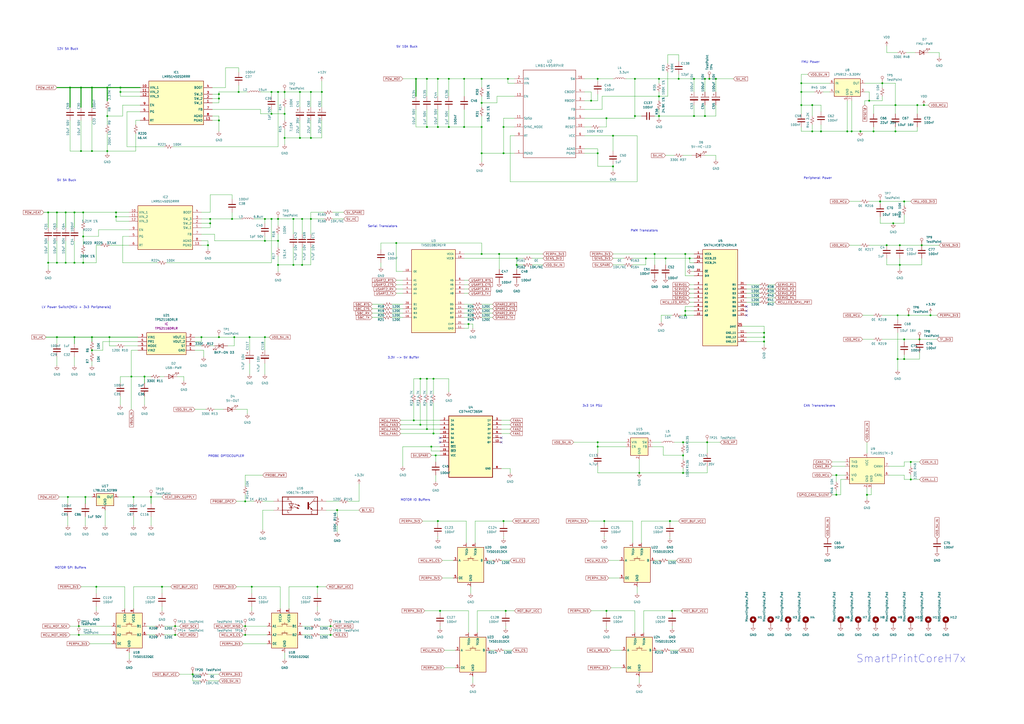
<source format=kicad_sch>
(kicad_sch (version 20230121) (generator eeschema)
  (paper "A2")
  (title_block (title "Power and Translators") (date "2024-01-18") (rev "1") (company "Boltz R&D") (comment 1 "License: This work is licensed under CC BY-SA 4.0 "))
  (junction (at 271.78 187.96))
  (junction (at 279.4 88.9))
  (junction (at 135.89 195.58))
  (junction (at 76.2 218.44))
  (junction (at 53.34 203.2))
  (junction (at 170.18 153.67))
  (junction (at 48.26 152.4))
  (junction (at 195.58 295.91))
  (junction (at 251.46 251.46))
  (junction (at 351.79 354.33))
  (junction (at 127 195.58))
  (junction (at 142.24 290.83))
  (junction (at 67.31 123.19))
  (junction (at 521.97 142.24))
  (junction (at 173.99 80.01))
  (junction (at 184.15 340.36))
  (junction (at 255.27 354.33))
  (junction (at 111.76 391.16))
  (junction (at 520.7 182.88))
  (junction (at 502.92 287.02))
  (junction (at 485.14 287.02))
  (junction (at 299.72 153.67))
  (junction (at 170.18 127))
  (junction (at 389.89 354.33))
  (junction (at 45.72 363.22))
  (junction (at 243.84 246.38))
  (junction (at 351.79 68.58))
  (junction (at 518.16 129.54))
  (junction (at 69.85 53.34))
  (junction (at 247.65 45.72))
  (junction (at 402.59 67.31))
  (junction (at 247.65 219.71))
  (junction (at 292.1 302.26))
  (junction (at 519.43 76.2))
  (junction (at 69.85 50.8))
  (junction (at 400.05 149.86))
  (junction (at 48.26 137.16))
  (junction (at 355.6 78.74))
  (junction (at 411.48 45.72))
  (junction (at 410.21 256.54))
  (junction (at 382.27 45.72))
  (junction (at 471.17 76.2))
  (junction (at 101.6 363.22))
  (junction (at 260.35 45.72))
  (junction (at 127 54.61))
  (junction (at 191.77 368.3))
  (junction (at 491.49 76.2))
  (junction (at 101.6 368.3))
  (junction (at 519.43 60.96))
  (junction (at 153.67 195.58))
  (junction (at 511.81 48.26))
  (junction (at 368.3 45.72))
  (junction (at 49.53 288.29))
  (junction (at 464.82 53.34))
  (junction (at 191.77 363.22))
  (junction (at 127 69.85))
  (junction (at 142.24 368.3))
  (junction (at 292.1 88.9))
  (junction (at 43.18 123.19))
  (junction (at 396.24 256.54))
  (junction (at 494.03 76.2))
  (junction (at 524.51 208.28))
  (junction (at 279.4 147.32))
  (junction (at 397.51 180.34))
  (junction (at 528.32 278.13))
  (junction (at 254 302.26))
  (junction (at 346.71 88.9))
  (junction (at 33.02 152.4))
  (junction (at 87.63 288.29))
  (junction (at 514.35 142.24))
  (junction (at 299.72 149.86))
  (junction (at 539.75 182.88))
  (junction (at 252.73 264.16))
  (junction (at 524.51 196.85))
  (junction (at 46.99 50.8))
  (junction (at 379.73 147.32))
  (junction (at 55.88 340.36))
  (junction (at 254 73.66))
  (junction (at 142.24 363.22))
  (junction (at 386.08 149.86))
  (junction (at 77.47 288.29))
  (junction (at 67.31 125.73))
  (junction (at 346.71 45.72))
  (junction (at 39.37 288.29))
  (junction (at 527.05 182.88))
  (junction (at 180.34 127))
  (junction (at 370.84 274.32))
  (junction (at 157.48 53.34))
  (junction (at 355.6 96.52))
  (junction (at 254 45.72))
  (junction (at 40.64 50.8))
  (junction (at 63.5 195.58))
  (junction (at 241.3 45.72))
  (junction (at 46.99 87.63))
  (junction (at 382.27 55.88))
  (junction (at 53.34 50.8))
  (junction (at 120.65 142.24))
  (junction (at 269.24 45.72))
  (junction (at 464.82 48.26))
  (junction (at 521.97 153.67))
  (junction (at 346.71 259.08))
  (junction (at 186.69 53.34))
  (junction (at 243.84 219.71))
  (junction (at 175.26 153.67))
  (junction (at 153.67 139.7))
  (junction (at 342.9 58.42))
  (junction (at 499.11 76.2))
  (junction (at 532.13 60.96))
  (junction (at 121.92 127))
  (junction (at 374.65 149.86))
  (junction (at 62.23 67.31))
  (junction (at 43.18 195.58))
  (junction (at 396.24 274.32))
  (junction (at 157.48 127))
  (junction (at 240.03 243.84))
  (junction (at 534.67 142.24))
  (junction (at 535.94 60.96))
  (junction (at 396.24 264.16))
  (junction (at 279.4 45.72))
  (junction (at 165.1 66.04))
  (junction (at 292.1 73.66))
  (junction (at 350.52 302.26))
  (junction (at 62.23 87.63))
  (junction (at 402.59 45.72))
  (junction (at 53.34 87.63))
  (junction (at 520.7 208.28))
  (junction (at 161.29 153.67))
  (junction (at 180.34 53.34))
  (junction (at 504.19 58.42))
  (junction (at 161.29 139.7))
  (junction (at 157.48 66.04))
  (junction (at 247.65 73.66))
  (junction (at 533.4 196.85))
  (junction (at 161.29 127))
  (junction (at 269.24 73.66))
  (junction (at 53.34 195.58))
  (junction (at 289.56 147.32))
  (junction (at 180.34 80.01))
  (junction (at 116.84 195.58))
  (junction (at 260.35 73.66))
  (junction (at 62.23 50.8))
  (junction (at 293.37 354.33))
  (junction (at 146.05 340.36))
  (junction (at 485.14 275.59))
  (junction (at 33.02 195.58))
  (junction (at 506.73 76.2))
  (junction (at 153.67 127))
  (junction (at 510.54 116.84))
  (junction (at 464.82 60.96))
  (junction (at 393.7 45.72))
  (junction (at 408.94 45.72))
  (junction (at 279.4 73.66))
  (junction (at 346.71 256.54))
  (junction (at 524.51 116.84))
  (junction (at 43.18 152.4))
  (junction (at 121.92 129.54))
  (junction (at 161.29 53.34))
  (junction (at 138.43 53.34))
  (junction (at 229.87 140.97))
  (junction (at 27.94 123.19))
  (junction (at 251.46 219.71))
  (junction (at 165.1 53.34))
  (junction (at 27.94 152.4))
  (junction (at 415.29 45.72))
  (junction (at 165.1 80.01))
  (junction (at 382.27 67.31))
  (junction (at 279.4 59.69))
  (junction (at 368.3 67.31))
  (junction (at 443.23 198.12))
  (junction (at 397.51 182.88))
  (junction (at 127 57.15))
  (junction (at 476.25 76.2))
  (junction (at 250.19 259.08))
  (junction (at 38.1 123.19))
  (junction (at 175.26 127))
  (junction (at 388.62 302.26))
  (junction (at 397.51 147.32))
  (junction (at 48.26 123.19))
  (junction (at 528.32 267.97))
  (junction (at 45.72 368.3))
  (junction (at 173.99 53.34))
  (junction (at 471.17 60.96))
  (junction (at 38.1 152.4))
  (junction (at 93.98 340.36))
  (junction (at 33.02 123.19))
  (junction (at 443.23 195.58))
  (junction (at 247.65 248.92))
  (junction (at 83.82 218.44))
  (junction (at 294.64 45.72))
  (junction (at 443.23 193.04))
  (junction (at 144.78 195.58))
  (junction (at 134.62 127))
  (junction (at 408.94 67.31))
  (no_connect (at 255.27 254))
  (no_connect (at 433.07 182.88))
  (no_connect (at 433.07 180.34))
  (no_connect (at 290.83 254))
  (no_connect (at 433.07 177.8))
  (no_connect (at 290.83 256.54))
  (no_connect (at 255.27 256.54))
  (wire (pts (xy 161.29 153.67) (xy 161.29 157.48)))
  (wire (pts (xy 147.32 127) (xy 153.67 127)))
  (wire (pts (xy 180.34 53.34) (xy 186.69 53.34)))
  (wire (pts (xy 292.1 302.26) (xy 275.59 302.26)))
  (wire (pts (xy 346.71 274.32) (xy 346.71 270.51)))
  (wire (pts (xy 468.63 43.18) (xy 464.82 43.18)))
  (wire (pts (xy 40.64 368.3) (xy 45.72 368.3)))
  (wire (pts (xy 116.84 132.08) (xy 121.92 132.08)))
  (wire (pts (xy 184.15 340.36) (xy 189.23 340.36)))
  (wire (pts (xy 46.99 340.36) (xy 55.88 340.36)))
  (wire (pts (xy 482.6 270.51) (xy 490.22 270.51)))
  (wire (pts (xy 62.23 50.8) (xy 62.23 58.42)) (stroke (width 0.53)))
  (wire (pts (xy 27.94 152.4) (xy 27.94 156.21)))
  (wire (pts (xy 349.25 63.5) (xy 349.25 55.88)))
  (wire (pts (xy 269.24 165.1) (xy 271.78 165.1)))
  (wire (pts (xy 464.82 53.34) (xy 464.82 48.26)))
  (wire (pts (xy 69.85 229.87) (xy 69.85 234.95)))
  (wire (pts (xy 521.97 142.24) (xy 534.67 142.24)))
  (wire (pts (xy 43.18 139.7) (xy 43.18 152.4)))
  (wire (pts (xy 500.38 182.88) (xy 506.73 182.88)))
  (wire (pts (xy 67.31 128.27) (xy 67.31 125.73)))
  (wire (pts (xy 292.1 377.19) (xy 297.18 377.19)))
  (wire (pts (xy 201.93 290.83) (xy 208.28 290.83)))
  (wire (pts (xy 339.09 63.5) (xy 349.25 63.5)))
  (wire (pts (xy 140.97 368.3) (xy 142.24 368.3)))
  (wire (pts (xy 491.49 58.42) (xy 491.49 76.2)))
  (wire (pts (xy 379.73 325.12) (xy 382.27 325.12)))
  (wire (pts (xy 185.42 363.22) (xy 191.77 363.22)))
  (wire (pts (xy 120.65 139.7) (xy 120.65 142.24)))
  (wire (pts (xy 293.37 354.33) (xy 293.37 355.6)))
  (wire (pts (xy 220.98 144.78) (xy 220.98 140.97)))
  (wire (pts (xy 464.82 73.66) (xy 464.82 76.2)))
  (wire (pts (xy 199.39 127) (xy 193.04 127)))
  (wire (pts (xy 524.51 116.84) (xy 528.32 116.84)))
  (wire (pts (xy 116.84 135.89) (xy 124.46 135.89)))
  (wire (pts (xy 285.75 184.15) (xy 279.4 184.15)))
  (wire (pts (xy 48.26 137.16) (xy 48.26 142.24)))
  (wire (pts (xy 397.51 147.32) (xy 379.73 147.32)))
  (wire (pts (xy 153.67 203.2) (xy 153.67 195.58)))
  (wire (pts (xy 257.81 377.19) (xy 264.16 377.19)))
  (wire (pts (xy 157.48 152.4) (xy 157.48 127)))
  (wire (pts (xy 393.7 31.75) (xy 387.35 31.75)))
  (wire (pts (xy 62.23 67.31) (xy 62.23 72.39)))
  (wire (pts (xy 511.81 196.85) (xy 524.51 196.85)))
  (wire (pts (xy 401.32 157.48) (xy 402.59 157.48)))
  (wire (pts (xy 410.21 256.54) (xy 396.24 256.54)))
  (wire (pts (xy 120.65 142.24) (xy 120.65 144.78)))
  (wire (pts (xy 222.25 181.61) (xy 215.9 181.61)) (stroke (width 0.16)))
  (wire (pts (xy 121.92 129.54) (xy 121.92 127)))
  (wire (pts (xy 33.02 199.39) (xy 33.02 195.58)) (stroke (width 0.153)))
  (wire (pts (xy 269.24 63.5) (xy 269.24 73.66)))
  (wire (pts (xy 379.73 147.32) (xy 355.6 147.32)))
  (wire (pts (xy 464.82 53.34) (xy 472.44 53.34)))
  (wire (pts (xy 144.78 203.2) (xy 144.78 195.58)))
  (wire (pts (xy 388.62 302.26) (xy 393.7 302.26)))
  (wire (pts (xy 464.82 60.96) (xy 471.17 60.96)))
  (wire (pts (xy 143.51 237.49) (xy 143.51 240.03)))
  (wire (pts (xy 59.69 203.2) (xy 53.34 203.2)))
  (wire (pts (xy 393.7 45.72) (xy 382.27 45.72)))
  (wire (pts (xy 165.1 66.04) (xy 165.1 69.85)))
  (wire (pts (xy 220.98 140.97) (xy 229.87 140.97)))
  (wire (pts (xy 175.26 368.3) (xy 180.34 368.3)))
  (wire (pts (xy 347.98 73.66) (xy 351.79 73.66)))
  (wire (pts (xy 353.06 335.28) (xy 359.41 335.28)))
  (wire (pts (xy 247.65 45.72) (xy 254 45.72)))
  (wire (pts (xy 173.99 53.34) (xy 173.99 62.23)))
  (wire (pts (xy 170.18 127) (xy 161.29 127)))
  (wire (pts (xy 189.23 290.83) (xy 196.85 290.83)))
  (wire (pts (xy 520.7 193.04) (xy 520.7 208.28)))
  (wire (pts (xy 367.03 302.26) (xy 367.03 314.96)))
  (wire (pts (xy 134.62 127) (xy 139.7 127)))
  (wire (pts (xy 78.74 69.85) (xy 78.74 72.39)))
  (wire (pts (xy 53.34 203.2) (xy 53.34 204.47)))
  (wire (pts (xy 408.94 60.96) (xy 408.94 67.31)))
  (wire (pts (xy 53.34 87.63) (xy 62.23 87.63)))
  (wire (pts (xy 445.77 172.72) (xy 449.58 172.72)))
  (wire (pts (xy 279.4 55.88) (xy 279.4 59.69)))
  (wire (pts (xy 370.84 392.43) (xy 370.84 396.24)))
  (wire (pts (xy 368.3 354.33) (xy 368.3 367.03)))
  (wire (pts (xy 502.92 283.21) (xy 502.92 287.02)))
  (wire (pts (xy 40.64 87.63) (xy 46.99 87.63)))
  (wire (pts (xy 295.91 246.38) (xy 290.83 246.38)))
  (wire (pts (xy 180.34 69.85) (xy 180.34 80.01)))
  (wire (pts (xy 120.65 391.16) (xy 127 391.16)))
  (wire (pts (xy 67.31 125.73) (xy 67.31 123.19)))
  (wire (pts (xy 127 69.85) (xy 127 76.2)))
  (wire (pts (xy 243.84 219.71) (xy 243.84 228.6)))
  (wire (pts (xy 269.24 73.66) (xy 279.4 73.66)))
  (wire (pts (xy 384.81 264.16) (xy 396.24 264.16)))
  (wire (pts (xy 256.54 325.12) (xy 262.89 325.12)))
  (wire (pts (xy 410.21 262.89) (xy 410.21 256.54)))
  (wire (pts (xy 127 54.61) (xy 127 53.34)))
  (wire (pts (xy 53.34 209.55) (xy 53.34 212.09)))
  (wire (pts (xy 151.13 66.04) (xy 157.48 66.04)))
  (wire (pts (xy 158.75 295.91) (xy 152.4 295.91)))
  (wire (pts (xy 161.29 135.89) (xy 161.29 139.7)))
  (wire (pts (xy 520.7 208.28) (xy 524.51 208.28)))
  (wire (pts (xy 524.51 116.84) (xy 524.51 119.38)))
  (wire (pts (xy 384.81 259.08) (xy 384.81 264.16)))
  (wire (pts (xy 167.64 340.36) (xy 167.64 353.06)))
  (wire (pts (xy 492.76 142.24) (xy 499.11 142.24)))
  (wire (pts (xy 69.85 222.25) (xy 69.85 218.44)))
  (wire (pts (xy 233.68 259.08) (xy 250.19 259.08)))
  (wire (pts (xy 524.51 205.74) (xy 524.51 208.28)))
  (wire (pts (xy 161.29 53.34) (xy 157.48 53.34)))
  (wire (pts (xy 349.25 55.88) (xy 382.27 55.88)))
  (wire (pts (xy 534.67 142.24) (xy 544.83 142.24)))
  (wire (pts (xy 502.92 287.02) (xy 502.92 289.56)))
  (wire (pts (xy 279.4 59.69) (xy 288.29 59.69)))
  (wire (pts (xy 49.53 288.29) (xy 53.34 288.29)))
  (wire (pts (xy 339.09 88.9) (xy 346.71 88.9)))
  (wire (pts (xy 274.32 184.15) (xy 269.24 184.15)))
  (wire (pts (xy 46.99 50.8) (xy 53.34 50.8)) (stroke (width 0.53)))
  (wire (pts (xy 48.26 133.35) (xy 48.26 137.16)))
  (wire (pts (xy 157.48 63.5) (xy 157.48 66.04)))
  (wire (pts (xy 189.23 295.91) (xy 195.58 295.91)))
  (wire (pts (xy 161.29 130.81) (xy 161.29 127)))
  (wire (pts (xy 532.13 76.2) (xy 532.13 73.66)))
  (wire (pts (xy 173.99 69.85) (xy 173.99 80.01)))
  (wire (pts (xy 49.53 299.72) (xy 49.53 304.8)))
  (wire (pts (xy 397.51 180.34) (xy 397.51 177.8)))
  (wire (pts (xy 48.26 147.32) (xy 48.26 152.4)))
  (wire (pts (xy 538.48 30.48) (xy 544.83 30.48)))
  (wire (pts (xy 367.03 153.67) (xy 374.65 153.67)))
  (wire (pts (xy 95.25 363.22) (xy 101.6 363.22)))
  (wire (pts (xy 519.43 48.26) (xy 519.43 60.96)))
  (wire (pts (xy 464.82 76.2) (xy 471.17 76.2)))
  (wire (pts (xy 285.75 176.53) (xy 279.4 176.53)))
  (wire (pts (xy 184.15 351.79) (xy 184.15 354.33)))
  (wire (pts (xy 115.57 394.97) (xy 111.76 394.97)))
  (wire (pts (xy 410.21 256.54) (xy 417.83 256.54)))
  (wire (pts (xy 339.09 68.58) (xy 351.79 68.58)))
  (wire (pts (xy 135.89 195.58) (xy 135.89 200.66)))
  (wire (pts (xy 346.71 88.9) (xy 346.71 96.52)))
  (wire (pts (xy 55.88 340.36) (xy 72.39 340.36)))
  (wire (pts (xy 157.48 66.04) (xy 165.1 66.04)))
  (wire (pts (xy 92.71 218.44) (xy 95.25 218.44)))
  (wire (pts (xy 293.37 354.33) (xy 276.86 354.33)))
  (wire (pts (xy 354.33 377.19) (xy 360.68 377.19)))
  (wire (pts (xy 254 311.15) (xy 254 312.42)))
  (wire (pts (xy 229.87 170.18) (xy 233.68 170.18)))
  (wire (pts (xy 123.19 50.8) (xy 130.81 50.8)))
  (wire (pts (xy 134.62 113.03) (xy 134.62 115.57)))
  (wire (pts (xy 269.24 147.32) (xy 279.4 147.32)))
  (wire (pts (xy 397.51 160.02) (xy 397.51 147.32)))
  (wire (pts (xy 511.81 48.26) (xy 511.81 50.8)))
  (wire (pts (xy 67.31 125.73) (xy 74.93 125.73)))
  (wire (pts (xy 520.7 182.88) (xy 520.7 185.42)))
  (wire (pts (xy 81.28 64.77) (xy 73.66 64.77)))
  (wire (pts (xy 397.51 182.88) (xy 397.51 180.34)))
  (wire (pts (xy 76.2 218.44) (xy 83.82 218.44)))
  (wire (pts (xy 43.18 195.58) (xy 43.18 199.39)) (stroke (width 0.3)))
  (wire (pts (xy 76.2 203.2) (xy 80.01 203.2)))
  (wire (pts (xy 361.95 153.67) (xy 355.6 153.67)))
  (wire (pts (xy 245.11 302.26) (xy 254 302.26)))
  (wire (pts (xy 396.24 256.54) (xy 396.24 257.81)))
  (wire (pts (xy 157.48 127) (xy 153.67 127)))
  (wire (pts (xy 144.78 210.82) (xy 144.78 217.17)))
  (wire (pts (xy 430.53 189.23) (xy 443.23 189.23)))
  (wire (pts (xy 500.38 196.85) (xy 506.73 196.85)))
  (wire (pts (xy 382.27 55.88) (xy 382.27 58.42)))
  (wire (pts (xy 433.07 193.04) (xy 443.23 193.04)))
  (wire (pts (xy 254 302.26) (xy 254 303.53)))
  (wire (pts (xy 351.79 354.33) (xy 351.79 355.6)))
  (wire (pts (xy 233.68 45.72) (xy 241.3 45.72)))
  (wire (pts (xy 121.92 113.03) (xy 121.92 123.19)))
  (wire (pts (xy 101.6 363.22) (xy 104.14 363.22)))
  (wire (pts (xy 443.23 198.12) (xy 443.23 200.66)))
  (wire (pts (xy 72.39 340.36) (xy 72.39 353.06)))
  (wire (pts (xy 173.99 80.01) (xy 180.34 80.01)))
  (wire (pts (xy 175.26 135.89) (xy 175.26 127)))
  (wire (pts (xy 408.94 45.72) (xy 411.48 45.72)))
  (wire (pts (xy 415.29 45.72) (xy 425.45 45.72)))
  (wire (pts (xy 471.17 60.96) (xy 476.25 60.96)))
  (wire (pts (xy 521.97 153.67) (xy 534.67 153.67)))
  (wire (pts (xy 285.75 179.07) (xy 279.4 179.07)))
  (wire (pts (xy 464.82 43.18) (xy 464.82 48.26)))
  (wire (pts (xy 260.35 45.72) (xy 269.24 45.72)))
  (wire (pts (xy 524.51 124.46) (xy 524.51 129.54)))
  (wire (pts (xy 303.53 149.86) (xy 299.72 149.86)))
  (wire (pts (xy 77.47 299.72) (xy 77.47 304.8)))
  (wire (pts (xy 233.68 181.61) (xy 227.33 181.61)) (stroke (width 0.16)))
  (wire (pts (xy 240.03 243.84) (xy 255.27 243.84)))
  (wire (pts (xy 515.62 275.59) (xy 524.51 275.59)))
  (wire (pts (xy 346.71 45.72) (xy 346.71 46.99)))
  (wire (pts (xy 368.3 45.72) (xy 382.27 45.72)))
  (wire (pts (xy 144.78 195.58) (xy 153.67 195.58)))
  (wire (pts (xy 241.3 45.72) (xy 241.3 55.88)) (stroke (width 0.53)))
  (wire (pts (xy 269.24 167.64) (xy 271.78 167.64)))
  (wire (pts (xy 539.75 182.88) (xy 543.56 182.88)))
  (wire (pts (xy 400.05 172.72) (xy 402.59 172.72)))
  (wire (pts (xy 142.24 281.94) (xy 142.24 275.59)))
  (wire (pts (xy 382.27 67.31) (xy 382.27 68.58)))
  (wire (pts (xy 379.73 67.31) (xy 382.27 67.31)))
  (wire (pts (xy 255.27 261.62) (xy 250.19 261.62)))
  (wire (pts (xy 55.88 152.4) (xy 48.26 152.4)))
  (wire (pts (xy 71.12 152.4) (xy 91.44 152.4)))
  (wire (pts (xy 38.1 152.4) (xy 33.02 152.4)))
  (wire (pts (xy 59.69 198.12) (xy 59.69 203.2)))
  (wire (pts (xy 361.95 149.86) (xy 355.6 149.86)))
  (wire (pts (xy 165.1 378.46) (xy 165.1 382.27)))
  (wire (pts (xy 342.9 58.42) (xy 346.71 58.42)))
  (wire (pts (xy 308.61 149.86) (xy 314.96 149.86)))
  (wire (pts (xy 152.4 295.91) (xy 152.4 307.34)))
  (wire (pts (xy 519.43 76.2) (xy 532.13 76.2)))
  (wire (pts (xy 298.45 73.66) (xy 292.1 73.66)))
  (wire (pts (xy 506.73 60.96) (xy 519.43 60.96)))
  (wire (pts (xy 55.88 340.36) (xy 55.88 344.17)))
  (wire (pts (xy 440.69 165.1) (xy 433.07 165.1)))
  (wire (pts (xy 363.22 256.54) (xy 346.71 256.54)))
  (wire (pts (xy 74.93 133.35) (xy 57.15 133.35)))
  (wire (pts (xy 187.96 127) (xy 180.34 127)))
  (wire (pts (xy 127 195.58) (xy 135.89 195.58)))
  (wire (pts (xy 346.71 58.42) (xy 346.71 54.61)))
  (wire (pts (xy 372.11 302.26) (xy 372.11 314.96)))
  (wire (pts (xy 353.06 325.12) (xy 359.41 325.12)))
  (wire (pts (xy 161.29 127) (xy 157.48 127)))
  (wire (pts (xy 389.89 354.33) (xy 389.89 355.6)))
  (wire (pts (xy 391.16 256.54) (xy 396.24 256.54)))
  (wire (pts (xy 241.3 45.72) (xy 247.65 45.72)))
  (wire (pts (xy 52.07 373.38) (xy 64.77 373.38)))
  (wire (pts (xy 124.46 139.7) (xy 153.67 139.7)))
  (wire (pts (xy 476.25 76.2) (xy 491.49 76.2)))
  (wire (pts (xy 74.93 128.27) (xy 67.31 128.27)))
  (wire (pts (xy 232.41 246.38) (xy 243.84 246.38)))
  (wire (pts (xy 339.09 58.42) (xy 342.9 58.42)))
  (wire (pts (xy 142.24 275.59) (xy 152.4 275.59)))
  (wire (pts (xy 402.59 67.31) (xy 382.27 67.31)))
  (wire (pts (xy 175.26 127) (xy 170.18 127)))
  (wire (pts (xy 298.45 68.58) (xy 292.1 68.58)))
  (wire (pts (xy 274.32 181.61) (xy 269.24 181.61)))
  (wire (pts (xy 152.4 290.83) (xy 158.75 290.83)))
  (wire (pts (xy 299.72 153.67) (xy 299.72 156.21)))
  (wire (pts (xy 275.59 302.26) (xy 275.59 314.96)))
  (wire (pts (xy 534.67 153.67) (xy 534.67 149.86)))
  (wire (pts (xy 153.67 127) (xy 153.67 129.54)))
  (wire (pts (xy 85.09 363.22) (xy 90.17 363.22)))
  (wire (pts (xy 62.23 77.47) (xy 62.23 87.63)))
  (wire (pts (xy 397.51 182.88) (xy 402.59 182.88)))
  (wire (pts (xy 487.68 278.13) (xy 490.22 278.13)))
  (wire (pts (xy 33.02 207.01) (xy 33.02 212.09)))
  (wire (pts (xy 402.59 160.02) (xy 397.51 160.02)))
  (wire (pts (xy 378.46 259.08) (xy 384.81 259.08)))
  (wire (pts (xy 339.09 53.34) (xy 342.9 53.34)))
  (wire (pts (xy 170.18 135.89) (xy 170.18 127)))
  (wire (pts (xy 476.25 76.2) (xy 476.25 72.39)))
  (wire (pts (xy 511.81 58.42) (xy 511.81 55.88)))
  (wire (pts (xy 27.94 123.19) (xy 27.94 132.08)) (stroke (width 0.23)))
  (wire (pts (xy 222.25 176.53) (xy 215.9 176.53)) (stroke (width 0.16)))
  (wire (pts (xy 232.41 248.92) (xy 247.65 248.92)))
  (wire (pts (xy 72.39 200.66) (xy 80.01 200.66)))
  (wire (pts (xy 241.3 73.66) (xy 247.65 73.66)))
  (wire (pts (xy 76.2 218.44) (xy 76.2 237.49)))
  (wire (pts (xy 121.92 127) (xy 134.62 127)))
  (wire (pts (xy 39.37 288.29) (xy 49.53 288.29)))
  (wire (pts (xy 180.34 123.19) (xy 187.96 123.19)))
  (wire (pts (xy 402.59 67.31) (xy 408.94 67.31)))
  (wire (pts (xy 55.88 142.24) (xy 55.88 152.4)))
  (wire (pts (xy 180.34 53.34) (xy 180.34 62.23)))
  (wire (pts (xy 38.1 139.7) (xy 38.1 152.4)))
  (wire (pts (xy 180.34 127) (xy 180.34 123.19)))
  (wire (pts (xy 93.98 351.79) (xy 93.98 354.33)))
  (wire (pts (xy 252.73 264.16) (xy 255.27 264.16)) (stroke (width 0.16)))
  (wire (pts (xy 83.82 218.44) (xy 87.63 218.44)))
  (wire (pts (xy 373.38 354.33) (xy 373.38 367.03)))
  (wire (pts (xy 292.1 68.58) (xy 292.1 73.66)))
  (wire (pts (xy 382.27 63.5) (xy 382.27 67.31)))
  (wire (pts (xy 142.24 368.3) (xy 154.94 368.3)))
  (wire (pts (xy 279.4 140.97) (xy 279.4 147.32)))
  (wire (pts (xy 393.7 43.18) (xy 393.7 45.72)))
  (wire (pts (xy 87.63 288.29) (xy 93.98 288.29)))
  (wire (pts (xy 60.96 295.91) (xy 60.96 304.8)))
  (wire (pts (xy 288.29 55.88) (xy 288.29 59.69)))
  (wire (pts (xy 394.97 182.88) (xy 397.51 182.88)))
  (wire (pts (xy 142.24 290.83) (xy 147.32 290.83)))
  (wire (pts (xy 402.59 45.72) (xy 393.7 45.72)))
  (wire (pts (xy 408.94 67.31) (xy 415.29 67.31)))
  (wire (pts (xy 78.74 87.63) (xy 62.23 87.63)))
  (wire (pts (xy 274.32 392.43) (xy 274.32 396.24)))
  (wire (pts (xy 270.51 302.26) (xy 270.51 314.96)))
  (wire (pts (xy 257.81 387.35) (xy 264.16 387.35)))
  (wire (pts (xy 445.77 165.1) (xy 449.58 165.1)))
  (wire (pts (xy 521.97 149.86) (xy 521.97 153.67)))
  (wire (pts (xy 464.82 48.26) (xy 481.33 48.26)))
  (wire (pts (xy 527.05 182.88) (xy 539.75 182.88)))
  (wire (pts (xy 71.12 137.16) (xy 71.12 152.4)))
  (wire (pts (xy 410.21 270.51) (xy 410.21 274.32)))
  (wire (pts (xy 504.19 142.24) (xy 514.35 142.24)))
  (wire (pts (xy 295.91 243.84) (xy 290.83 243.84)))
  (wire (pts (xy 482.6 287.02) (xy 485.14 287.02)))
  (wire (pts (xy 135.89 195.58) (xy 144.78 195.58)))
  (wire (pts (xy 240.03 233.68) (xy 240.03 243.84)))
  (wire (pts (xy 123.19 57.15) (xy 127 57.15)))
  (wire (pts (xy 292.1 88.9) (xy 298.45 88.9)))
  (wire (pts (xy 102.87 218.44) (xy 106.68 218.44)))
  (wire (pts (xy 515.62 270.51) (xy 524.51 270.51)))
  (wire (pts (xy 381 377.19) (xy 383.54 377.19)))
  (wire (pts (xy 471.17 72.39) (xy 471.17 76.2)))
  (wire (pts (xy 440.69 167.64) (xy 433.07 167.64)))
  (wire (pts (xy 410.21 274.32) (xy 396.24 274.32)))
  (wire (pts (xy 173.99 53.34) (xy 165.1 53.34)))
  (wire (pts (xy 485.14 284.48) (xy 485.14 287.02)))
  (wire (pts (xy 184.15 340.36) (xy 184.15 344.17)))
  (wire (pts (xy 233.68 157.48) (xy 229.87 157.48)))
  (wire (pts (xy 27.94 152.4) (xy 33.02 152.4)))
  (wire (pts (xy 40.64 363.22) (xy 45.72 363.22)))
  (wire (pts (xy 487.68 287.02) (xy 487.68 278.13)))
  (wire (pts (xy 96.52 152.4) (xy 157.48 152.4)))
  (wire (pts (xy 514.35 26.67) (xy 514.35 30.48)))
  (wire (pts (xy 501.65 48.26) (xy 511.81 48.26)))
  (wire (pts (xy 514.35 142.24) (xy 521.97 142.24)))
  (wire (pts (xy 269.24 45.72) (xy 279.4 45.72)))
  (wire (pts (xy 501.65 53.34) (xy 504.19 53.34)))
  (wire (pts (xy 433.07 195.58) (xy 443.23 195.58)))
  (wire (pts (xy 138.43 39.37) (xy 138.43 41.91)))
  (wire (pts (xy 400.05 152.4) (xy 400.05 149.86)))
  (wire (pts (xy 290.83 271.78) (xy 295.91 271.78)))
  (wire (pts (xy 505.46 283.21) (xy 505.46 287.02)))
  (wire (pts (xy 346.71 256.54) (xy 346.71 259.08)))
  (wire (pts (xy 153.67 137.16) (xy 153.67 139.7)))
  (wire (pts (xy 521.97 156.21) (xy 521.97 153.67)))
  (wire (pts (xy 33.02 139.7) (xy 33.02 152.4)))
  (wire (pts (xy 528.32 267.97) (xy 533.4 267.97)))
  (wire (pts (xy 233.68 179.07) (xy 227.33 179.07)) (stroke (width 0.16)))
  (wire (pts (xy 383.54 182.88) (xy 383.54 186.69)))
  (wire (pts (xy 400.05 149.86) (xy 402.59 149.86)))
  (wire (pts (xy 382.27 53.34) (xy 382.27 55.88)))
  (wire (pts (xy 510.54 129.54) (xy 518.16 129.54)))
  (wire (pts (xy 295.91 248.92) (xy 290.83 248.92)))
  (wire (pts (xy 104.14 391.16) (xy 111.76 391.16)))
  (wire (pts (xy 332.74 256.54) (xy 346.71 256.54)))
  (wire (pts (xy 341.63 302.26) (xy 350.52 302.26)))
  (wire (pts (xy 208.28 290.83) (xy 208.28 280.67)))
  (wire (pts (xy 247.65 45.72) (xy 247.65 55.88)))
  (wire (pts (xy 369.57 340.36) (xy 369.57 344.17)))
  (wire (pts (xy 389.89 182.88) (xy 383.54 182.88)))
  (wire (pts (xy 379.73 147.32) (xy 379.73 153.67)))
  (wire (pts (xy 355.6 78.74) (xy 355.6 87.63)))
  (wire (pts (xy 161.29 139.7) (xy 161.29 143.51)))
  (wire (pts (xy 243.84 246.38) (xy 255.27 246.38)))
  (wire (pts (xy 233.68 176.53) (xy 227.33 176.53)) (stroke (width 0.16)))
  (wire (pts (xy 123.19 59.69) (xy 127 59.69)))
  (wire (pts (xy 123.19 63.5) (xy 151.13 63.5)))
  (wire (pts (xy 186.69 69.85) (xy 186.69 80.01)))
  (wire (pts (xy 118.11 203.2) (xy 118.11 207.01)))
  (wire (pts (xy 285.75 181.61) (xy 279.4 181.61)))
  (wire (pts (xy 222.25 184.15) (xy 215.9 184.15)) (stroke (width 0.16)))
  (wire (pts (xy 250.19 264.16) (xy 252.73 264.16)) (stroke (width 0.16)))
  (wire (pts (xy 279.4 88.9) (xy 279.4 73.66)))
  (wire (pts (xy 153.67 195.58) (xy 156.21 195.58)))
  (wire (pts (xy 116.84 139.7) (xy 120.65 139.7)))
  (wire (pts (xy 63.5 200.66) (xy 63.5 195.58)) (stroke (width 0.156)))
  (wire (pts (xy 229.87 165.1) (xy 233.68 165.1)))
  (wire (pts (xy 116.84 198.12) (xy 116.84 195.58)))
  (wire (pts (xy 180.34 143.51) (xy 180.34 153.67)))
  (wire (pts (xy 53.34 195.58) (xy 53.34 198.12)) (stroke (width 0.3)))
  (wire (pts (xy 48.26 123.19) (xy 48.26 128.27)))
  (wire (pts (xy 180.34 127) (xy 175.26 127)))
  (wire (pts (xy 499.11 76.2) (xy 506.73 76.2)))
  (wire (pts (xy 74.93 137.16) (xy 71.12 137.16)))
  (wire (pts (xy 396.24 262.89) (xy 396.24 264.16)))
  (wire (pts (xy 346.71 96.52) (xy 355.6 96.52)))
  (wire (pts (xy 240.03 219.71) (xy 240.03 228.6)))
  (wire (pts (xy 124.46 237.49) (xy 129.54 237.49)))
  (wire (pts (xy 368.3 68.58) (xy 368.3 67.31)))
  (wire (pts (xy 544.83 30.48) (xy 544.83 33.02)))
  (wire (pts (xy 151.13 63.5) (xy 151.13 66.04)))
  (wire (pts (xy 269.24 190.5) (xy 271.78 190.5)))
  (wire (pts (xy 368.3 67.31) (xy 368.3 45.72)))
  (wire (pts (xy 535.94 60.96) (xy 538.48 60.96)))
  (wire (pts (xy 127 67.31) (xy 127 69.85)))
  (wire (pts (xy 400.05 175.26) (xy 402.59 175.26)))
  (wire (pts (xy 402.59 53.34) (xy 402.59 45.72)))
  (wire (pts (xy 271.78 354.33) (xy 271.78 367.03)))
  (wire (pts (xy 137.16 237.49) (xy 143.51 237.49)))
  (wire (pts (xy 199.39 123.19) (xy 193.04 123.19)))
  (wire (pts (xy 505.46 287.02) (xy 502.92 287.02)))
  (wire (pts (xy 292.1 302.26) (xy 297.18 302.26)))
  (wire (pts (xy 415.29 60.96) (xy 415.29 67.31)))
  (wire (pts (xy 254 302.26) (xy 270.51 302.26)))
  (wire (pts (xy 63.5 142.24) (xy 74.93 142.24)))
  (wire (pts (xy 477.52 53.34) (xy 481.33 53.34)))
  (wire (pts (xy 69.85 53.34) (xy 81.28 53.34)))
  (wire (pts (xy 116.84 142.24) (xy 120.65 142.24)))
  (wire (pts (xy 175.26 363.22) (xy 180.34 363.22)))
  (wire (pts (xy 62.23 50.8) (xy 69.85 50.8)) (stroke (width 0.53)))
  (wire (pts (xy 243.84 219.71) (xy 247.65 219.71)))
  (wire (pts (xy 68.58 288.29) (xy 77.47 288.29)))
  (wire (pts (xy 339.09 78.74) (xy 355.6 78.74)))
  (wire (pts (xy 269.24 170.18) (xy 271.78 170.18)))
  (wire (pts (xy 151.13 53.34) (xy 157.48 53.34)))
  (wire (pts (xy 501.65 58.42) (xy 501.65 60.96)))
  (wire (pts (xy 186.69 46.99) (xy 186.69 53.34)))
  (wire (pts (xy 440.69 172.72) (xy 433.07 172.72)))
  (wire (pts (xy 524.51 196.85) (xy 533.4 196.85)))
  (wire (pts (xy 510.54 116.84) (xy 510.54 118.11)))
  (wire (pts (xy 153.67 139.7) (xy 161.29 139.7)))
  (wire (pts (xy 485.14 275.59) (xy 490.22 275.59)))
  (wire (pts (xy 46.99 50.8) (xy 46.99 62.23)) (stroke (width 0.53)))
  (wire (pts (xy 295.91 105.41) (xy 369.57 105.41)))
  (wire (pts (xy 415.29 90.17) (xy 415.29 92.71)))
  (wire (pts (xy 250.19 259.08) (xy 255.27 259.08)))
  (wire (pts (xy 220.98 152.4) (xy 220.98 154.94)))
  (wire (pts (xy 45.72 368.3) (xy 64.77 368.3)))
  (wire (pts (xy 342.9 354.33) (xy 351.79 354.33)))
  (wire (pts (xy 222.25 179.07) (xy 215.9 179.07)) (stroke (width 0.16)))
  (wire (pts (xy 346.71 259.08) (xy 363.22 259.08)))
  (wire (pts (xy 388.62 302.26) (xy 372.11 302.26)))
  (wire (pts (xy 355.6 99.06) (xy 355.6 96.52)))
  (wire (pts (xy 506.73 76.2) (xy 519.43 76.2)))
  (wire (pts (xy 514.35 30.48) (xy 520.7 30.48)))
  (wire (pts (xy 229.87 167.64) (xy 233.68 167.64)))
  (wire (pts (xy 93.98 340.36) (xy 99.06 340.36)))
  (wire (pts (xy 524.51 270.51) (xy 524.51 267.97)))
  (wire (pts (xy 339.09 73.66) (xy 342.9 73.66)))
  (wire (pts (xy 93.98 340.36) (xy 93.98 344.17)))
  (wire (pts (xy 308.61 153.67) (xy 314.96 153.67)))
  (wire (pts (xy 113.03 200.66) (xy 116.84 200.66)))
  (wire (pts (xy 175.26 143.51) (xy 175.26 153.67)))
  (wire (pts (xy 43.18 123.19) (xy 48.26 123.19)) (stroke (width 0.23)))
  (wire (pts (xy 229.87 162.56) (xy 233.68 162.56)))
  (wire (pts (xy 184.15 340.36) (xy 167.64 340.36)))
  (wire (pts (xy 402.59 147.32) (xy 397.51 147.32)))
  (wire (pts (xy 295.91 251.46) (xy 290.83 251.46)))
  (wire (pts (xy 137.16 340.36) (xy 146.05 340.36)))
  (wire (pts (xy 339.09 45.72) (xy 346.71 45.72)))
  (wire (pts (xy 121.92 200.66) (xy 124.46 200.66)))
  (wire (pts (xy 520.7 214.63) (xy 520.7 208.28)))
  (wire (pts (xy 43.18 123.19) (xy 43.18 132.08)) (stroke (width 0.23)))
  (wire (pts (xy 80.01 198.12) (xy 59.69 198.12)))
  (wire (pts (xy 153.67 210.82) (xy 153.67 217.17)))
  (wire (pts (xy 389.89 363.22) (xy 389.89 364.49)))
  (wire (pts (xy 38.1 152.4) (xy 43.18 152.4)))
  (wire (pts (xy 121.92 132.08) (xy 121.92 129.54)))
  (wire (pts (xy 251.46 219.71) (xy 251.46 228.6)))
  (wire (pts (xy 511.81 48.26) (xy 519.43 48.26)))
  (wire (pts (xy 443.23 193.04) (xy 443.23 195.58)))
  (wire (pts (xy 279.4 147.32) (xy 289.56 147.32)))
  (wire (pts (xy 346.71 86.36) (xy 346.71 88.9)))
  (wire (pts (xy 279.4 73.66) (xy 279.4 67.31)))
  (wire (pts (xy 186.69 53.34) (xy 186.69 62.23)))
  (wire (pts (xy 514.35 149.86) (xy 514.35 153.67)))
  (wire (pts (xy 48.26 123.19) (xy 67.31 123.19)))
  (wire (pts (xy 339.09 86.36) (xy 346.71 86.36)))
  (wire (pts (xy 464.82 66.04) (xy 464.82 60.96)))
  (wire (pts (xy 69.85 218.44) (xy 76.2 218.44)))
  (wire (pts (xy 138.43 53.34) (xy 143.51 53.34)))
  (wire (pts (xy 123.19 67.31) (xy 127 67.31)))
  (wire (pts (xy 397.51 177.8) (xy 402.59 177.8)))
  (wire (pts (xy 518.16 129.54) (xy 524.51 129.54)))
  (wire (pts (xy 408.94 53.34) (xy 408.94 45.72)))
  (wire (pts (xy 363.22 45.72) (xy 368.3 45.72)))
  (wire (pts (xy 443.23 189.23) (xy 443.23 193.04)))
  (wire (pts (xy 471.17 60.96) (xy 471.17 67.31)))
  (wire (pts (xy 77.47 340.36) (xy 77.47 353.06)))
  (wire (pts (xy 81.28 60.96) (xy 71.12 60.96)))
  (wire (pts (xy 387.35 325.12) (xy 392.43 325.12)))
  (wire (pts (xy 106.68 218.44) (xy 106.68 220.98)))
  (wire (pts (xy 252.73 264.16) (xy 252.73 267.97)) (stroke (width 0.16)))
  (wire (pts (xy 369.57 105.41) (xy 369.57 78.74)))
  (wire (pts (xy 157.48 53.34) (xy 157.48 55.88)))
  (wire (pts (xy 351.79 363.22) (xy 351.79 364.49)))
  (wire (pts (xy 73.66 64.77) (xy 73.66 85.09)))
  (wire (pts (xy 464.82 60.96) (xy 464.82 53.34)))
  (wire (pts (xy 134.62 113.03) (xy 121.92 113.03)))
  (wire (pts (xy 55.88 351.79) (xy 55.88 354.33)))
  (wire (pts (xy 251.46 219.71) (xy 260.35 219.71)))
  (wire (pts (xy 525.78 30.48) (xy 530.86 30.48)))
  (wire (pts (xy 116.84 195.58) (xy 127 195.58)))
  (wire (pts (xy 138.43 39.37) (xy 130.81 39.37)))
  (wire (pts (xy 471.17 76.2) (xy 476.25 76.2)))
  (wire (pts (xy 49.53 288.29) (xy 49.53 292.1)) (stroke (width 0.3)))
  (wire (pts (xy 170.18 153.67) (xy 175.26 153.67)))
  (wire (pts (xy 162.56 340.36) (xy 162.56 353.06)))
  (wire (pts (xy 519.43 73.66) (xy 519.43 76.2)))
  (wire (pts (xy 69.85 53.34) (xy 69.85 50.8)))
  (wire (pts (xy 370.84 266.7) (xy 370.84 274.32)))
  (wire (pts (xy 386.08 149.86) (xy 386.08 153.67)))
  (wire (pts (xy 260.35 219.71) (xy 260.35 227.33)))
  (wire (pts (xy 195.58 295.91) (xy 208.28 295.91)))
  (wire (pts (xy 127 59.69) (xy 127 57.15)))
  (wire (pts (xy 53.34 50.8) (xy 53.34 62.23)) (stroke (width 0.53)))
  (wire (pts (xy 81.28 55.88) (xy 69.85 55.88)))
  (wire (pts (xy 482.6 275.59) (xy 485.14 275.59)))
  (wire (pts (xy 123.19 54.61) (xy 127 54.61)))
  (wire (pts (xy 247.65 233.68) (xy 247.65 248.92)))
  (wire (pts (xy 58.42 142.24) (xy 55.88 142.24)))
  (wire (pts (xy 482.6 267.97) (xy 490.22 267.97)))
  (wire (pts (xy 279.4 88.9) (xy 292.1 88.9)))
  (wire (pts (xy 243.84 233.68) (xy 243.84 246.38)))
  (wire (pts (xy 165.1 53.34) (xy 161.29 53.34)))
  (wire (pts (xy 254 73.66) (xy 260.35 73.66)))
  (wire (pts (xy 374.65 153.67) (xy 374.65 149.86)))
  (wire (pts (xy 69.85 55.88) (xy 69.85 53.34)))
  (wire (pts (xy 67.31 123.19) (xy 74.93 123.19)))
  (wire (pts (xy 185.42 368.3) (xy 191.77 368.3)))
  (wire (pts (xy 250.19 261.62) (xy 250.19 259.08)))
  (wire (pts (xy 78.74 77.47) (xy 78.74 87.63)))
  (wire (pts (xy 504.19 116.84) (xy 510.54 116.84)))
  (wire (pts (xy 511.81 182.88) (xy 520.7 182.88)))
  (wire (pts (xy 279.4 93.98) (xy 279.4 88.9)))
  (wire (pts (xy 247.65 73.66) (xy 254 73.66)))
  (wire (pts (xy 100.33 85.09) (xy 161.29 85.09)))
  (wire (pts (xy 279.4 59.69) (xy 279.4 62.23)))
  (wire (pts (xy 527.05 182.88) (xy 520.7 182.88)))
  (wire (pts (xy 485.14 275.59) (xy 485.14 279.4)))
  (wire (pts (xy 276.86 354.33) (xy 276.86 367.03)))
  (wire (pts (xy 123.19 69.85) (xy 127 69.85)))
  (wire (pts (xy 132.08 200.66) (xy 135.89 200.66)))
  (wire (pts (xy 256.54 335.28) (xy 262.89 335.28)))
  (wire (pts (xy 260.35 63.5) (xy 260.35 73.66)))
  (wire (pts (xy 191.77 368.3) (xy 193.04 368.3)))
  (wire (pts (xy 292.1 302.26) (xy 292.1 303.53)))
  (wire (pts (xy 303.53 153.67) (xy 299.72 153.67)))
  (wire (pts (xy 374.65 149.86) (xy 386.08 149.86)))
  (wire (pts (xy 389.89 354.33) (xy 373.38 354.33)))
  (wire (pts (xy 254 63.5) (xy 254 73.66)))
  (wire (pts (xy 87.63 299.72) (xy 87.63 304.8)))
  (wire (pts (xy 369.57 78.74) (xy 355.6 78.74)))
  (wire (pts (xy 252.73 275.59) (xy 252.73 279.4)))
  (wire (pts (xy 63.5 195.58) (xy 80.01 195.58)) (stroke (width 0.3)))
  (wire (pts (xy 387.35 41.91) (xy 387.35 55.88)))
  (wire (pts (xy 350.52 311.15) (xy 350.52 312.42)))
  (wire (pts (xy 27.94 139.7) (xy 27.94 152.4)))
  (wire (pts (xy 191.77 363.22) (xy 193.04 363.22)))
  (wire (pts (xy 26.67 195.58) (xy 33.02 195.58)) (stroke (width 0.3)))
  (wire (pts (xy 440.69 175.26) (xy 433.07 175.26)))
  (wire (pts (xy 355.6 95.25) (xy 355.6 96.52)))
  (wire (pts (xy 260.35 73.66) (xy 269.24 73.66)))
  (wire (pts (xy 494.03 76.2) (xy 499.11 76.2)))
  (wire (pts (xy 528.32 267.97) (xy 528.32 270.51)))
  (wire (pts (xy 388.62 311.15) (xy 388.62 312.42)))
  (wire (pts (xy 121.92 123.19) (xy 116.84 123.19)))
  (wire (pts (xy 43.18 207.01) (xy 43.18 212.09)))
  (wire (pts (xy 146.05 351.79) (xy 146.05 354.33)))
  (wire (pts (xy 524.51 196.85) (xy 524.51 198.12)))
  (wire (pts (xy 165.1 74.93) (xy 165.1 80.01)))
  (wire (pts (xy 62.23 63.5) (xy 62.23 67.31)))
  (wire (pts (xy 386.08 149.86) (xy 400.05 149.86)))
  (wire (pts (xy 161.29 85.09) (xy 161.29 53.34)))
  (wire (pts (xy 48.26 152.4) (xy 43.18 152.4)))
  (wire (pts (xy 127 53.34) (xy 138.43 53.34)))
  (wire (pts (xy 111.76 391.16) (xy 111.76 394.97)))
  (wire (pts (xy 411.48 45.72) (xy 415.29 45.72)))
  (wire (pts (xy 514.35 153.67) (xy 521.97 153.67)))
  (wire (pts (xy 254 45.72) (xy 260.35 45.72)))
  (wire (pts (xy 165.1 57.15) (xy 165.1 53.34)))
  (wire (pts (xy 138.43 49.53) (xy 138.43 53.34)))
  (wire (pts (xy 402.59 152.4) (xy 400.05 152.4)))
  (wire (pts (xy 539.75 181.61) (xy 539.75 182.88)))
  (wire (pts (xy 271.78 187.96) (xy 274.32 187.96)))
  (wire (pts (xy 445.77 175.26) (xy 449.58 175.26)))
  (wire (pts (xy 370.84 274.32) (xy 346.71 274.32)))
  (wire (pts (xy 173.99 53.34) (xy 180.34 53.34)))
  (wire (pts (xy 510.54 125.73) (xy 510.54 129.54)))
  (wire (pts (xy 175.26 153.67) (xy 180.34 153.67)))
  (wire (pts (xy 33.02 123.19) (xy 38.1 123.19)) (stroke (width 0.23)))
  (wire (pts (xy 57.15 137.16) (xy 48.26 137.16)))
  (wire (pts (xy 382.27 45.72) (xy 382.27 48.26)))
  (wire (pts (xy 113.03 198.12) (xy 116.84 198.12)))
  (wire (pts (xy 124.46 135.89) (xy 124.46 139.7)))
  (wire (pts (xy 293.37 354.33) (xy 298.45 354.33)))
  (wire (pts (xy 400.05 165.1) (xy 402.59 165.1)))
  (wire (pts (xy 388.62 302.26) (xy 388.62 303.53)))
  (wire (pts (xy 290.83 325.12) (xy 295.91 325.12)))
  (wire (pts (xy 289.56 147.32) (xy 314.96 147.32)))
  (wire (pts (xy 274.32 179.07) (xy 269.24 179.07)))
  (wire (pts (xy 255.27 354.33) (xy 271.78 354.33)))
  (wire (pts (xy 298.45 48.26) (xy 294.64 48.26)))
  (wire (pts (xy 53.34 69.85) (xy 53.34 87.63)))
  (wire (pts (xy 519.43 60.96) (xy 519.43 66.04)))
  (wire (pts (xy 77.47 292.1) (xy 77.47 288.29)) (stroke (width 0.153)))
  (wire (pts (xy 46.99 87.63) (xy 53.34 87.63)))
  (wire (pts (xy 83.82 218.44) (xy 83.82 222.25)) (stroke (width 0.3)))
  (wire (pts (xy 292.1 73.66) (xy 292.1 88.9)))
  (wire (pts (xy 269.24 187.96) (xy 271.78 187.96)))
  (wire (pts (xy 504.19 58.42) (xy 501.65 58.42)))
  (wire (pts (xy 146.05 340.36) (xy 146.05 344.17)))
  (wire (pts (xy 33.02 195.58) (xy 43.18 195.58)) (stroke (width 0.3)))
  (wire (pts (xy 57.15 133.35) (xy 57.15 137.16)))
  (wire (pts (xy 120.65 394.97) (xy 127 394.97)))
  (wire (pts (xy 247.65 63.5) (xy 247.65 73.66)))
  (wire (pts (xy 387.35 55.88) (xy 382.27 55.88)))
  (wire (pts (xy 240.03 219.71) (xy 243.84 219.71)))
  (wire (pts (xy 402.59 60.96) (xy 402.59 67.31)))
  (wire (pts (xy 396.24 264.16) (xy 396.24 266.7)))
  (wire (pts (xy 40.64 69.85) (xy 40.64 87.63)))
  (wire (pts (xy 34.29 288.29) (xy 39.37 288.29)))
  (wire (pts (xy 173.99 80.01) (xy 165.1 80.01)))
  (wire (pts (xy 195.58 304.8) (xy 195.58 308.61)))
  (wire (pts (xy 77.47 288.29) (xy 87.63 288.29)))
  (wire (pts (xy 502.92 256.54) (xy 502.92 262.89)))
  (wire (pts (xy 137.16 290.83) (xy 142.24 290.83)))
  (wire (pts (xy 284.48 377.19) (xy 287.02 377.19)))
  (wire (pts (xy 40.64 50.8) (xy 46.99 50.8)) (stroke (width 0.53)))
  (wire (pts (xy 93.98 340.36) (xy 77.47 340.36)))
  (wire (pts (xy 247.65 219.71) (xy 247.65 228.6)))
  (wire (pts (xy 81.28 69.85) (xy 78.74 69.85)))
  (wire (pts (xy 62.23 87.63) (xy 62.23 88.9)))
  (wire (pts (xy 39.37 292.1) (xy 39.37 288.29)) (stroke (width 0.153)))
  (wire (pts (xy 45.72 363.22) (xy 64.77 363.22)))
  (wire (pts (xy 443.23 195.58) (xy 443.23 198.12)))
  (wire (pts (xy 294.64 45.72) (xy 298.45 45.72)))
  (wire (pts (xy 298.45 78.74) (xy 295.91 78.74)))
  (wire (pts (xy 85.09 368.3) (xy 90.17 368.3)))
  (wire (pts (xy 241.3 63.5) (xy 241.3 73.66)))
  (wire (pts (xy 299.72 149.86) (xy 299.72 153.67)))
  (wire (pts (xy 170.18 143.51) (xy 170.18 153.67)))
  (wire (pts (xy 254 45.72) (xy 254 55.88)))
  (wire (pts (xy 53.34 195.58) (xy 63.5 195.58)) (stroke (width 0.3)))
  (wire (pts (xy 393.7 35.56) (xy 393.7 31.75)))
  (wire (pts (xy 233.68 270.51) (xy 233.68 259.08)))
  (wire (pts (xy 293.37 363.22) (xy 293.37 364.49)))
  (wire (pts (xy 134.62 123.19) (xy 134.62 127)))
  (wire (pts (xy 368.3 67.31) (xy 372.11 67.31)))
  (wire (pts (xy 146.05 340.36) (xy 162.56 340.36)))
  (wire (pts (xy 533.4 208.28) (xy 533.4 204.47)))
  (wire (pts (xy 140.97 363.22) (xy 142.24 363.22)))
  (wire (pts (xy 180.34 80.01) (xy 186.69 80.01)))
  (wire (pts (xy 269.24 162.56) (xy 271.78 162.56)))
  (wire (pts (xy 396.24 271.78) (xy 396.24 274.32)))
  (wire (pts (xy 269.24 149.86) (xy 299.72 149.86)))
  (wire (pts (xy 389.89 354.33) (xy 394.97 354.33)))
  (wire (pts (xy 247.65 248.92) (xy 255.27 248.92)))
  (wire (pts (xy 40.64 50.8) (xy 40.64 62.23)) (stroke (width 0.53)))
  (wire (pts (xy 232.41 243.84) (xy 240.03 243.84)))
  (wire (pts (xy 233.68 184.15) (xy 227.33 184.15)) (stroke (width 0.16)))
  (wire (pts (xy 73.66 85.09) (xy 95.25 85.09)))
  (wire (pts (xy 71.12 67.31) (xy 62.23 67.31)))
  (wire (pts (xy 491.49 76.2) (xy 494.03 76.2)))
  (wire (pts (xy 510.54 116.84) (xy 524.51 116.84)))
  (wire (pts (xy 388.62 377.19) (xy 393.7 377.19)))
  (wire (pts (xy 101.6 368.3) (xy 102.87 368.3)))
  (wire (pts (xy 274.32 176.53) (xy 269.24 176.53)))
  (wire (pts (xy 251.46 233.68) (xy 251.46 251.46)))
  (wire (pts (xy 350.52 302.26) (xy 350.52 303.53)))
  (wire (pts (xy 87.63 288.29) (xy 87.63 292.1)) (stroke (width 0.3)))
  (wire (pts (xy 195.58 295.91) (xy 195.58 299.72)))
  (wire (pts (xy 485.14 287.02) (xy 487.68 287.02)))
  (wire (pts (xy 113.03 195.58) (xy 116.84 195.58)))
  (wire (pts (xy 255.27 354.33) (xy 255.27 355.6)))
  (wire (pts (xy 396.24 274.32) (xy 370.84 274.32)))
  (wire (pts (xy 53.34 50.8) (xy 62.23 50.8)) (stroke (width 0.53)))
  (wire (pts (xy 46.99 69.85) (xy 46.99 87.63)))
  (wire (pts (xy 274.32 187.96) (xy 274.32 190.5)))
  (wire (pts (xy 445.77 170.18) (xy 449.58 170.18)))
  (wire (pts (xy 506.73 60.96) (xy 506.73 66.04)))
  (wire (pts (xy 142.24 363.22) (xy 154.94 363.22)))
  (wire (pts (xy 229.87 140.97) (xy 279.4 140.97)))
  (wire (pts (xy 283.21 325.12) (xy 285.75 325.12)))
  (wire (pts (xy 506.73 73.66) (xy 506.73 76.2)))
  (wire (pts (xy 127 57.15) (xy 127 54.61)))
  (wire (pts (xy 251.46 251.46) (xy 255.27 251.46)))
  (wire (pts (xy 346.71 45.72) (xy 355.6 45.72)))
  (wire (pts (xy 67.31 200.66) (xy 63.5 200.66)) (stroke (width 0.156)))
  (wire (pts (xy 165.1 80.01) (xy 165.1 83.82)))
  (wire (pts (xy 519.43 60.96) (xy 532.13 60.96)))
  (wire (pts (xy 342.9 53.34) (xy 342.9 58.42)))
  (wire (pts (xy 504.19 58.42) (xy 511.81 58.42)))
  (wire (pts (xy 116.84 127) (xy 121.92 127)))
  (wire (pts (xy 528.32 275.59) (xy 528.32 278.13)))
  (wire (pts (xy 295.91 78.74) (xy 295.91 105.41)))
  (wire (pts (xy 69.85 50.8) (xy 81.28 50.8)) (stroke (width 0.53)))
  (wire (pts (xy 492.76 116.84) (xy 499.11 116.84)))
  (wire (pts (xy 115.57 391.16) (xy 111.76 391.16)))
  (wire (pts (xy 408.94 90.17) (xy 415.29 90.17)))
  (wire (pts (xy 116.84 129.54) (xy 121.92 129.54)))
  (wire (pts (xy 247.65 219.71) (xy 251.46 219.71)))
  (wire (pts (xy 532.13 60.96) (xy 535.94 60.96)))
  (wire (pts (xy 140.97 373.38) (xy 154.94 373.38)))
  (wire (pts (xy 400.05 170.18) (xy 402.59 170.18)))
  (wire (pts (xy 271.78 190.5) (xy 271.78 187.96)))
  (wire (pts (xy 524.51 275.59) (xy 524.51 278.13)))
  (wire (pts (xy 38.1 123.19) (xy 38.1 132.08)) (stroke (width 0.23)))
  (wire (pts (xy 397.51 180.34) (xy 402.59 180.34)))
  (wire (pts (xy 295.91 271.78) (xy 295.91 274.32)))
  (wire (pts (xy 350.52 302.26) (xy 367.03 302.26)))
  (wire (pts (xy 71.12 60.96) (xy 71.12 67.31)))
  (wire (pts (xy 74.93 378.46) (xy 74.93 382.27)))
  (wire (pts (xy 273.05 340.36) (xy 273.05 344.17)))
  (wire (pts (xy 170.18 153.67) (xy 161.29 153.67)))
  (wire (pts (xy 440.69 170.18) (xy 433.07 170.18)))
  (wire (pts (xy 39.37 299.72) (xy 39.37 304.8)))
  (wire (pts (xy 528.32 278.13) (xy 533.4 278.13)))
  (wire (pts (xy 387.35 31.75) (xy 387.35 36.83)))
  (wire (pts (xy 142.24 290.83) (xy 142.24 287.02)))
  (wire (pts (xy 292.1 311.15) (xy 292.1 312.42)))
  (wire (pts (xy 402.59 45.72) (xy 408.94 45.72)))
  (wire (pts (xy 33.02 50.8) (xy 40.64 50.8)) (stroke (width 0.53)))
  (wire (pts (xy 354.33 387.35) (xy 360.68 387.35)))
  (wire (pts (xy 351.79 68.58) (xy 368.3 68.58)))
  (wire (pts (xy 38.1 123.19) (xy 43.18 123.19)) (stroke (width 0.23)))
  (wire (pts (xy 27.94 123.19) (xy 33.02 123.19)) (stroke (width 0.23)))
  (wire (pts (xy 130.81 39.37) (xy 130.81 50.8)))
  (wire (pts (xy 279.4 45.72) (xy 294.64 45.72)))
  (wire (pts (xy 289.56 147.32) (xy 289.56 156.21)))
  (wire (pts (xy 433.07 198.12) (xy 443.23 198.12)))
  (wire (pts (xy 532.13 60.96) (xy 532.13 66.04)))
  (wire (pts (xy 445.77 167.64) (xy 449.58 167.64)))
  (wire (pts (xy 229.87 157.48) (xy 229.87 140.97)))
  (wire (pts (xy 504.19 53.34) (xy 504.19 58.42)))
  (wire (pts (xy 165.1 62.23) (xy 165.1 66.04)))
  (wire (pts (xy 246.38 354.33) (xy 255.27 354.33)))
  (wire (pts (xy 378.46 256.54) (xy 383.54 256.54)))
  (wire (pts (xy 161.29 148.59) (xy 161.29 153.67)))
  (wire (pts (xy 33.02 123.19) (xy 33.02 132.08)) (stroke (width 0.23)))
  (wire (pts (xy 43.18 195.58) (xy 53.34 195.58)) (stroke (width 0.3)))
  (wire (pts (xy 533.4 196.85) (xy 543.56 196.85)))
  (wire (pts (xy 269.24 45.72) (xy 269.24 55.88)))
  (wire (pts (xy 294.64 48.26) (xy 294.64 45.72)))
  (wire (pts (xy 351.79 354.33) (xy 368.3 354.33)))
  (wire (pts (xy 494.03 58.42) (xy 494.03 76.2)))
  (wire (pts (xy 476.25 60.96) (xy 476.25 64.77)))
  (wire (pts (xy 25.4 123.19) (xy 27.94 123.19)) (stroke (width 0.23)))
  (wire (pts (xy 76.2 203.2) (xy 76.2 218.44)))
  (wire (pts (xy 279.4 45.72) (xy 279.4 50.8)))
  (wire (pts (xy 415.29 53.34) (xy 415.29 45.72)))
  (wire (pts (xy 298.45 55.88) (xy 288.29 55.88)))
  (wire (pts (xy 83.82 229.87) (xy 83.82 234.95)))
  (wire (pts (xy 346.71 262.89) (xy 346.71 259.08)))
  (wire (pts (xy 400.05 167.64) (xy 402.59 167.64)))
  (wire (pts (xy 524.51 267.97) (xy 528.32 267.97)))
  (wire (pts (xy 113.03 203.2) (xy 118.11 203.2)))
  (wire (pts (xy 524.51 208.28) (xy 533.4 208.28)))
  (wire (pts (xy 524.51 278.13) (xy 528.32 278.13)))
  (wire (pts (xy 386.08 90.17) (xy 391.16 90.17)) (stroke (width 0.152)))
  (wire (pts (xy 396.24 90.17) (xy 401.32 90.17)))
  (wire (pts (xy 367.03 149.86) (xy 374.65 149.86)))
  (wire (pts (xy 180.34 135.89) (xy 180.34 127)))
  (wire (pts (xy 95.25 368.3) (xy 101.6 368.3)))
  (wire (pts (xy 260.35 45.72) (xy 260.35 55.88)))
  (wire (pts (xy 255.27 363.22) (xy 255.27 364.49)))
  (wire (pts (xy 113.03 237.49) (xy 119.38 237.49)))
  (wire (pts (xy 351.79 73.66) (xy 351.79 68.58)))
  (wire (pts (xy 232.41 251.46) (xy 251.46 251.46)))
  (text "3v3 1A PSU" (at 337.82 236.22 0) (effects (font (size 1.27 1.27)) (justify left bottom)))
  (text "5V 5A Buck" (at 33.02 105.41 0) (effects (font (size 1.27 1.27)) (justify left bottom)))
  (text "PWM Translators" (at 365.76 134.62 0) (effects (font (size 1.27 1.27)) (justify left bottom)))
  (text "Serial Translators" (at 213.36 132.08 0) (effects (font (size 1.27 1.27)) (justify left bottom)))
  (text "MOTOR SPI Buffers" (at 31.75 330.2 0) (effects (font (size 1.27 1.27)) (justify left bottom)))
  (text "MOTOR IO Buffers" (at 232.41 290.83 0) (effects (font (size 1.27 1.27)) (justify left bottom)))
  (text "LV Power Switch(MCU + 3v3 Peripherals)" (at 24.13 179.07 0) (effects (font (size 1.27 1.27)) (justify left bottom)))
  (text "SmartPrintCoreH7x" (at 496.57 384.81 0) (effects (font (size 4.5 4.5)) (justify left bottom)))
  (text "3.3V -> 5V Buffer" (at 224.79 208.28 0) (effects (font (size 1.27 1.27)) (justify left bottom)))
  (text "12V 5A Buck" (at 33.02 29.21 0) (effects (font (size 1.27 1.27)) (justify left bottom)))
  (text "5V 10A Buck" (at 229.87 27.94 0) (effects (font (size 1.27 1.27)) (justify left bottom)))
  (text "Peripheral Power" (at 466.09 104.14 0) (effects (font (size 1.27 1.27)) (justify left bottom)))
  (text "PROBE OPTOCOUPLER" (at 120.65 265.43 0) (effects (font (size 1.27 1.27)) (justify left bottom)))
  (text "FMU Power" (at 464.82 36.83 0) (effects (font (size 1.27 1.27)) (justify left bottom)))
  (text "CAN Transrecievers" (at 466.09 236.22 0) (effects (font (size 1.27 1.27)) (justify left bottom)))
  (global_label "USART2_TX" (shape input) (at 229.87 170.18 180) (property "Intersheetrefs" "${INTERSHEET_REFS}" (effects hide)))
  (global_label "VDD_MCU" (shape input) (at 492.76 142.24 180) (property "Intersheetrefs" "${INTERSHEET_REFS}" (effects hide)))
  (global_label "MOT_BUF_VCC" (shape input) (at 394.97 354.33 0) (property "Intersheetrefs" "${INTERSHEET_REFS}" (effects hide)))
  (global_label "PERPH_3V3" (shape input) (at 341.63 302.26 180) (property "Intersheetrefs" "${INTERSHEET_REFS}" (effects hide)))
  (global_label "CAN1_RX" (shape input) (at 482.6 270.51 180) (property "Intersheetrefs" "${INTERSHEET_REFS}" (effects hide)))
  (global_label "PERPH_3V3" (shape input) (at 342.9 354.33 180) (property "Intersheetrefs" "${INTERSHEET_REFS}" (effects hide)))
  (global_label "PERPH_3V3" (shape input) (at 543.56 182.88 0) (property "Intersheetrefs" "${INTERSHEET_REFS}" (effects hide)))
  (global_label "MOT_BUF_VCC" (shape input) (at 104.14 391.16 180) (property "Intersheetrefs" "${INTERSHEET_REFS}" (effects hide)))
  (global_label "USART3_CTS" (shape input) (at 271.78 165.1 0) (property "Intersheetrefs" "${INTERSHEET_REFS}" (effects hide)))
  (global_label "MOT_MOSI" (shape input) (at 102.87 368.3 0) (property "Intersheetrefs" "${INTERSHEET_REFS}" (effects hide)))
  (global_label "3V3_HP" (shape input) (at 417.83 256.54 0) (property "Intersheetrefs" "${INTERSHEET_REFS}" (effects hide)))
  (global_label "SBC_RX" (shape input) (at 215.9 181.61 180) (property "Intersheetrefs" "${INTERSHEET_REFS}" (effects hide)))
  (global_label "SPARE2_CTS" (shape input) (at 285.75 179.07 0) (property "Intersheetrefs" "${INTERSHEET_REFS}" (effects hide)))
  (global_label "MCU_M2_CS" (shape input) (at 353.06 325.12 180) (property "Intersheetrefs" "${INTERSHEET_REFS}" (effects hide)))
  (global_label "PERPH_3V3" (shape input) (at 256.54 335.28 180) (property "Intersheetrefs" "${INTERSHEET_REFS}" (effects hide)))
  (global_label "SENS_3V3" (shape input) (at 314.96 149.86 0) (property "Intersheetrefs" "${INTERSHEET_REFS}" (effects hide)))
  (global_label "SERVO_P3" (shape input) (at 449.58 170.18 0) (property "Intersheetrefs" "${INTERSHEET_REFS}" (effects hide)))
  (global_label "IMU_VDD_3V3" (shape input) (at 528.32 116.84 0) (property "Intersheetrefs" "${INTERSHEET_REFS}" (effects hide)))
  (global_label "USART2_RX" (shape input) (at 229.87 167.64 180) (property "Intersheetrefs" "${INTERSHEET_REFS}" (effects hide)))
  (global_label "FAN2" (shape input) (at 295.91 248.92 0) (property "Intersheetrefs" "${INTERSHEET_REFS}" (effects hide)))
  (global_label "POW_HEAT" (shape input) (at 25.4 123.19 180) (property "Intersheetrefs" "${INTERSHEET_REFS}" (effects hide)))
  (global_label "CAN_L_1" (shape input) (at 533.4 278.13 0) (property "Intersheetrefs" "${INTERSHEET_REFS}" (effects hide)))
  (global_label "PERPH_3V3" (shape input) (at 257.81 387.35 180) (property "Intersheetrefs" "${INTERSHEET_REFS}" (effects hide)))
  (global_label "CAN_H_1" (shape input) (at 533.4 267.97 0) (property "Intersheetrefs" "${INTERSHEET_REFS}" (effects hide)))
  (global_label "5V_HC" (shape input) (at 386.08 90.17 180) (property "Intersheetrefs" "${INTERSHEET_REFS}" (effects hide)))
  (global_label "5V_HC" (shape input) (at 199.39 127 0) (property "Intersheetrefs" "${INTERSHEET_REFS}" (effects hide)))
  (global_label "SBC_CTS" (shape input) (at 215.9 179.07 180) (property "Intersheetrefs" "${INTERSHEET_REFS}" (effects hide)))
  (global_label "SERVO4" (shape input) (at 400.05 172.72 180) (property "Intersheetrefs" "${INTERSHEET_REFS}" (effects hide)))
  (global_label "MCU_M3_CS" (shape input) (at 140.97 368.3 180) (property "Intersheetrefs" "${INTERSHEET_REFS}" (effects hide)))
  (global_label "5V_SPARE" (shape input) (at 250.19 264.16 180) (property "Intersheetrefs" "${INTERSHEET_REFS}" (effects hide)))
  (global_label "MOT_BUF_VCC" (shape input) (at 297.18 302.26 0) (property "Intersheetrefs" "${INTERSHEET_REFS}" (effects hide)))
  (global_label "SBC_RTS" (shape input) (at 215.9 176.53 180) (property "Intersheetrefs" "${INTERSHEET_REFS}" (effects hide)))
  (global_label "MOT_BUF_VCC" (shape input) (at 298.45 354.33 0) (property "Intersheetrefs" "${INTERSHEET_REFS}" (effects hide)))
  (global_label "SPARE2_RX" (shape input) (at 285.75 181.61 0) (property "Intersheetrefs" "${INTERSHEET_REFS}" (effects hide)))
  (global_label "5V_HC" (shape input) (at 425.45 45.72 0) (property "Intersheetrefs" "${INTERSHEET_REFS}" (effects hide)))
  (global_label "MOT_BUF_VCC" (shape input) (at 99.06 340.36 0) (property "Intersheetrefs" "${INTERSHEET_REFS}" (effects hide)))
  (global_label "SERVO_P4" (shape input) (at 449.58 172.72 0) (property "Intersheetrefs" "${INTERSHEET_REFS}" (effects hide)))
  (global_label "PERPH_3V3" (shape input) (at 140.97 373.38 180) (property "Intersheetrefs" "${INTERSHEET_REFS}" (effects hide)))
  (global_label "MCU_M5_CS" (shape input) (at 354.33 377.19 180) (property "Intersheetrefs" "${INTERSHEET_REFS}" (effects hide)))
  (global_label "MCU_LED_NPXL_PRT" (shape input) (at 449.58 175.26 0) (property "Intersheetrefs" "${INTERSHEET_REFS}" (effects hide)))
  (global_label "MCU_MOT_MISO" (shape input) (at 140.97 363.22 180) (property "Intersheetrefs" "${INTERSHEET_REFS}" (effects hide)))
  (global_label "M4_CS" (shape input) (at 297.18 377.19 0) (property "Intersheetrefs" "${INTERSHEET_REFS}" (effects hide)))
  (global_label "MOT_BUF_VCC" (shape input) (at 189.23 340.36 0) (property "Intersheetrefs" "${INTERSHEET_REFS}" (effects hide)))
  (global_label "MCU_MOT_MOSI" (shape input) (at 40.64 368.3 180) (property "Intersheetrefs" "${INTERSHEET_REFS}" (effects hide)))
  (global_label "VDD_5V_IN" (shape input) (at 332.74 256.54 180) (property "Intersheetrefs" "${INTERSHEET_REFS}" (effects hide)))
  (global_label "USART3_TX" (shape input) (at 271.78 170.18 0) (property "Intersheetrefs" "${INTERSHEET_REFS}" (effects hide)))
  (global_label "CAN1_TX" (shape input) (at 482.6 267.97 180) (property "Intersheetrefs" "${INTERSHEET_REFS}" (effects hide)))
  (global_label "PROBE_OPCP" (shape input) (at 137.16 290.83 180) (property "Intersheetrefs" "${INTERSHEET_REFS}" (effects hide)))
  (global_label "M2_CS" (shape input) (at 392.43 325.12 0) (property "Intersheetrefs" "${INTERSHEET_REFS}" (effects hide)))
  (global_label "5V_SPARE" (shape input) (at 355.6 153.67 180) (property "Intersheetrefs" "${INTERSHEET_REFS}" (effects hide)))
  (global_label "PERPH_3V3" (shape input) (at 137.16 340.36 180) (property "Intersheetrefs" "${INTERSHEET_REFS}" (effects hide)))
  (global_label "SERVO_P2" (shape input) (at 449.58 167.64 0) (property "Intersheetrefs" "${INTERSHEET_REFS}" (effects hide)))
  (global_label "FAN1" (shape input) (at 295.91 251.46 0) (property "Intersheetrefs" "${INTERSHEET_REFS}" (effects hide)))
  (global_label "MOT_MISO" (shape input) (at 193.04 363.22 0) (property "Intersheetrefs" "${INTERSHEET_REFS}" (effects hide)))
  (global_label "PERPH_3V3" (shape input) (at 354.33 387.35 180) (property "Intersheetrefs" "${INTERSHEET_REFS}" (effects hide)))
  (global_label "M5_CS" (shape input) (at 393.7 377.19 0) (property "Intersheetrefs" "${INTERSHEET_REFS}" (effects hide)))
  (global_label "MOT_BUF_VCC" (shape input) (at 393.7 302.26 0) (property "Intersheetrefs" "${INTERSHEET_REFS}" (effects hide)))
  (global_label "VDD_5V_IN" (shape input) (at 502.92 256.54 90) (property "Intersheetrefs" "${INTERSHEET_REFS}" (effects hide)))
  (global_label "USART2_RTS" (shape input) (at 229.87 162.56 180) (property "Intersheetrefs" "${INTERSHEET_REFS}" (effects hide)))
  (global_label "M1_CS" (shape input) (at 295.91 325.12 0) (property "Intersheetrefs" "${INTERSHEET_REFS}" (effects hide)))
  (global_label "M3_CS" (shape input) (at 193.04 368.3 0) (property "Intersheetrefs" "${INTERSHEET_REFS}" (effects hide)))
  (global_label "USART3_RTS" (shape input) (at 271.78 162.56 0) (property "Intersheetrefs" "${INTERSHEET_REFS}" (effects hide)))
  (global_label "MCU_LED_NPXL" (shape input) (at 400.05 175.26 180) (property "Intersheetrefs" "${INTERSHEET_REFS}" (effects hide)))
  (global_label "VDD_5V_IN" (shape input) (at 113.03 237.49 180) (property "Intersheetrefs" "${INTERSHEET_REFS}" (effects hide)))
  (global_label "RESET#" (shape input) (at 501.65 60.96 270) (property "Intersheetrefs" "${INTERSHEET_REFS}" (effects hide)))
  (global_label "VBUS_IN" (shape input) (at 76.2 237.49 270) (property "Intersheetrefs" "${INTERSHEET_REFS}" (effects hide)))
  (global_label "VDD_MCU" (shape input) (at 500.38 196.85 180) (property "Intersheetrefs" "${INTERSHEET_REFS}" (effects hide)))
  (global_label "FAN3" (shape input) (at 295.91 246.38 0) (property "Intersheetrefs" "${INTERSHEET_REFS}" (effects hide)))
  (global_label "VDD_5V_IN" (shape input) (at 156.21 195.58 0) (property "Intersheetrefs" "${INTERSHEET_REFS}" (effects hide)))
  (global_label "PERPH_3V3" (shape input) (at 245.11 302.26 180) (property "Intersheetrefs" "${INTERSHEET_REFS}" (effects hide)))
  (global_label "PERPH_3V3" (shape input) (at 127 391.16 0) (property "Intersheetrefs" "${INTERSHEET_REFS}" (effects hide)))
  (global_label "MCU_MOT_SCK" (shape input) (at 40.64 363.22 180) (property "Intersheetrefs" "${INTERSHEET_REFS}" (effects hide)))
  (global_label "BLT_SI" (shape input) (at 208.28 295.91 0) (property "Intersheetrefs" "${INTERSHEET_REFS}" (effects hide)))
  (global_label "POW_HEAT" (shape input) (at 34.29 288.29 180) (property "Intersheetrefs" "${INTERSHEET_REFS}" (effects hide)))
  (global_label "TF_3V3" (shape input) (at 543.56 196.85 0) (property "Intersheetrefs" "${INTERSHEET_REFS}" (effects hide)))
  (global_label "PERPH_3V3" (shape input) (at 46.99 340.36 180) (property "Intersheetrefs" "${INTERSHEET_REFS}" (effects hide)))
  (global_label "VDD_5V_IN" (shape input) (at 127 394.97 0) (property "Intersheetrefs" "${INTERSHEET_REFS}" (effects hide)))
  (global_label "MCU_M4_CS" (shape input) (at 257.81 377.19 180) (property "Intersheetrefs" "${INTERSHEET_REFS}" (effects hide)))
  (global_label "PROBE_PWR" (shape input) (at 152.4 275.59 0) (property "Intersheetrefs" "${INTERSHEET_REFS}" (effects hide)))
  (global_label "USART3_RX" (shape input) (at 271.78 167.64 0) (property "Intersheetrefs" "${INTERSHEET_REFS}" (effects hide)))
  (global_label "SERVO2" (shape input) (at 400.05 167.64 180) (property "Intersheetrefs" "${INTERSHEET_REFS}" (effects hide)))
  (global_label "MOT_SCK" (shape input) (at 104.14 363.22 0) (property "Intersheetrefs" "${INTERSHEET_REFS}" (effects hide)))
  (global_label "VDD_MCU" (shape input) (at 482.6 275.59 180) (property "Intersheetrefs" "${INTERSHEET_REFS}" (effects hide)))
  (global_label "VDD_5V_IN" (shape input) (at 480.06 312.42 90) (property "Intersheetrefs" "${INTERSHEET_REFS}" (effects hide)))
  (global_label "VDD_MCU" (shape input) (at 500.38 182.88 180) (property "Intersheetrefs" "${INTERSHEET_REFS}" (effects hide)))
  (global_label "SPARE2_RTS" (shape input) (at 285.75 176.53 0) (property "Intersheetrefs" "${INTERSHEET_REFS}" (effects hide)))
  (global_label "FAN4" (shape input) (at 295.91 243.84 0) (property "Intersheetrefs" "${INTERSHEET_REFS}" (effects hide)))
  (global_label "MCU_FAN3" (shape input) (at 232.41 246.38 180) (property "Intersheetrefs" "${INTERSHEET_REFS}" (effects hide)))
  (global_label "GPIO_CAN1_SILENT" (shape input) (at 482.6 287.02 180) (property "Intersheetrefs" "${INTERSHEET_REFS}" (effects hide)))
  (global_label "VDD_5V_IN" (shape input) (at 468.63 43.18 0) (property "Intersheetrefs" "${INTERSHEET_REFS}" (effects hide)))
  (global_label "VDD_5V_IN" (shape input) (at 543.56 312.42 90) (property "Intersheetrefs" "${INTERSHEET_REFS}" (effects hide)))
  (global_label "5V_HC" (shape input) (at 26.67 195.58 180) (property "Intersheetrefs" "${INTERSHEET_REFS}" (effects hide)))
  (global_label "PERPH_3V3" (shape input) (at 353.06 335.28 180) (property "Intersheetrefs" "${INTERSHEET_REFS}" (effects hide)))
  (global_label "POW_HEAT" (shape input) (at 33.02 50.8 180) (property "Intersheetrefs" "${INTERSHEET_REFS}" (effects hide)))
  (global_label "SENS_3V3" (shape input) (at 544.83 142.24 0) (property "Intersheetrefs" "${INTERSHEET_REFS}" (effects hide)))
  (global_label "PERPH_3V3" (shape input) (at 314.96 147.32 0) (property "Intersheetrefs" "${INTERSHEET_REFS}" (effects hide)))
  (global_label "POW_MOT" (shape input) (at 233.68 45.72 180) (property "Intersheetrefs" "${INTERSHEET_REFS}" (effects hide)))
  (global_label "MCU_FAN2" (shape input) (at 232.41 248.92 180) (property "Intersheetrefs" "${INTERSHEET_REFS}" (effects hide)))
  (global_label "PERPH_3V3" (shape input) (at 246.38 354.33 180) (property "Intersheetrefs" "${INTERSHEET_REFS}" (effects hide)))
  (global_label "PERPH_3V3" (shape input) (at 355.6 147.32 180) (property "Intersheetrefs" "${INTERSHEET_REFS}" (effects hide)))
  (global_label "PERPH_3V3" (shape input) (at 52.07 373.38 180) (property "Intersheetrefs" "${INTERSHEET_REFS}" (effects hide)))
  (global_label "SBC_TX" (shape input) (at 215.9 184.15 180) (property "Intersheetrefs" "${INTERSHEET_REFS}" (effects hide)))
  (global_label "SPARE2_TX" (shape input) (at 285.75 184.15 0) (property "Intersheetrefs" "${INTERSHEET_REFS}" (effects hide)))
  (global_label "VDD_MCU" (shape input) (at 492.76 116.84 180) (property "Intersheetrefs" "${INTERSHEET_REFS}" (effects hide)))
  (global_label "SERVO1" (shape input) (at 400.05 165.1 180) (property "Intersheetrefs" "${INTERSHEET_REFS}" (effects hide)))
  (global_label "MCU_M1_CS" (shape input) (at 256.54 325.12 180) (property "Intersheetrefs" "${INTERSHEET_REFS}" (effects hide)))
  (global_label "MCU_FAN4" (shape input) (at 232.41 243.84 180) (property "Intersheetrefs" "${INTERSHEET_REFS}" (effects hide)))
  (global_label "MCU_FAN1" (shape input) (at 232.41 251.46 180) (property "Intersheetrefs" "${INTERSHEET_REFS}" (effects hide)))
  (global_label "SERVO3" (shape input) (at 400.05 170.18 180) (property "Intersheetrefs" "${INTERSHEET_REFS}" (effects hide)))
  (global_label "VDD_MCU" (shape input) (at 538.48 60.96 0) (property "Intersheetrefs" "${INTERSHEET_REFS}" (effects hide)))
  (global_label "VDD_5V_IN" (shape input) (at 314.96 153.67 0) (property "Intersheetrefs" "${INTERSHEET_REFS}" (effects hide)))
  (global_label "SENS_3V3" (shape input) (at 355.6 149.86 180) (property "Intersheetrefs" "${INTERSHEET_REFS}" (effects hide)))
  (global_label "HEAT_DRV_SUPPLY" (shape input) (at 93.98 288.29 0) (property "Intersheetrefs" "${INTERSHEET_REFS}" (effects hide)))
  (global_label "5V_SPARE" (shape input) (at 199.39 123.19 0) (property "Intersheetrefs" "${INTERSHEET_REFS}" (effects hide)))
  (global_label "SERVO_P1" (shape input) (at 449.58 165.1 0) (property "Intersheetrefs" "${INTERSHEET_REFS}" (effects hide)))
  (global_label "USART2_CTS" (shape input) (at 229.87 165.1 180) (property "Intersheetrefs" "${INTERSHEET_REFS}" (effects hide)))
  (symbol (lib_id "Connector:TestPoint") (at 165.1 53.34 0) (unit 1)
    (property "Reference" "TP2" (at 167.64 48.7679 0) (effects (justify left)))
    (property "Value" "TestPoint" (at 167.64 51.3079 0) (effects (justify left)))
    (property "Footprint" "TestPoint:TestPoint_Pad_D1.0mm" (effects hide))
    (property "Manufacturer_Part_Number" "DNP/NC" (effects hide))
  )
  (symbol (lib_id "Device:C") (at 27.94 135.89 0) (unit 1)
    (property "Reference" "C31" (at 26.67 133.35 90) (effects (justify left)))
    (property "Value" "10uF 50V" (at 26.67 147.32 90) (effects (justify left)))
    (property "Footprint" "Capacitor_SMD:C_0805_2012Metric" (effects hide))
    (property "Manufacturer_Part_Number" "GRM21BR61H106KE43L" (effects hide))
  )
  (symbol (lib_id "Device:R_Small_US") (at 48.26 130.81 180) (unit 1)
    (property "Reference" "R222" (at 50.8 133.35 0))
    (property "Value" "1.21M 1%" (at 52.07 128.27 0))
    (property "Footprint" "Resistor_SMD:R_0402_1005Metric" (effects hide))
    (property "Manufacturer_Part_Number" "CRCW04021M21FKED" (effects hide))
  )
  (symbol (lib_id "Device:R_Small_US") (at 69.85 200.66 270) (unit 1)
    (property "Reference" "R10" (at 72.39 203.2 90))
    (property "Value" "120E" (at 67.31 203.2 90))
    (property "Footprint" "Resistor_SMD:R_0402_1005Metric" (effects hide))
    (property "Manufacturer_Part_Number" "RC0402FR-07120RL" (effects hide))
  )
  (symbol (lib_id "Device:R_Small_US") (at 97.79 85.09 270) (unit 1)
    (property "Reference" "R221" (at 93.98 83.82 90))
    (property "Value" "100K" (at 102.87 83.82 90))
    (property "Footprint" "Resistor_SMD:R_0402_1005Metric" (effects hide))
    (property "Manufacturer_Part_Number" "CRGCQ0402J100K" (effects hide))
  )
  (symbol (lib_id "power:GND") (at 74.93 382.27 0) (mirror y) (unit 1)
    (property "Reference" "#PWR0260" (effects hide))
    (property "Value" "GND" (at 74.93 387.35 0))
  )
  (symbol (lib_id "power:GND") (at 260.35 227.33 0) (unit 1)
    (property "Reference" "#PWR066" (effects hide))
    (property "Value" "GND" (at 260.35 232.41 0))
  )
  (symbol (lib_id "Device:C") (at 289.56 160.02 0) (unit 1)
    (property "Reference" "C47" (at 290.83 157.48 0) (effects (justify left)))
    (property "Value" "100nF" (at 290.83 163.83 0) (effects (justify left)))
    (property "Footprint" "Capacitor_SMD:C_0603_1608Metric" (effects hide))
    (property "Manufacturer_Part_Number" "CL10B104JB8NNNC" (effects hide))
  )
  (symbol (lib_id "Logic_LevelTranslator:TXS0101DCK") (at 369.57 327.66 0) (unit 1)
    (property "Reference" "U22" (at 379.73 317.5 0))
    (property "Value" "TXS0101DCK" (at 384.81 320.04 0))
    (property "Footprint" "Package_TO_SOT_SMD:SOT-363_SC-70-6" (effects hide))
    (property "Datasheet" "https://www.ti.com/lit/ds/symlink/txs0101.pdf" (effects hide))
    (property "Manufacturer_Part_Number" "TXS0101DCK" (effects hide))
  )
  (symbol (lib_id "Device:R_Small_US") (at 182.88 363.22 90) (mirror x) (unit 1)
    (property "Reference" "R210" (at 179.07 364.49 90))
    (property "Value" "120E" (at 187.96 364.49 90))
    (property "Footprint" "Resistor_SMD:R_0402_1005Metric" (effects hide))
    (property "Manufacturer_Part_Number" "RC0402FR-07120RL" (effects hide))
  )
  (symbol (lib_id "Connector:TestPoint") (at 87.63 288.29 0) (unit 1)
    (property "Reference" "TP10" (at 90.17 283.7179 0) (effects (justify left)))
    (property "Value" "TestPoint" (at 90.17 286.2579 0) (effects (justify left)))
    (property "Footprint" "TestPoint:TestPoint_Pad_D1.0mm" (effects hide))
    (property "Manufacturer_Part_Number" "DNP/NC" (effects hide))
  )
  (symbol (lib_id "Device:R_Small_US") (at 62.23 74.93 180) (unit 1)
    (property "Reference" "R9" (at 63.5 71.12 90))
    (property "Value" "200K 1%" (at 63.5 80.01 90))
    (property "Footprint" "Resistor_SMD:R_0402_1005Metric" (effects hide))
    (property "Manufacturer_Part_Number" "CRCW0402200KFKEDC" (effects hide))
  )
  (symbol (lib_id "Device:C") (at 53.34 66.04 0) (unit 1)
    (property "Reference" "C33" (at 54.61 72.39 90) (effects (justify left)))
    (property "Value" "100nF" (at 54.61 63.5 90) (effects (justify left)))
    (property "Footprint" "Capacitor_SMD:C_0603_1608Metric" (effects hide))
    (property "Manufacturer_Part_Number" "CL10B104JB8NNNC" (effects hide))
  )
  (symbol (lib_id "power:GND") (at 382.27 68.58 0) (unit 1)
    (property "Reference" "#PWR079" (effects hide))
    (property "Value" "GND" (at 382.27 73.66 0))
  )
  (symbol (lib_id "Connector:TestPoint") (at 161.29 127 0) (unit 1)
    (property "Reference" "TP3" (at 163.83 122.4279 0) (effects (justify left)))
    (property "Value" "TestPoint" (at 163.83 124.9679 0) (effects (justify left)))
    (property "Footprint" "TestPoint:TestPoint_Pad_D1.0mm" (effects hide))
    (property "Manufacturer_Part_Number" "DNP/NC" (effects hide))
  )
  (symbol (lib_id "Device:R_Small_US") (at 443.23 165.1 270) (unit 1)
    (property "Reference" "R38" (at 447.04 166.37 90))
    (property "Value" "120E" (at 438.15 166.37 90))
    (property "Footprint" "Resistor_SMD:R_0402_1005Metric" (effects hide))
    (property "Manufacturer_Part_Number" "RC0402FR-07120RL" (effects hide))
  )
  (symbol (lib_id "Device:R_Small_US") (at 142.24 284.48 180) (unit 1)
    (property "Reference" "R144" (at 143.51 287.02 90))
    (property "Value" "10K" (at 143.51 280.67 90))
    (property "Footprint" "Resistor_SMD:R_0402_1005Metric" (effects hide))
    (property "Manufacturer_Part_Number" "CRCW040210K0FKEDC" (effects hide))
  )
  (symbol (lib_id "Device:C_Polarized") (at 144.78 207.01 0) (unit 1)
    (property "Reference" "C117" (at 143.51 203.2 90) (effects (justify left)))
    (property "Value" "47uF 10V" (at 140.97 214.63 90) (effects (justify left)))
    (property "Footprint" "Capacitor_SMD:C_0805_2012Metric" (effects hide))
    (property "Manufacturer_Part_Number" "GRM21BR61A476ME15L" (effects hide))
  )
  (symbol (lib_id "Device:R_Small_US") (at 251.46 231.14 180) (unit 1)
    (property "Reference" "R25" (at 250.19 233.68 90))
    (property "Value" "4.7K" (at 250.19 228.6 90))
    (property "Footprint" "Resistor_SMD:R_0402_1005Metric" (effects hide))
    (property "Manufacturer_Part_Number" "CRGCQ0402J4K7" (effects hide))
  )
  (symbol (lib_id "power:GND") (at 118.11 207.01 0) (unit 1)
    (property "Reference" "#PWR058" (effects hide))
    (property "Value" "GND" (at 118.11 212.09 0))
  )
  (symbol (lib_id "Device:C") (at 386.08 157.48 0) (unit 1)
    (property "Reference" "C52" (at 387.35 154.94 0) (effects (justify left)))
    (property "Value" "100nF" (at 387.35 161.29 0) (effects (justify left)))
    (property "Footprint" "Capacitor_SMD:C_0603_1608Metric" (effects hide))
    (property "Manufacturer_Part_Number" "CL10B104JB8NNNC" (effects hide))
  )
  (symbol (lib_id "Device:R_Small_US") (at 443.23 175.26 270) (unit 1)
    (property "Reference" "R42" (at 447.04 176.53 90))
    (property "Value" "120E" (at 438.15 176.53 90))
    (property "Footprint" "Resistor_SMD:R_0402_1005Metric" (effects hide))
    (property "Manufacturer_Part_Number" "RC0402FR-07120RL" (effects hide))
  )
  (symbol (lib_id "Device:C") (at 410.21 266.7 0) (unit 1)
    (property "Reference" "C114" (at 405.13 264.16 0) (effects (justify left)))
    (property "Value" "22uF 35V" (at 405.13 269.24 0) (effects (justify left)))
    (property "Footprint" "Capacitor_SMD:C_1206_3216Metric" (effects hide))
    (property "Manufacturer_Part_Number" "C3216X5R1V226M160AC" (effects hide))
  )
  (symbol (lib_id "Device:R_Small_US") (at 243.84 231.14 180) (unit 1)
    (property "Reference" "R23" (at 242.57 233.68 90))
    (property "Value" "4.7K" (at 242.57 228.6 90))
    (property "Footprint" "Resistor_SMD:R_0402_1005Metric" (effects hide))
    (property "Manufacturer_Part_Number" "CRGCQ0402J4K7" (effects hide))
  )
  (symbol (lib_id "power:GND") (at 538.48 363.22 0) (unit 1)
    (property "Reference" "#PWR0240" (effects hide))
    (property "Value" "GND" (at 538.48 368.3 0))
  )
  (symbol (lib_id "power:GND") (at 152.4 307.34 0) (unit 1)
    (property "Reference" "#PWR0123" (effects hide))
    (property "Value" "GND" (at 152.4 312.42 0))
  )
  (symbol (lib_id "Device:R_Small_US") (at 276.86 184.15 90) (mirror x) (unit 1)
    (property "Reference" "R29" (at 273.05 185.42 90))
    (property "Value" "120E" (at 281.94 185.42 90))
    (property "Footprint" "Resistor_SMD:R_0402_1005Metric" (effects hide))
    (property "Manufacturer_Part_Number" "RC0402FR-07120RL" (effects hide))
  )
  (symbol (lib_id "Connector:TestPoint") (at 533.4 196.85 0) (unit 1)
    (property "Reference" "TP8" (at 535.94 192.2779 0) (effects (justify left)))
    (property "Value" "TestPoint" (at 535.94 194.8179 0) (effects (justify left)))
    (property "Footprint" "TestPoint:TestPoint_Pad_D1.0mm" (effects hide))
    (property "Manufacturer_Part_Number" "DNP/NC" (effects hide))
  )
  (symbol (lib_id "Device:R_Small_US") (at 118.11 394.97 90) (mirror x) (unit 1)
    (property "Reference" "R207" (at 114.3 396.24 90))
    (property "Value" "10K/NC" (at 123.19 396.24 90))
    (property "Footprint" "Resistor_SMD:R_0402_1005Metric" (effects hide))
    (property "Manufacturer_Part_Number" "DNP/NC" (effects hide))
  )
  (symbol (lib_id "Device:R_Small_US") (at 501.65 116.84 270) (unit 1)
    (property "Reference" "R216" (at 504.19 119.38 90))
    (property "Value" "0E" (at 499.11 119.38 90))
    (property "Footprint" "Resistor_SMD:R_0402_1005Metric" (effects hide))
    (property "Manufacturer_Part_Number" "CRCW04020000Z0ED" (effects hide))
  )
  (symbol (lib_id "power:GND") (at 518.16 129.54 0) (unit 1)
    (property "Reference" "#PWR084" (effects hide))
    (property "Value" "GND" (at 518.16 134.62 0))
  )
  (symbol (lib_id "power:GND") (at 279.4 93.98 0) (unit 1)
    (property "Reference" "#PWR067" (effects hide))
    (property "Value" "GND" (at 278.13 99.06 0))
  )
  (symbol (lib_id "Device:R_Small_US") (at 524.51 121.92 180) (unit 1)
    (property "Reference" "R50" (at 521.97 124.46 90))
    (property "Value" "10K" (at 521.97 119.38 90))
    (property "Footprint" "Resistor_SMD:R_0402_1005Metric" (effects hide))
    (property "Manufacturer_Part_Number" "CRCW040210K0FKEDC" (effects hide))
  )
  (symbol (lib_id "Device:R_Small_US") (at 195.58 302.26 0) (unit 1)
    (property "Reference" "R146" (at 194.31 299.72 90))
    (property "Value" "100K" (at 194.31 306.07 90))
    (property "Footprint" "Resistor_SMD:R_0402_1005Metric" (effects hide))
    (property "Manufacturer_Part_Number" "CRGCQ0402J100K" (effects hide))
  )
  (symbol (lib_id "power:GND") (at 255.27 364.49 0) (unit 1)
    (property "Reference" "#PWR0270" (effects hide))
    (property "Value" "GND" (at 255.27 369.57 0))
  )
  (symbol (lib_id "power:GND") (at 457.2 363.22 0) (unit 1)
    (property "Reference" "#PWR089" (effects hide))
    (property "Value" "GND" (at 457.2 368.3 0))
  )
  (symbol (lib_id "Device:R_Small_US") (at 393.7 90.17 270) (unit 1)
    (property "Reference" "R37" (at 396.24 92.71 90))
    (property "Value" "330E" (at 391.16 92.71 90))
    (property "Footprint" "Resistor_SMD:R_0402_1005Metric" (effects hide))
    (property "Manufacturer_Part_Number" "CRGCQ0402J330R" (effects hide))
  )
  (symbol (lib_id "Device:R_Small_US") (at 240.03 231.14 180) (unit 1)
    (property "Reference" "R22" (at 238.76 233.68 90))
    (property "Value" "4.7K" (at 238.76 228.6 90))
    (property "Footprint" "Resistor_SMD:R_0402_1005Metric" (effects hide))
    (property "Manufacturer_Part_Number" "CRGCQ0402J4K7" (effects hide))
  )
  (symbol (lib_id "power:GND") (at 388.62 312.42 0) (mirror y) (unit 1)
    (property "Reference" "#PWR0269" (effects hide))
    (property "Value" "GND" (at 388.62 317.5 0))
  )
  (symbol (lib_id "power:GND") (at 43.18 212.09 0) (unit 1)
    (property "Reference" "#PWR049" (effects hide))
    (property "Value" "GND" (at 43.18 217.17 0))
  )
  (symbol (lib_id "TXS0108EZXYR:TXS0108ERGYR") (at 251.46 167.64 0) (unit 1)
    (property "Reference" "U3" (at 251.46 139.7 0))
    (property "Value" "TXS0108ERGYR" (at 251.46 142.24 0))
    (property "Footprint" "txs0108gyr:IC_TXS0108ERGYR" (effects hide))
    (property "PARTREV" "H" (effects hide))
    (property "STANDARD" "Manufacturer Recommendations" (effects hide))
    (property "MAXIMUM_PACKAGE_HEIGHT" "1 mm" (effects hide))
    (property "MANUFACTURER" "Texas Instruments" (effects hide))
    (property "Manufacturer_Part_Number" "TXS0108ERGYR" (effects hide))
  )
  (symbol (lib_id "power:GND") (at 93.98 354.33 0) (mirror y) (unit 1)
    (property "Reference" "#PWR0259" (effects hide))
    (property "Value" "GND" (at 93.98 359.41 0))
  )
  (symbol (lib_id "power:GND") (at 467.36 363.22 0) (unit 1)
    (property "Reference" "#PWR091" (effects hide))
    (property "Value" "GND" (at 467.36 368.3 0))
  )
  (symbol (lib_id "Mechanical:MountingHole_Pad") (at 457.2 360.68 0) (unit 1)
    (property "Reference" "H3" (at 459.74 358.1399 0) (effects (justify left)))
    (property "Value" "MountingHole_Pad" (at 453.39 360.68 90) (effects (justify left)))
    (property "Footprint" "MountingHole:MountingHole_2.2mm_M2_Pad_TopBottom" (effects hide))
    (property "Manufacturer_Part_Number" "DNP/NC" (effects hide))
  )
  (symbol (lib_id "Device:LED") (at 534.67 30.48 180) (unit 1)
    (property "Reference" "D7" (at 536.2575 22.86 0))
    (property "Value" "FMU-PWR" (at 536.2575 25.4 0))
    (property "Footprint" "LED_SMD:LED_0603_1608Metric" (effects hide))
    (property "Manufacturer_Part_Number" "B1911PG--20D000514U1930" (effects hide))
  )
  (symbol (lib_id "Regulator_Switching:TLV62568DRL") (at 370.84 259.08 0) (unit 1)
    (property "Reference" "U15" (at 370.84 248.92 0))
    (property "Value" "TLV62568DRL" (at 370.84 251.46 0))
    (property "Footprint" "Package_TO_SOT_SMD:SOT-563" (effects hide))
    (property "Datasheet" "http://www.ti.com/lit/ds/symlink/tlv62568.pdf" (effects hide))
    (property "Manufacturer_Part_Number" "TLV62568DRL" (effects hide))
  )
  (symbol (lib_id "Device:C") (at 252.73 271.78 180) (unit 1)
    (property "Reference" "C45" (at 256.54 270.5099 0) (effects (justify right)))
    (property "Value" "100nF" (at 255.27 274.32 0) (effects (justify right)))
    (property "Footprint" "Capacitor_SMD:C_0603_1608Metric" (effects hide))
    (property "Manufacturer_Part_Number" "CL10B104JB8NNNC" (effects hide))
  )
  (symbol (lib_id "Connector:TestPoint") (at 101.6 363.22 0) (unit 1)
    (property "Reference" "TP13" (at 102.87 360.68 0) (effects (justify left)))
    (property "Value" "TestPoint" (at 109.22 360.68 0) (effects (justify left)))
    (property "Footprint" "TestPoint:TestPoint_Pad_D1.0mm" (effects hide))
    (property "Manufacturer_Part_Number" "DNP/NC" (effects hide))
  )
  (symbol (lib_id "Device:C") (at 393.7 39.37 0) (unit 1)
    (property "Reference" "C138" (at 394.97 36.83 0) (effects (justify left)))
    (property "Value" "12pF" (at 394.97 43.18 0) (effects (justify left)))
    (property "Footprint" "Capacitor_SMD:C_0402_1005Metric" (effects hide))
    (property "Manufacturer_Part_Number" "GRM1555C1H120GA01D" (effects hide))
  )
  (symbol (lib_id "power:GND") (at 69.85 234.95 0) (unit 1)
    (property "Reference" "#PWR053" (effects hide))
    (property "Value" "GND" (at 69.85 240.03 0))
  )
  (symbol (lib_id "power:VDD") (at 535.94 60.96 0) (unit 1)
    (property "Reference" "#PWR095" (effects hide))
    (property "Value" "VDD" (at 535.94 55.88 0))
  )
  (symbol (lib_id "Device:C") (at 534.67 146.05 0) (unit 1)
    (property "Reference" "C77" (at 538.48 144.7799 0) (effects (justify left)))
    (property "Value" "100nF" (at 538.48 147.3199 0) (effects (justify left)))
    (property "Footprint" "Capacitor_SMD:C_0603_1608Metric" (effects hide))
    (property "Manufacturer_Part_Number" "CL10B104JB8NNNC" (effects hide))
  )
  (symbol (lib_id "Device:C") (at 464.82 69.85 0) (unit 1)
    (property "Reference" "C58" (at 461.01 67.31 0) (effects (justify left)))
    (property "Value" "100nF" (at 458.47 72.39 0) (effects (justify left)))
    (property "Footprint" "Capacitor_SMD:C_0603_1608Metric" (effects hide))
    (property "Manufacturer_Part_Number" "CL10B104JB8NNNC" (effects hide))
  )
  (symbol (lib_id "Logic_LevelTranslator:TXS0102DQE") (at 165.1 365.76 0) (unit 1)
    (property "Reference" "U18" (at 167.2941 378.46 0) (effects (justify left)))
    (property "Value" "TXS0102DQE" (at 167.2941 381 0) (effects (justify left)))
    (property "Footprint" "txs0102_mod:X2SON-8_1.4x1mm_P0.35mm" (effects hide))
    (property "Datasheet" "http://www.ti.com/lit/gpn/txs0102" (effects hide))
    (property "Manufacturer_Part_Number" "TXS0102DQE" (effects hide))
    (instances (project "SmartPrintCoreH7x" (path "" (reference "U18") (unit 1)) (path "" (reference "U19") (unit 1))))
  )
  (symbol (lib_id "Device:R_Small_US") (at 161.29 146.05 180) (unit 1)
    (property "Reference" "R17" (at 158.75 148.59 90))
    (property "Value" "19.1K" (at 165.1 147.32 90))
    (property "Footprint" "Resistor_SMD:R_0402_1005Metric" (effects hide))
    (property "Manufacturer_Part_Number" "CRCW040219K1FKEDC" (effects hide))
  )
  (symbol (lib_id "power:GND") (at 544.83 33.02 0) (unit 1)
    (property "Reference" "#PWR0101" (effects hide))
    (property "Value" "GND" (at 544.83 38.1 0))
  )
  (symbol (lib_id "Connector:TestPoint") (at 191.77 368.3 0) (unit 1)
    (property "Reference" "TP19" (at 193.04 365.76 0) (effects (justify left)))
    (property "Value" "TestPoint" (at 199.39 365.76 0) (effects (justify left)))
    (property "Footprint" "TestPoint:TestPoint_Pad_D1.0mm" (effects hide))
    (property "Manufacturer_Part_Number" "DNP/NC" (effects hide))
  )
  (symbol (lib_id "Device:C") (at 510.54 121.92 0) (unit 1)
    (property "Reference" "C70" (at 514.35 120.6499 0) (effects (justify left)))
    (property "Value" "10uF 16V" (at 511.81 124.46 0) (effects (justify left)))
    (property "Footprint" "Capacitor_SMD:C_0805_2012Metric" (effects hide))
    (property "Manufacturer_Part_Number" "CL21A106KOQNNNE" (effects hide))
  )
  (symbol (lib_id "Device:C") (at 293.37 359.41 0) (mirror y) (unit 1)
    (property "Reference" "C128" (at 289.56 358.1399 0) (effects (justify left)))
    (property "Value" "100nF" (at 289.56 360.6799 0) (effects (justify left)))
    (property "Footprint" "Capacitor_SMD:C_0603_1608Metric" (effects hide))
    (property "Manufacturer_Part_Number" "CL10B104JB8NNNC" (effects hide))
  )
  (symbol (lib_id "Device:C_Polarized") (at 180.34 66.04 0) (unit 1)
    (property "Reference" "C60" (at 179.07 62.23 90) (effects (justify left)))
    (property "Value" "22uF 35V" (at 179.07 77.47 90) (effects (justify left)))
    (property "Footprint" "Capacitor_SMD:C_1206_3216Metric" (effects hide))
    (property "Manufacturer_Part_Number" "C3216X5R1V226M160AC" (effects hide))
  )
  (symbol (lib_id "Mechanical:MountingHole_Pad") (at 447.04 360.68 0) (unit 1)
    (property "Reference" "H2" (at 449.58 358.1399 0) (effects (justify left)))
    (property "Value" "MountingHole_Pad" (at 443.23 360.68 90) (effects (justify left)))
    (property "Footprint" "MountingHole:MountingHole_2.2mm_M2_Pad_TopBottom" (effects hide))
    (property "Manufacturer_Part_Number" "DNP/NC" (effects hide))
  )
  (symbol (lib_id "power:GND") (at 233.68 270.51 0) (unit 1)
    (property "Reference" "#PWR064" (effects hide))
    (property "Value" "GND" (at 233.68 275.59 0))
  )
  (symbol (lib_id "Logic_LevelTranslator:TXS0102DQE") (at 74.93 365.76 0) (unit 1)
    (property "Reference" "U18" (at 77.1241 378.46 0) (effects (justify left)))
    (property "Value" "TXS0102DQE" (at 77.1241 381 0) (effects (justify left)))
    (property "Footprint" "txs0102_mod:X2SON-8_1.4x1mm_P0.35mm" (effects hide))
    (property "Datasheet" "http://www.ti.com/lit/gpn/txs0102" (effects hide))
    (property "Manufacturer_Part_Number" "TXS0102DQE" (effects hide))
  )
  (symbol (lib_id "power:GND") (at 415.29 92.71 0) (unit 1)
    (property "Reference" "#PWR081" (effects hide))
    (property "Value" "GND" (at 415.29 97.79 0))
  )
  (symbol (lib_id "power:GND") (at 370.84 396.24 0) (mirror y) (unit 1)
    (property "Reference" "#PWR0274" (effects hide))
    (property "Value" "GND" (at 370.84 401.32 0))
  )
  (symbol (lib_id "power:GND") (at 499.11 76.2 0) (unit 1)
    (property "Reference" "#PWR088" (effects hide))
    (property "Value" "GND" (at 499.11 81.28 0))
  )
  (symbol (lib_id "power:GND") (at 60.96 304.8 0) (unit 1)
    (property "Reference" "#PWR0231" (effects hide))
    (property "Value" "GND" (at 60.96 309.88 0))
  )
  (symbol (lib_id "Device:R_Small_US") (at 364.49 153.67 270) (unit 1)
    (property "Reference" "R164" (at 368.3 154.94 90))
    (property "Value" "10K/NC" (at 359.41 154.94 90))
    (property "Footprint" "Resistor_SMD:R_0402_1005Metric" (effects hide))
    (property "Manufacturer_Part_Number" "DNP/NC" (effects hide))
  )
  (symbol (lib_id "Device:R_Small_US") (at 78.74 74.93 180) (unit 1)
    (property "Reference" "R220" (at 82.55 77.47 0))
    (property "Value" "46.4K" (at 82.55 80.01 0))
    (property "Footprint" "Resistor_SMD:R_0402_1005Metric" (effects hide))
    (property "Manufacturer_Part_Number" "ERJ-2RKF4642X" (effects hide))
  )
  (symbol (lib_id "power:GND") (at 379.73 161.29 0) (mirror y) (unit 1)
    (property "Reference" "#PWR075" (effects hide))
    (property "Value" "GND" (at 379.73 166.37 0))
  )
  (symbol (lib_id "Device:C_Polarized") (at 415.29 57.15 0) (unit 1)
    (property "Reference" "C55" (at 414.02 63.5 90) (effects (justify left)))
    (property "Value" "100uF 10V" (at 414.02 53.34 90) (effects (justify left)))
    (property "Footprint" "Capacitor_SMD:C_1210_3225Metric" (effects hide))
    (property "Manufacturer_Part_Number" "GRM32ER61A107ME20L" (effects hide))
  )
  (symbol (lib_id "Device:R_Small_US") (at 276.86 179.07 90) (mirror x) (unit 1)
    (property "Reference" "R27" (at 273.05 180.34 90))
    (property "Value" "120E" (at 281.94 180.34 90))
    (property "Footprint" "Resistor_SMD:R_0402_1005Metric" (effects hide))
    (property "Manufacturer_Part_Number" "RC0402FR-07120RL" (effects hide))
  )
  (symbol (lib_id "Device:R_Small_US") (at 382.27 50.8 0) (unit 1)
    (property "Reference" "R35" (at 379.73 50.8 90))
    (property "Value" "100K 1%" (at 384.81 50.8 90))
    (property "Footprint" "Resistor_SMD:R_0402_1005Metric" (effects hide))
    (property "Manufacturer_Part_Number" "CRCW0402100KFKED" (effects hide))
  )
  (symbol (lib_id "Device:R_Small_US") (at 190.5 127 90) (mirror x) (unit 1)
    (property "Reference" "R166" (at 186.69 128.27 90))
    (property "Value" "10K/NC" (at 195.58 128.27 90))
    (property "Footprint" "Resistor_SMD:R_0402_1005Metric" (effects hide))
    (property "Manufacturer_Part_Number" "DNP/NC" (effects hide))
  )
  (symbol (lib_id "Device:R_Small_US") (at 190.5 123.19 90) (mirror x) (unit 1)
    (property "Reference" "R165" (at 186.69 124.46 90))
    (property "Value" "0E" (at 195.58 124.46 90))
    (property "Footprint" "Resistor_SMD:R_0402_1005Metric" (effects hide))
    (property "Manufacturer_Part_Number" "CRCW04020000Z0ED" (effects hide))
  )
  (symbol (lib_id "Device:R_Small_US") (at 396.24 269.24 0) (unit 1)
    (property "Reference" "R136" (at 398.78 269.24 90))
    (property "Value" "100K" (at 398.78 274.32 90))
    (property "Footprint" "Resistor_SMD:R_0402_1005Metric" (effects hide))
    (property "Manufacturer_Part_Number" "CRGCQ0402J100K" (effects hide))
  )
  (symbol (lib_id "Device:R_Small_US") (at 443.23 170.18 270) (unit 1)
    (property "Reference" "R40" (at 447.04 171.45 90))
    (property "Value" "120E" (at 438.15 171.45 90))
    (property "Footprint" "Resistor_SMD:R_0402_1005Metric" (effects hide))
    (property "Manufacturer_Part_Number" "RC0402FR-07120RL" (effects hide))
  )
  (symbol (lib_id "Connector:TestPoint") (at 142.24 363.22 0) (mirror y) (unit 1)
    (property "Reference" "TP15" (at 140.97 360.68 0) (effects (justify left)))
    (property "Value" "TestPoint" (at 134.62 360.68 0) (effects (justify left)))
    (property "Footprint" "TestPoint:TestPoint_Pad_D1.0mm" (effects hide))
    (property "Manufacturer_Part_Number" "DNP/NC" (effects hide))
  )
  (symbol (lib_id "Logic_LevelTranslator:TXS0101DCK") (at 370.84 379.73 0) (unit 1)
    (property "Reference" "U24" (at 381 369.57 0))
    (property "Value" "TXS0101DCK" (at 386.08 372.11 0))
    (property "Footprint" "Package_TO_SOT_SMD:SOT-363_SC-70-6" (effects hide))
    (property "Datasheet" "https://www.ti.com/lit/ds/symlink/txs0101.pdf" (effects hide))
    (property "Manufacturer_Part_Number" "TXS0101DCK" (effects hide))
  )
  (symbol (lib_id "Device:R_Small_US") (at 289.56 377.19 90) (mirror x) (unit 1)
    (property "Reference" "R214" (at 285.75 378.46 90))
    (property "Value" "120E" (at 294.64 378.46 90))
    (property "Footprint" "Resistor_SMD:R_0402_1005Metric" (effects hide))
    (property "Manufacturer_Part_Number" "RC0402FR-07120RL" (effects hide))
  )
  (symbol (lib_id "Device:C") (at 138.43 45.72 180) (unit 1)
    (property "Reference" "C37" (at 142.24 44.4499 0) (effects (justify right)))
    (property "Value" "100nF" (at 142.24 41.91 0) (effects (justify right)))
    (property "Footprint" "Capacitor_SMD:C_0603_1608Metric" (effects hide))
    (property "Manufacturer_Part_Number" "CL10B104JB8NNNC" (effects hide))
  )
  (symbol (lib_id "Device:R_Small_US") (at 62.23 60.96 180) (unit 1)
    (property "Reference" "R8" (at 63.5 63.5 90))
    (property "Value" "2.37M 1%" (at 63.5 53.34 90))
    (property "Footprint" "Resistor_SMD:R_0402_1005Metric" (effects hide))
    (property "Manufacturer_Part_Number" "CRCW04022M37FKED" (effects hide))
  )
  (symbol (lib_id "Device:C_Polarized") (at 408.94 57.15 0) (unit 1)
    (property "Reference" "C54" (at 407.67 63.5 90) (effects (justify left)))
    (property "Value" "100uF 10V" (at 407.67 53.34 90) (effects (justify left)))
    (property "Footprint" "Capacitor_SMD:C_1210_3225Metric" (effects hide))
    (property "Manufacturer_Part_Number" "GRM32ER61A107ME20L" (effects hide))
  )
  (symbol (lib_id "power:GND") (at 144.78 217.17 0) (unit 1)
    (property "Reference" "#PWR0257" (effects hide))
    (property "Value" "GND" (at 144.78 222.25 0))
  )
  (symbol (lib_id "Device:C") (at 40.64 66.04 0) (unit 1)
    (property "Reference" "C59" (at 39.37 63.5 90) (effects (justify left)))
    (property "Value" "10uF 50V" (at 39.37 78.74 90) (effects (justify left)))
    (property "Footprint" "Capacitor_SMD:C_0805_2012Metric" (effects hide))
    (property "Manufacturer_Part_Number" "GRM21BR61H106KE43L" (effects hide))
  )
  (symbol (lib_id "Device:C") (at 254 59.69 0) (unit 1)
    (property "Reference" "C44" (at 252.73 57.15 90) (effects (justify left)))
    (property "Value" "10uF 50V" (at 252.73 72.39 90) (effects (justify left)))
    (property "Footprint" "Capacitor_SMD:C_0805_2012Metric" (effects hide))
    (property "Manufacturer_Part_Number" "GRM21BR61H106KE43L" (effects hide))
  )
  (symbol (lib_id "Connector:TestPoint") (at 111.76 391.16 0) (unit 1)
    (property "Reference" "TP20" (at 113.03 388.62 0) (effects (justify left)))
    (property "Value" "TestPoint" (at 119.38 388.62 0) (effects (justify left)))
    (property "Footprint" "TestPoint:TestPoint_Pad_D1.0mm" (effects hide))
    (property "Manufacturer_Part_Number" "DNP/NC" (effects hide))
  )
  (symbol (lib_id "Device:C") (at 519.43 69.85 0) (unit 1)
    (property "Reference" "C67" (at 523.24 68.5799 0) (effects (justify left)))
    (property "Value" "10uF 16V" (at 520.7 72.39 0) (effects (justify left)))
    (property "Footprint" "Capacitor_SMD:C_0805_2012Metric" (effects hide))
    (property "Manufacturer_Part_Number" "CL21A106KOQNNNE" (effects hide))
  )
  (symbol (lib_id "Device:C") (at 350.52 307.34 0) (unit 1)
    (property "Reference" "C125" (at 354.33 306.0699 0) (effects (justify left)))
    (property "Value" "100nF" (at 354.33 308.6099 0) (effects (justify left)))
    (property "Footprint" "Capacitor_SMD:C_0603_1608Metric" (effects hide))
    (property "Manufacturer_Part_Number" "CL10B104JB8NNNC" (effects hide))
  )
  (symbol (lib_id "Device:C") (at 521.97 146.05 0) (unit 1)
    (property "Reference" "C73" (at 525.78 144.7799 0) (effects (justify left)))
    (property "Value" "100nF" (at 525.78 147.3199 0) (effects (justify left)))
    (property "Footprint" "Capacitor_SMD:C_0603_1608Metric" (effects hide))
    (property "Manufacturer_Part_Number" "CL10B104JB8NNNC" (effects hide))
  )
  (symbol (lib_id "Device:C") (at 346.71 266.7 0) (unit 1)
    (property "Reference" "C113" (at 341.63 264.16 0) (effects (justify left)))
    (property "Value" "4.7uF" (at 341.63 269.24 0) (effects (justify left)))
    (property "Footprint" "Capacitor_SMD:C_0603_1608Metric" (effects hide))
    (property "Manufacturer_Part_Number" "C1608X7S1A475K080AC" (effects hide))
  )
  (symbol (lib_id "Connector:TestPoint") (at 510.54 116.84 0) (unit 1)
    (property "Reference" "TP7" (at 513.08 112.2679 0) (effects (justify left)))
    (property "Value" "TestPoint" (at 513.08 114.8079 0) (effects (justify left)))
    (property "Footprint" "TestPoint:TestPoint_Pad_D1.0mm" (effects hide))
    (property "Manufacturer_Part_Number" "DNP/NC" (effects hide))
  )
  (symbol (lib_id "power:GND") (at 274.32 190.5 0) (unit 1)
    (property "Reference" "#PWR068" (effects hide))
    (property "Value" "GND" (at 274.32 195.58 0))
  )
  (symbol (lib_id "Connector:TestPoint") (at 511.81 48.26 0) (unit 1)
    (property "Reference" "TP5" (at 514.35 43.6879 0) (effects (justify left)))
    (property "Value" "TestPoint" (at 514.35 46.2279 0) (effects (justify left)))
    (property "Footprint" "TestPoint:TestPoint_Pad_D1.0mm" (effects hide))
    (property "Manufacturer_Part_Number" "DNP/NC" (effects hide))
  )
  (symbol (lib_id "Device:R_Small_US") (at 121.92 237.49 270) (unit 1)
    (property "Reference" "R13" (at 124.46 240.03 90))
    (property "Value" "330E" (at 119.38 240.03 90))
    (property "Footprint" "Resistor_SMD:R_0402_1005Metric" (effects hide))
    (property "Manufacturer_Part_Number" "CRGCQ0402J330R" (effects hide))
  )
  (symbol (lib_id "Device:R_Small_US") (at 92.71 368.3 90) (mirror x) (unit 1)
    (property "Reference" "R209" (at 88.9 369.57 90))
    (property "Value" "120E" (at 97.79 369.57 90))
    (property "Footprint" "Resistor_SMD:R_0402_1005Metric" (effects hide))
    (property "Manufacturer_Part_Number" "RC0402FR-07120RL" (effects hide))
  )
  (symbol (lib_id "Device:LED") (at 133.35 237.49 180) (unit 1)
    (property "Reference" "D4" (at 134.9375 229.87 0))
    (property "Value" "5V-OUT" (at 134.9375 232.41 0))
    (property "Footprint" "LED_SMD:LED_0603_1608Metric" (effects hide))
    (property "Manufacturer_Part_Number" "B1911PG--20D000514U1930" (effects hide))
  )
  (symbol (lib_id "Device:R_Small_US") (at 93.98 152.4 270) (unit 1)
    (property "Reference" "R224" (at 90.17 151.13 90))
    (property "Value" "100K" (at 99.06 151.13 90))
    (property "Footprint" "Resistor_SMD:R_0402_1005Metric" (effects hide))
    (property "Manufacturer_Part_Number" "CRGCQ0402J100K" (effects hide))
  )
  (symbol (lib_id "Device:C") (at 355.6 91.44 0) (unit 1)
    (property "Reference" "C50" (at 359.41 90.1699 0) (effects (justify left)))
    (property "Value" "1uF" (at 356.87 93.98 0) (effects (justify left)))
    (property "Footprint" "Capacitor_SMD:C_0603_1608Metric" (effects hide))
    (property "Manufacturer_Part_Number" "CL10A105KB8NNNC" (effects hide))
  )
  (symbol (lib_id "power:GND") (at 55.88 354.33 0) (unit 1)
    (property "Reference" "#PWR0213" (effects hide))
    (property "Value" "GND" (at 55.88 359.41 0))
  )
  (symbol (lib_id "power:GND") (at 351.79 364.49 0) (unit 1)
    (property "Reference" "#PWR0273" (effects hide))
    (property "Value" "GND" (at 351.79 369.57 0))
  )
  (symbol (lib_id "Device:R_Small_US") (at 523.24 30.48 270) (unit 1)
    (property "Reference" "R48" (at 525.78 33.02 90))
    (property "Value" "330E" (at 520.7 33.02 90))
    (property "Footprint" "Resistor_SMD:R_0402_1005Metric" (effects hide))
    (property "Manufacturer_Part_Number" "CRGCQ0402J330R" (effects hide))
  )
  (symbol (lib_id "power:GND") (at 521.97 156.21 0) (unit 1)
    (property "Reference" "#PWR097" (effects hide))
    (property "Value" "GND" (at 521.97 161.29 0))
  )
  (symbol (lib_id "Device:C") (at 480.06 316.23 0) (unit 1)
    (property "Reference" "C65" (at 483.87 314.9599 0) (effects (justify left)))
    (property "Value" "100nF" (at 483.87 317.4999 0) (effects (justify left)))
    (property "Footprint" "Capacitor_SMD:C_0603_1608Metric" (effects hide))
    (property "Manufacturer_Part_Number" "CL10B104JB8NNNC" (effects hide))
  )
  (symbol (lib_id "Device:R_Small_US") (at 306.07 153.67 90) (mirror x) (unit 1)
    (property "Reference" "R162" (at 302.26 154.94 90))
    (property "Value" "10K/NC" (at 311.15 154.94 90))
    (property "Footprint" "Resistor_SMD:R_0402_1005Metric" (effects hide))
    (property "Manufacturer_Part_Number" "DNP/NC" (effects hide))
  )
  (symbol (lib_id "power:GND") (at 220.98 154.94 0) (unit 1)
    (property "Reference" "#PWR063" (effects hide))
    (property "Value" "GND" (at 220.98 160.02 0))
  )
  (symbol (lib_id "Device:R_Small_US") (at 528.32 273.05 0) (unit 1)
    (property "Reference" "R49" (at 530.86 270.51 90))
    (property "Value" "120E" (at 530.86 275.59 90))
    (property "Footprint" "Resistor_SMD:R_0402_1005Metric" (effects hide))
    (property "Manufacturer_Part_Number" "RC0402FR-07120RL" (effects hide))
  )
  (symbol (lib_id "power:GND") (at 161.29 157.48 0) (unit 1)
    (property "Reference" "#PWR060" (effects hide))
    (property "Value" "GND" (at 161.29 162.56 0))
  )
  (symbol (lib_id "Device:R_Small_US") (at 90.17 218.44 270) (unit 1)
    (property "Reference" "R11" (at 92.71 220.98 90))
    (property "Value" "330E" (at 87.63 220.98 90))
    (property "Footprint" "Resistor_SMD:R_0402_1005Metric" (effects hide))
    (property "Manufacturer_Part_Number" "CRGCQ0402J330R" (effects hide))
  )
  (symbol (lib_id "Device:R_Small_US") (at 247.65 231.14 180) (unit 1)
    (property "Reference" "R24" (at 246.38 233.68 90))
    (property "Value" "4.7K" (at 246.38 228.6 90))
    (property "Footprint" "Resistor_SMD:R_0402_1005Metric" (effects hide))
    (property "Manufacturer_Part_Number" "CRGCQ0402J4K7" (effects hide))
  )
  (symbol (lib_id "Device:C") (at 269.24 59.69 0) (unit 1)
    (property "Reference" "C46" (at 273.05 58.4199 0) (effects (justify left)))
    (property "Value" "100nF" (at 264.16 72.39 90) (effects (justify left)))
    (property "Footprint" "Capacitor_SMD:C_0603_1608Metric" (effects hide))
    (property "Manufacturer_Part_Number" "CL10B104JB8NNNC" (effects hide))
  )
  (symbol (lib_id "LMR51450SDRRR:LMR51450SDRRR") (at 74.93 121.92 0) (unit 1)
    (property "Reference" "IC2" (at 95.885 114.3 0))
    (property "Value" "LMR51450SDRRR" (at 95.885 116.84 0))
    (property "Footprint" "LMR51450SDRRR:SON50P300X300X80-13N-D" (effects hide))
    (property "Datasheet" "https://www.ti.com/lit/ds/symlink/lmr51450.pdf?ts=1695888951673&ref_url=https%253A%252F%252Fwww.ti.com%252Fproduct%252FLMR51450%252Fpart-details%252FLMR51450SDRRR" (effects hide))
    (property "Height" "0.8" (effects hide))
    (property "Mouser Part Number" "595-LMR51450SDRRR" (effects hide))
    (property "Mouser Price/Stock" "https://www.mouser.co.uk/ProductDetail/Texas-Instruments/LMR51450SDRRR?qs=rQFj71Wb1eUvKinsjoLiUA%3D%3D" (effects hide))
    (property "Manufacturer_Name" "Texas Instruments" (effects hide))
    (property "Manufacturer_Part_Number" "LMR51450SDRRR" (effects hide))
  )
  (symbol (lib_id "Device:C") (at 476.25 68.58 0) (unit 1)
    (property "Reference" "C62" (at 480.06 67.3099 0) (effects (justify left)))
    (property "Value" "100nF" (at 480.06 69.8499 0) (effects (justify left)))
    (property "Footprint" "Capacitor_SMD:C_0603_1608Metric" (effects hide))
    (property "Manufacturer_Part_Number" "CL10B104JB8NNNC" (effects hide))
  )
  (symbol (lib_id "Device:R_Small_US") (at 509.27 182.88 270) (unit 1)
    (property "Reference" "R218" (at 511.81 185.42 90))
    (property "Value" "0E" (at 506.73 185.42 90))
    (property "Footprint" "Resistor_SMD:R_0402_1005Metric" (effects hide))
    (property "Manufacturer_Part_Number" "CRCW04020000Z0ED" (effects hide))
  )
  (symbol (lib_id "Device:R_Small_US") (at 199.39 290.83 270) (unit 1)
    (property "Reference" "R145" (at 201.93 289.56 90))
    (property "Value" "120E" (at 195.58 289.56 90))
    (property "Footprint" "Resistor_SMD:R_0402_1005Metric" (effects hide))
    (property "Manufacturer_Part_Number" "RC0402FR-07120RL" (effects hide))
  )
  (symbol (lib_id "power:+3.3V") (at 208.28 280.67 0) (unit 1)
    (property "Reference" "#PWR0127" (effects hide))
    (property "Value" "+3.3V" (at 208.28 275.59 0))
  )
  (symbol (lib_id "power:GND") (at 295.91 274.32 0) (unit 1)
    (property "Reference" "#PWR070" (effects hide))
    (property "Value" "GND" (at 295.91 279.4 0))
  )
  (symbol (lib_id "Device:R_Small_US") (at 392.43 182.88 270) (unit 1)
    (property "Reference" "R133" (at 396.24 184.15 90))
    (property "Value" "10K" (at 387.35 184.15 90))
    (property "Footprint" "Resistor_SMD:R_0402_1005Metric" (effects hide))
    (property "Manufacturer_Part_Number" "CRCW040210K0FKEDC" (effects hide))
  )
  (symbol (lib_id "power:GND") (at 548.64 363.22 0) (unit 1)
    (property "Reference" "#PWR0238" (effects hide))
    (property "Value" "GND" (at 548.64 368.3 0))
  )
  (symbol (lib_id "Device:R_Small_US") (at 443.23 167.64 270) (unit 1)
    (property "Reference" "R39" (at 447.04 168.91 90))
    (property "Value" "120E" (at 438.15 168.91 90))
    (property "Footprint" "Resistor_SMD:R_0402_1005Metric" (effects hide))
    (property "Manufacturer_Part_Number" "RC0402FR-07120RL" (effects hide))
  )
  (symbol (lib_id "power:GND") (at 355.6 99.06 0) (unit 1)
    (property "Reference" "#PWR074" (effects hide))
    (property "Value" "GND" (at 355.6 104.14 0))
  )
  (symbol (lib_id "Device:C") (at 184.15 347.98 0) (mirror y) (unit 1)
    (property "Reference" "C122" (at 180.34 346.7099 0) (effects (justify left)))
    (property "Value" "100nF" (at 180.34 349.2499 0) (effects (justify left)))
    (property "Footprint" "Capacitor_SMD:C_0603_1608Metric" (effects hide))
    (property "Manufacturer_Part_Number" "CL10B104JB8NNNC" (effects hide))
  )
  (symbol (lib_id "power:GND") (at 127 76.2 0) (unit 1)
    (property "Reference" "#PWR056" (effects hide))
    (property "Value" "GND" (at 127 81.28 0))
  )
  (symbol (lib_id "Device:R_Small_US") (at 165.1 59.69 180) (unit 1)
    (property "Reference" "R14" (at 162.56 62.23 90))
    (property "Value" "100K" (at 168.91 59.69 90))
    (property "Footprint" "Resistor_SMD:R_0402_1005Metric" (effects hide))
    (property "Manufacturer_Part_Number" "CRGCQ0402J100K" (effects hide))
  )
  (symbol (lib_id "power:GND") (at 153.67 217.17 0) (unit 1)
    (property "Reference" "#PWR0258" (effects hide))
    (property "Value" "GND" (at 153.67 222.25 0))
  )
  (symbol (lib_id "power:GND") (at 33.02 212.09 0) (unit 1)
    (property "Reference" "#PWR048" (effects hide))
    (property "Value" "GND" (at 33.02 217.17 0))
  )
  (symbol (lib_id "Device:R_Small_US") (at 182.88 368.3 90) (mirror x) (unit 1)
    (property "Reference" "R211" (at 179.07 369.57 90))
    (property "Value" "120E" (at 187.96 369.57 90))
    (property "Footprint" "Resistor_SMD:R_0402_1005Metric" (effects hide))
    (property "Manufacturer_Part_Number" "RC0402FR-07120RL" (effects hide))
  )
  (symbol (lib_id "Mechanical:MountingHole_Pad") (at 518.16 360.68 0) (unit 1)
    (property "Reference" "H9" (at 520.7 358.1399 0) (effects (justify left)))
    (property "Value" "MountingHole_Pad" (at 514.35 360.68 90) (effects (justify left)))
    (property "Footprint" "MountingHole:MountingHole_2.2mm_M2_Pad_TopBottom" (effects hide))
    (property "Manufacturer_Part_Number" "DNP/NC" (effects hide))
  )
  (symbol (lib_id "power:GND") (at 520.7 214.63 0) (unit 1)
    (property "Reference" "#PWR096" (effects hide))
    (property "Value" "GND" (at 520.7 219.71 0))
  )
  (symbol (lib_id "Logic_LevelTranslator:TXS0101DCK") (at 273.05 327.66 0) (unit 1)
    (property "Reference" "U20" (at 283.21 317.5 0))
    (property "Value" "TXS0101DCK" (at 288.29 320.04 0))
    (property "Footprint" "Package_TO_SOT_SMD:SOT-363_SC-70-6" (effects hide))
    (property "Datasheet" "https://www.ti.com/lit/ds/symlink/txs0101.pdf" (effects hide))
    (property "Manufacturer_Part_Number" "TXS0101DCK" (effects hide))
  )
  (symbol (lib_id "Device:C") (at 506.73 69.85 0) (unit 1)
    (property "Reference" "C66" (at 510.54 68.5799 0) (effects (justify left)))
    (property "Value" "22uF 35V" (at 510.54 71.1199 0) (effects (justify left)))
    (property "Footprint" "Capacitor_SMD:C_1206_3216Metric" (effects hide))
    (property "Manufacturer_Part_Number" "C3216X5R1V226M160AC" (effects hide))
  )
  (symbol (lib_id "Device:R_Small_US") (at 279.4 64.77 180) (unit 1)
    (property "Reference" "R31" (at 276.86 66.04 90))
    (property "Value" "16.2K 1%" (at 283.21 66.04 90))
    (property "Footprint" "Resistor_SMD:R_0402_1005Metric" (effects hide))
    (property "Manufacturer_Part_Number" "CRCW040216K2FKEDC" (effects hide))
  )
  (symbol (lib_id "power:GND") (at 480.06 320.04 0) (unit 1)
    (property "Reference" "#PWR086" (effects hide))
    (property "Value" "GND" (at 480.06 325.12 0))
  )
  (symbol (lib_id "Device:R_Small_US") (at 161.29 133.35 180) (unit 1)
    (property "Reference" "R16" (at 158.75 135.89 90))
    (property "Value" "100K" (at 165.1 133.35 90))
    (property "Footprint" "Resistor_SMD:R_0402_1005Metric" (effects hide))
    (property "Manufacturer_Part_Number" "CRGCQ0402J100K" (effects hide))
  )
  (symbol (lib_id "Device:R_Small_US") (at 471.17 69.85 180) (unit 1)
    (property "Reference" "R44" (at 468.63 72.39 90))
    (property "Value" "2.2K" (at 468.63 67.31 90))
    (property "Footprint" "Resistor_SMD:R_0402_1005Metric" (effects hide))
    (property "Manufacturer_Part_Number" "CRGCQ0402J2K2" (effects hide))
  )
  (symbol (lib_id "power:GND") (at 487.68 363.22 0) (unit 1)
    (property "Reference" "#PWR094" (effects hide))
    (property "Value" "GND" (at 487.68 368.3 0))
  )
  (symbol (lib_id "power:GND") (at 53.34 212.09 0) (unit 1)
    (property "Reference" "#PWR050" (effects hide))
    (property "Value" "GND" (at 53.34 217.17 0))
  )
  (symbol (lib_id "Device:C_Polarized") (at 173.99 66.04 0) (unit 1)
    (property "Reference" "C41" (at 172.72 62.23 90) (effects (justify left)))
    (property "Value" "22uF 35V" (at 172.72 77.47 90) (effects (justify left)))
    (property "Footprint" "Capacitor_SMD:C_1206_3216Metric" (effects hide))
    (property "Manufacturer_Part_Number" "C3216X5R1V226M160AC" (effects hide))
  )
  (symbol (lib_id "Device:C") (at 533.4 200.66 0) (unit 1)
    (property "Reference" "C76" (at 537.21 199.3899 0) (effects (justify left)))
    (property "Value" "100nF" (at 537.21 201.9299 0) (effects (justify left)))
    (property "Footprint" "Capacitor_SMD:C_0603_1608Metric" (effects hide))
    (property "Manufacturer_Part_Number" "CL10B104JB8NNNC" (effects hide))
  )
  (symbol (lib_id "Mechanical:MountingHole_Pad") (at 538.48 360.68 0) (unit 1)
    (property "Reference" "H11" (at 541.02 358.1399 0) (effects (justify left)))
    (property "Value" "MountingHole_Pad" (at 534.67 360.68 90) (effects (justify left)))
    (property "Footprint" "MountingHole:MountingHole_2.2mm_M2_Pad_TopBottom" (effects hide))
    (property "Manufacturer_Part_Number" "DNP/NC" (effects hide))
  )
  (symbol (lib_id "Device:R_Small_US") (at 224.79 179.07 90) (mirror x) (unit 1)
    (property "Reference" "R19" (at 220.98 180.34 90))
    (property "Value" "120E" (at 229.87 180.34 90))
    (property "Footprint" "Resistor_SMD:R_0402_1005Metric" (effects hide))
    (property "Manufacturer_Part_Number" "RC0402FR-07120RL" (effects hide))
  )
  (symbol (lib_id "power:GND") (at 120.65 144.78 0) (unit 1)
    (property "Reference" "#PWR057" (effects hide))
    (property "Value" "GND" (at 120.65 149.86 0))
  )
  (symbol (lib_id "power:GND") (at 165.1 83.82 0) (unit 1)
    (property "Reference" "#PWR059" (effects hide))
    (property "Value" "GND" (at 165.1 88.9 0))
  )
  (symbol (lib_id "Device:R_Small_US") (at 165.1 72.39 180) (unit 1)
    (property "Reference" "R15" (at 162.56 74.93 90))
    (property "Value" "7.15K" (at 168.91 73.66 90))
    (property "Footprint" "Resistor_SMD:R_0402_1005Metric" (effects hide))
    (property "Manufacturer_Part_Number" "CRCW04027K15FKED" (effects hide))
  )
  (symbol (lib_id "Device:C") (at 379.73 157.48 0) (mirror y) (unit 1)
    (property "Reference" "C51" (at 377.19 156.21 0) (effects (justify left)))
    (property "Value" "100nF" (at 377.19 158.75 0) (effects (justify left)))
    (property "Footprint" "Capacitor_SMD:C_0603_1608Metric" (effects hide))
    (property "Manufacturer_Part_Number" "CL10B104JB8NNNC" (effects hide))
  )
  (symbol (lib_id "power:GND") (at 62.23 88.9 0) (unit 1)
    (property "Reference" "#PWR051" (effects hide))
    (property "Value" "GND" (at 62.23 93.98 0))
  )
  (symbol (lib_id "Connector:TestPoint") (at 527.05 182.88 0) (unit 1)
    (property "Reference" "TP6" (at 529.59 178.3079 0) (effects (justify left)))
    (property "Value" "TestPoint" (at 529.59 180.8479 0) (effects (justify left)))
    (property "Footprint" "TestPoint:TestPoint_Pad_D1.0mm" (effects hide))
    (property "Manufacturer_Part_Number" "DNP/NC" (effects hide))
  )
  (symbol (lib_id "Device:R_Small_US") (at 386.08 377.19 90) (mirror x) (unit 1)
    (property "Reference" "R215" (at 382.27 378.46 90))
    (property "Value" "120E" (at 391.16 378.46 90))
    (property "Footprint" "Resistor_SMD:R_0402_1005Metric" (effects hide))
    (property "Manufacturer_Part_Number" "RC0402FR-07120RL" (effects hide))
  )
  (symbol (lib_id "power:GND") (at 83.82 234.95 0) (unit 1)
    (property "Reference" "#PWR054" (effects hide))
    (property "Value" "GND" (at 83.82 240.03 0))
  )
  (symbol (lib_id "Connector:TestPoint") (at 410.21 256.54 0) (unit 1)
    (property "Reference" "TP21" (at 411.48 254 0) (effects (justify left)))
    (property "Value" "TestPoint" (at 417.83 254 0) (effects (justify left)))
    (property "Footprint" "TestPoint:TestPoint_Pad_D1.0mm" (effects hide))
    (property "Manufacturer_Part_Number" "DNP/NC" (effects hide))
  )
  (symbol (lib_id "Device:C") (at 247.65 59.69 0) (unit 1)
    (property "Reference" "C135" (at 246.38 57.15 90) (effects (justify left)))
    (property "Value" "1uF 50V" (at 246.38 72.39 90) (effects (justify left)))
    (property "Footprint" "Capacitor_SMD:C_0603_1608Metric" (effects hide))
    (property "Manufacturer_Part_Number" "CL10A105KB8NNNC" (effects hide))
  )
  (symbol (lib_id "Device:C") (at 346.71 50.8 180) (unit 1)
    (property "Reference" "C49" (at 350.52 49.53 0) (effects (justify right)))
    (property "Value" "100nF" (at 350.52 52.07 0) (effects (justify right)))
    (property "Footprint" "Capacitor_SMD:C_0603_1608Metric" (effects hide))
    (property "Manufacturer_Part_Number" "CL10B104JB8NNNC" (effects hide))
  )
  (symbol (lib_id "Device:C") (at 514.35 146.05 0) (unit 1)
    (property "Reference" "C4" (at 510.54 143.51 0) (effects (justify left)))
    (property "Value" "1uF" (at 509.27 148.59 0) (effects (justify left)))
    (property "Footprint" "Capacitor_SMD:C_0603_1608Metric" (effects hide))
    (property "Manufacturer_Part_Number" "CL10A105KB8NNNC" (effects hide))
    (instances (project "SmartPrintCoreH7x" (path "" (reference "C4") (unit 1)) (path "" (reference "C57") (unit 1))))
  )
  (symbol (lib_id "Device:R_Small_US") (at 345.44 73.66 270) (unit 1)
    (property "Reference" "R32" (at 347.98 76.2 90))
    (property "Value" "100K" (at 342.9 76.2 90))
    (property "Footprint" "Resistor_SMD:R_0402_1005Metric" (effects hide))
    (property "Manufacturer_Part_Number" "CRGCQ0402J100K" (effects hide))
  )
  (symbol (lib_id "Mechanical:MountingHole_Pad") (at 548.64 360.68 0) (unit 1)
    (property "Reference" "H12" (at 551.18 358.1399 0) (effects (justify left)))
    (property "Value" "MountingHole_Pad" (at 544.83 360.68 90) (effects (justify left)))
    (property "Footprint" "MountingHole:MountingHole_2.2mm_M2_Pad_TopBottom" (effects hide))
    (property "Manufacturer_Part_Number" "DNP/NC" (effects hide))
  )
  (symbol (lib_id "CD74HCT365M:CD74HCT365M") (at 273.05 259.08 0) (unit 1)
    (property "Reference" "U4" (at 273.05 236.22 0))
    (property "Value" "CD74HCT365M" (at 273.05 238.76 0))
    (property "Footprint" "cd4504:SOIC127P600X175-16N" (effects hide))
    (property "Manufacturer_Part_Number" "CD74HCT365M" (effects hide))
  )
  (symbol (lib_id "Device:C") (at 77.47 295.91 0) (unit 1)
    (property "Reference" "C87" (at 73.66 298.45 0) (effects (justify left)))
    (property "Value" "100nF" (at 73.66 293.37 0) (effects (justify left)))
    (property "Footprint" "Capacitor_SMD:C_0603_1608Metric" (effects hide))
    (property "Manufacturer_Part_Number" "CL10B104JB8NNNC" (effects hide))
  )
  (symbol (lib_id "Device:C") (at 46.99 66.04 0) (unit 1)
    (property "Reference" "C30" (at 45.72 63.5 90) (effects (justify left)))
    (property "Value" "10uF 50V" (at 45.72 78.74 90) (effects (justify left)))
    (property "Footprint" "Capacitor_SMD:C_0805_2012Metric" (effects hide))
    (property "Manufacturer_Part_Number" "GRM21BR61H106KE43L" (effects hide))
  )
  (symbol (lib_id "Device:L") (at 387.35 256.54 90) (unit 1)
    (property "Reference" "L5" (at 387.35 250.19 90))
    (property "Value" "1uH" (at 387.35 252.73 90))
    (property "Footprint" "Inductor_SMD:L_1008_2520Metric" (effects hide))
    (property "Manufacturer_Part_Number" "DFE252012F-1R0M=P2" (effects hide))
  )
  (symbol (lib_id "Device:C") (at 292.1 307.34 0) (mirror y) (unit 1)
    (property "Reference" "C124" (at 288.29 306.0699 0) (effects (justify left)))
    (property "Value" "100nF" (at 288.29 308.6099 0) (effects (justify left)))
    (property "Footprint" "Capacitor_SMD:C_0603_1608Metric" (effects hide))
    (property "Manufacturer_Part_Number" "CL10B104JB8NNNC" (effects hide))
  )
  (symbol (lib_id "Device:C") (at 389.89 359.41 0) (mirror y) (unit 1)
    (property "Reference" "C130" (at 386.08 358.1399 0) (effects (justify left)))
    (property "Value" "100nF" (at 386.08 360.6799 0) (effects (justify left)))
    (property "Footprint" "Capacitor_SMD:C_0603_1608Metric" (effects hide))
    (property "Manufacturer_Part_Number" "CL10B104JB8NNNC" (effects hide))
  )
  (symbol (lib_id "Device:R_Small_US") (at 387.35 39.37 0) (unit 1)
    (property "Reference" "R33" (at 384.81 39.37 90))
    (property "Value" "4.99K" (at 389.89 39.37 90))
    (property "Footprint" "Resistor_SMD:R_0402_1005Metric" (effects hide))
    (property "Manufacturer_Part_Number" "CRCW04024K99FKEDC" (effects hide))
  )
  (symbol (lib_id "Device:R_Small_US") (at 60.96 142.24 270) (unit 1)
    (property "Reference" "R225" (at 57.15 140.97 90))
    (property "Value" "37.4K" (at 64.77 140.97 90))
    (property "Footprint" "Resistor_SMD:R_0402_1005Metric" (effects hide))
    (property "Manufacturer_Part_Number" "CRCW040237K4FKED" (effects hide))
  )
  (symbol (lib_id "Mechanical:MountingHole_Pad") (at 508 360.68 0) (unit 1)
    (property "Reference" "H8" (at 510.54 358.1399 0) (effects (justify left)))
    (property "Value" "MountingHole_Pad" (at 504.19 360.68 90) (effects (justify left)))
    (property "Footprint" "MountingHole:MountingHole_2.2mm_M2_Pad_TopBottom" (effects hide))
    (property "Manufacturer_Part_Number" "DNP/NC" (effects hide))
  )
  (symbol (lib_id "Mechanical:MountingHole_Pad") (at 436.88 360.68 0) (unit 1)
    (property "Reference" "H1" (at 439.42 358.1399 0) (effects (justify left)))
    (property "Value" "MountingHole_Pad" (at 433.07 360.68 90) (effects (justify left)))
    (property "Footprint" "MountingHole:MountingHole_2.2mm_M2_Pad_TopBottom" (effects hide))
    (property "Manufacturer_Part_Number" "DNP/NC" (effects hide))
  )
  (symbol (lib_id "Device:L") (at 147.32 53.34 90) (unit 1)
    (property "Reference" "L2" (at 142.24 52.07 90))
    (property "Value" "15uH" (at 152.4 52.07 90))
    (property "Footprint" "SRP1265A-150M:INDPM135125X650N" (effects hide))
    (property "Manufacturer_Part_Number" "SRP1265A-150M" (effects hide))
  )
  (symbol (lib_id "Device:R_Small_US") (at 382.27 60.96 0) (unit 1)
    (property "Reference" "R36" (at 381 64.77 90))
    (property "Value" "24.9K 1%" (at 384.81 60.96 90))
    (property "Footprint" "Resistor_SMD:R_0402_1005Metric" (effects hide))
    (property "Manufacturer_Part_Number" "CRCW040224K9FKEDC" (effects hide))
  )
  (symbol (lib_id "Device:R_Small_US") (at 384.81 325.12 90) (mirror x) (unit 1)
    (property "Reference" "R213" (at 381 326.39 90))
    (property "Value" "120E" (at 389.89 326.39 90))
    (property "Footprint" "Resistor_SMD:R_0402_1005Metric" (effects hide))
    (property "Manufacturer_Part_Number" "RC0402FR-07120RL" (effects hide))
  )
  (symbol (lib_id "Device:C") (at 524.51 201.93 0) (unit 1)
    (property "Reference" "C74" (at 528.32 200.6599 0) (effects (justify left)))
    (property "Value" "100nF" (at 528.32 203.1999 0) (effects (justify left)))
    (property "Footprint" "Capacitor_SMD:C_0603_1608Metric" (effects hide))
    (property "Manufacturer_Part_Number" "CL10B104JB8NNNC" (effects hide))
  )
  (symbol (lib_id "Device:C") (at 388.62 307.34 0) (mirror y) (unit 1)
    (property "Reference" "C126" (at 384.81 306.0699 0) (effects (justify left)))
    (property "Value" "100nF" (at 384.81 308.6099 0) (effects (justify left)))
    (property "Footprint" "Capacitor_SMD:C_0603_1608Metric" (effects hide))
    (property "Manufacturer_Part_Number" "CL10B104JB8NNNC" (effects hide))
  )
  (symbol (lib_id "power:GND") (at 447.04 363.22 0) (unit 1)
    (property "Reference" "#PWR087" (effects hide))
    (property "Value" "GND" (at 447.04 368.3 0))
  )
  (symbol (lib_id "power:GND") (at 386.08 161.29 0) (unit 1)
    (property "Reference" "#PWR076" (effects hide))
    (property "Value" "GND" (at 386.08 166.37 0))
  )
  (symbol (lib_id "Device:C_Polarized") (at 153.67 207.01 0) (unit 1)
    (property "Reference" "C118" (at 152.4 203.2 90) (effects (justify left)))
    (property "Value" "47uF 10V" (at 149.86 215.9 90) (effects (justify left)))
    (property "Footprint" "Capacitor_SMD:C_0805_2012Metric" (effects hide))
    (property "Manufacturer_Part_Number" "GRM21BR61A476ME15L" (effects hide))
  )
  (symbol (lib_id "power:GND") (at 389.89 364.49 0) (mirror y) (unit 1)
    (property "Reference" "#PWR0275" (effects hide))
    (property "Value" "GND" (at 389.89 369.57 0))
  )
  (symbol (lib_id "Device:LED") (at 99.06 218.44 180) (unit 1)
    (property "Reference" "D2" (at 100.6475 210.82 0))
    (property "Value" "USB-PWR" (at 100.6475 213.36 0))
    (property "Footprint" "LED_SMD:LED_0603_1608Metric" (effects hide))
    (property "Manufacturer_Part_Number" "B1911UYG-20D000114U1930" (effects hide))
  )
  (symbol (lib_id "power:GND") (at 165.1 382.27 0) (mirror y) (unit 1)
    (property "Reference" "#PWR0262" (effects hide))
    (property "Value" "GND" (at 165.1 387.35 0))
  )
  (symbol (lib_id "power:GND") (at 436.88 363.22 0) (unit 1)
    (property "Reference" "#PWR085" (effects hide))
    (property "Value" "GND" (at 436.88 368.3 0))
  )
  (symbol (lib_id "Device:R_Small_US") (at 276.86 181.61 90) (mirror x) (unit 1)
    (property "Reference" "R28" (at 273.05 182.88 90))
    (property "Value" "120E" (at 281.94 182.88 90))
    (property "Footprint" "Resistor_SMD:R_0402_1005Metric" (effects hide))
    (property "Manufacturer_Part_Number" "RC0402FR-07120RL" (effects hide))
  )
  (symbol (lib_id "Connector:TestPoint") (at 411.48 45.72 0) (unit 1)
    (property "Reference" "TP4" (at 412.75 40.64 90) (effects (justify left)))
    (property "Value" "TestPoint" (at 410.21 40.64 90) (effects (justify left)))
    (property "Footprint" "TestPoint:TestPoint_Pad_D1.0mm" (effects hide))
    (property "Manufacturer_Part_Number" "DNP/NC" (effects hide))
  )
  (symbol (lib_id "Connector:TestPoint") (at 127 195.58 0) (unit 1)
    (property "Reference" "TP1" (at 129.54 191.0079 0) (effects (justify left)))
    (property "Value" "TestPoint" (at 129.54 193.5479 0) (effects (justify left)))
    (property "Footprint" "TestPoint:TestPoint_Pad_D1.0mm" (effects hide))
    (property "Manufacturer_Part_Number" "DNP/NC" (effects hide))
  )
  (symbol (lib_id "Device:R_Small_US") (at 485.14 281.94 180) (unit 1)
    (property "Reference" "R46" (at 482.6 284.48 90))
    (property "Value" "10K" (at 482.6 279.4 90))
    (property "Footprint" "Resistor_SMD:R_0402_1005Metric" (effects hide))
    (property "Manufacturer_Part_Number" "CRCW040210K0FKEDC" (effects hide))
  )
  (symbol (lib_id "Connector:TestPoint") (at 191.77 363.22 0) (unit 1)
    (property "Reference" "TP18" (at 193.04 360.68 0) (effects (justify left)))
    (property "Value" "TestPoint" (at 199.39 360.68 0) (effects (justify left)))
    (property "Footprint" "TestPoint:TestPoint_Pad_D1.0mm" (effects hide))
    (property "Manufacturer_Part_Number" "DNP/NC" (effects hide))
  )
  (symbol (lib_id "SN74LVC8T245RHLR:SN74LVC8T245RHLR") (at 417.83 172.72 0) (unit 1)
    (property "Reference" "U5" (at 417.83 139.7 0))
    (property "Value" "SN74LVC8T245RHLR" (at 417.83 142.24 0))
    (property "Footprint" "SN74LVC8T245RHLR:IC_SN74LVC8T245RHLR" (effects hide))
    (property "STANDARD" "Manufacturer Recommendations" (effects hide))
    (property "PARTREV" "4225250/A 09/2019" (effects hide))
    (property "MANUFACTURER" "Texas Instruments" (effects hide))
    (property "MAXIMUM_PACKAGE_HEIGHT" "1.00mm" (effects hide))
    (property "Manufacturer_Part_Number" "SN74LVC8T245RHLR" (effects hide))
  )
  (symbol (lib_id "power:GND") (at 252.73 279.4 0) (unit 1)
    (property "Reference" "#PWR065" (effects hide))
    (property "Value" "GND" (at 252.73 284.48 0))
  )
  (symbol (lib_id "Device:R_Small_US") (at 279.4 53.34 180) (unit 1)
    (property "Reference" "R30" (at 276.86 53.34 90))
    (property "Value" "100K 1%" (at 283.21 53.34 90))
    (property "Footprint" "Resistor_SMD:R_0402_1005Metric" (effects hide))
    (property "Manufacturer_Part_Number" "CRCW0402100KFKED" (effects hide))
  )
  (symbol (lib_id "Device:C") (at 33.02 135.89 0) (unit 1)
    (property "Reference" "C63" (at 31.75 133.35 90) (effects (justify left)))
    (property "Value" "10uF 50V" (at 31.75 147.32 90) (effects (justify left)))
    (property "Footprint" "Capacitor_SMD:C_0805_2012Metric" (effects hide))
    (property "Manufacturer_Part_Number" "GRM21BR61H106KE43L" (effects hide))
  )
  (symbol (lib_id "Device:C_Polarized") (at 186.69 66.04 0) (unit 1)
    (property "Reference" "C61" (at 185.42 62.23 90) (effects (justify left)))
    (property "Value" "22uF 35V" (at 185.42 77.47 90) (effects (justify left)))
    (property "Footprint" "Capacitor_SMD:C_1206_3216Metric" (effects hide))
    (property "Manufacturer_Part_Number" "C3216X5R1V226M160AC" (effects hide))
  )
  (symbol (lib_id "Device:R_Small_US") (at 119.38 200.66 270) (unit 1)
    (property "Reference" "R12" (at 121.92 199.39 90))
    (property "Value" "330E" (at 115.57 199.39 90))
    (property "Footprint" "Resistor_SMD:R_0402_1005Metric" (effects hide))
    (property "Manufacturer_Part_Number" "CRGCQ0402J330R" (effects hide))
  )
  (symbol (lib_id "power:+3.3V") (at 539.75 181.61 0) (unit 1)
    (property "Reference" "#PWR098" (effects hide))
    (property "Value" "+3.3V" (at 539.75 176.53 0))
  )
  (symbol (lib_id "Device:C") (at 55.88 347.98 0) (unit 1)
    (property "Reference" "C119" (at 59.69 346.7099 0) (effects (justify left)))
    (property "Value" "100nF" (at 59.69 349.2499 0) (effects (justify left)))
    (property "Footprint" "Capacitor_SMD:C_0603_1608Metric" (effects hide))
    (property "Manufacturer_Part_Number" "CL10B104JB8NNNC" (effects hide))
  )
  (symbol (lib_id "Connector:TestPoint") (at 142.24 368.3 0) (mirror y) (unit 1)
    (property "Reference" "TP16" (at 140.97 365.76 0) (effects (justify left)))
    (property "Value" "TestPoint" (at 134.62 365.76 0) (effects (justify left)))
    (property "Footprint" "TestPoint:TestPoint_Pad_D1.0mm" (effects hide))
    (property "Manufacturer_Part_Number" "DNP/NC" (effects hide))
  )
  (symbol (lib_id "Device:R_Small_US") (at 53.34 207.01 180) (unit 1)
    (property "Reference" "R7" (at 50.8 209.55 90))
    (property "Value" "10K" (at 57.15 208.28 90))
    (property "Footprint" "Resistor_SMD:R_0402_1005Metric" (effects hide))
    (property "Manufacturer_Part_Number" "CRCW040210K0FKEDC" (effects hide))
  )
  (symbol (lib_id "power:GND") (at 289.56 163.83 0) (unit 1)
    (property "Reference" "#PWR071" (effects hide))
    (property "Value" "GND" (at 289.56 168.91 0))
  )
  (symbol (lib_id "Mechanical:MountingHole_Pad") (at 497.84 360.68 0) (unit 1)
    (property "Reference" "H7" (at 500.38 358.1399 0) (effects (justify left)))
    (property "Value" "MountingHole_Pad" (at 494.03 360.68 90) (effects (justify left)))
    (property "Footprint" "MountingHole:MountingHole_2.2mm_M2_Pad_TopBottom" (effects hide))
    (property "Manufacturer_Part_Number" "DNP/NC" (effects hide))
  )
  (symbol (lib_id "Device:C") (at 87.63 295.91 0) (unit 1)
    (property "Reference" "C116" (at 81.28 298.45 0) (effects (justify left)))
    (property "Value" "1uF" (at 81.28 293.37 0) (effects (justify left)))
    (property "Footprint" "Capacitor_SMD:C_0603_1608Metric" (effects hide))
    (property "Manufacturer_Part_Number" "CL10A105KB8NNNC" (effects hide))
  )
  (symbol (lib_id "Device:R_Small_US") (at 92.71 363.22 90) (mirror x) (unit 1)
    (property "Reference" "R208" (at 88.9 364.49 90))
    (property "Value" "120E" (at 97.79 364.49 90))
    (property "Footprint" "Resistor_SMD:R_0402_1005Metric" (effects hide))
    (property "Manufacturer_Part_Number" "RC0402FR-07120RL" (effects hide))
  )
  (symbol (lib_id "Connector:TestPoint") (at 101.6 368.3 0) (unit 1)
    (property "Reference" "TP14" (at 102.87 365.76 0) (effects (justify left)))
    (property "Value" "TestPoint" (at 109.22 365.76 0) (effects (justify left)))
    (property "Footprint" "TestPoint:TestPoint_Pad_D1.0mm" (effects hide))
    (property "Manufacturer_Part_Number" "DNP/NC" (effects hide))
  )
  (symbol (lib_id "Device:R_Small_US") (at 118.11 391.16 90) (mirror x) (unit 1)
    (property "Reference" "R206" (at 114.3 392.43 90))
    (property "Value" "0E" (at 123.19 392.43 90))
    (property "Footprint" "Resistor_SMD:R_0402_1005Metric" (effects hide))
    (property "Manufacturer_Part_Number" "CRCW04020000Z0ED" (effects hide))
  )
  (symbol (lib_id "Connector:TestPoint") (at 45.72 363.22 0) (unit 1)
    (property "Reference" "TP11" (at 46.99 360.68 0) (effects (justify left)))
    (property "Value" "TestPoint" (at 46.99 361.95 0) (effects (justify left)))
    (property "Footprint" "TestPoint:TestPoint_Pad_D1.0mm" (effects hide))
    (property "Manufacturer_Part_Number" "DNP/NC" (effects hide))
  )
  (symbol (lib_id "Device:C") (at 93.98 347.98 0) (mirror y) (unit 1)
    (property "Reference" "C120" (at 90.17 346.7099 0) (effects (justify left)))
    (property "Value" "100nF" (at 90.17 349.2499 0) (effects (justify left)))
    (property "Footprint" "Capacitor_SMD:C_0603_1608Metric" (effects hide))
    (property "Manufacturer_Part_Number" "CL10B104JB8NNNC" (effects hide))
  )
  (symbol (lib_id "power:GND") (at 106.68 220.98 0) (unit 1)
    (property "Reference" "#PWR055" (effects hide))
    (property "Value" "GND" (at 106.68 226.06 0))
  )
  (symbol (lib_id "power:VDD") (at 514.35 26.67 0) (unit 1)
    (property "Reference" "#PWR092" (effects hide))
    (property "Value" "VDD" (at 514.35 21.59 0))
  )
  (symbol (lib_id "Device:R_Small_US") (at 288.29 325.12 90) (mirror x) (unit 1)
    (property "Reference" "R212" (at 284.48 326.39 90))
    (property "Value" "120E" (at 293.37 326.39 90))
    (property "Footprint" "Resistor_SMD:R_0402_1005Metric" (effects hide))
    (property "Manufacturer_Part_Number" "RC0402FR-07120RL" (effects hide))
  )
  (symbol (lib_id "Device:C") (at 157.48 59.69 0) (unit 1)
    (property "Reference" "C39" (at 153.67 57.15 0) (effects (justify left)))
    (property "Value" "1pF 50V" (at 156.21 69.85 90) (effects (justify left)))
    (property "Footprint" "Capacitor_SMD:C_0402_1005Metric" (effects hide))
    (property "Manufacturer_Part_Number" "CC0402CRNPO9BN1R0" (effects hide))
  )
  (symbol (lib_id "Device:C") (at 83.82 226.06 0) (unit 1)
    (property "Reference" "C36" (at 80.01 228.6 0) (effects (justify left)))
    (property "Value" "1uF" (at 80.01 223.52 0) (effects (justify left)))
    (property "Footprint" "Capacitor_SMD:C_0603_1608Metric" (effects hide))
    (property "Manufacturer_Part_Number" "CL10A105KB8NNNC" (effects hide))
  )
  (symbol (lib_id "Device:R_Small_US") (at 224.79 176.53 90) (mirror x) (unit 1)
    (property "Reference" "R18" (at 220.98 177.8 90))
    (property "Value" "120E" (at 229.87 177.8 90))
    (property "Footprint" "Resistor_SMD:R_0402_1005Metric" (effects hide))
    (property "Manufacturer_Part_Number" "RC0402FR-07120RL" (effects hide))
  )
  (symbol (lib_id "Device:R_Small_US") (at 276.86 176.53 90) (mirror x) (unit 1)
    (property "Reference" "R26" (at 273.05 177.8 90))
    (property "Value" "120E" (at 281.94 177.8 90))
    (property "Footprint" "Resistor_SMD:R_0402_1005Metric" (effects hide))
    (property "Manufacturer_Part_Number" "RC0402FR-07120RL" (effects hide))
  )
  (symbol (lib_id "Device:C") (at 175.26 139.7 0) (unit 1)
    (property "Reference" "C69" (at 176.53 138.43 90) (effects (justify left)))
    (property "Value" "47uF 10V" (at 176.53 151.13 90) (effects (justify left)))
    (property "Footprint" "Capacitor_SMD:C_0805_2012Metric" (effects hide))
    (property "Manufacturer_Part_Number" "GRM21BR61A476ME15L" (effects hide))
  )
  (symbol (lib_id "Regulator_Linear:LP5912-3.3DRV") (at 491.49 50.8 0) (unit 1)
    (property "Reference" "U8" (at 491.49 40.64 0))
    (property "Value" "LP5912-3.3DRV" (at 491.49 43.18 0))
    (property "Footprint" "lp5912-3.3vdrvrmod:WSON-6-1EP_2x2mm_P0.65mm_EP1x1.6mm_ThermalVias" (effects hide))
    (property "Datasheet" "http://www.ti.com/lit/ds/symlink/lp5912.pdf" (effects hide))
    (property "Manufacturer_Part_Number" "LP5912-3.3DRV" (effects hide))
  )
  (symbol (lib_id "power:GND") (at 369.57 344.17 0) (mirror y) (unit 1)
    (property "Reference" "#PWR0268" (effects hide))
    (property "Value" "GND" (at 369.57 349.25 0))
  )
  (symbol (lib_id "Device:C") (at 260.35 59.69 0) (unit 1)
    (property "Reference" "C136" (at 259.08 57.15 90) (effects (justify left)))
    (property "Value" "1uF 50V" (at 259.08 72.39 90) (effects (justify left)))
    (property "Footprint" "Capacitor_SMD:C_0603_1608Metric" (effects hide))
    (property "Manufacturer_Part_Number" "CL10A105KB8NNNC" (effects hide))
  )
  (symbol (lib_id "Device:C") (at 39.37 295.91 0) (unit 1)
    (property "Reference" "C85" (at 35.56 298.45 0) (effects (justify left)))
    (property "Value" "100nF" (at 35.56 293.37 0) (effects (justify left)))
    (property "Footprint" "Capacitor_SMD:C_0603_1608Metric" (effects hide))
    (property "Manufacturer_Part_Number" "CL10B104JB8NNNC" (effects hide))
  )
  (symbol (lib_id "power:GND") (at 299.72 163.83 0) (unit 1)
    (property "Reference" "#PWR072" (effects hide))
    (property "Value" "GND" (at 299.72 168.91 0))
  )
  (symbol (lib_id "Device:C") (at 134.62 119.38 180) (unit 1)
    (property "Reference" "C38" (at 138.43 118.1099 0) (effects (justify right)))
    (property "Value" "100nF" (at 138.43 115.57 0) (effects (justify right)))
    (property "Footprint" "Capacitor_SMD:C_0603_1608Metric" (effects hide))
    (property "Manufacturer_Part_Number" "CL10B104JB8NNNC" (effects hide))
  )
  (symbol (lib_id "Device:R_Small_US") (at 364.49 149.86 270) (unit 1)
    (property "Reference" "R163" (at 368.3 151.13 90))
    (property "Value" "0E" (at 359.41 151.13 90))
    (property "Footprint" "Resistor_SMD:R_0402_1005Metric" (effects hide))
    (property "Manufacturer_Part_Number" "CRCW04020000Z0ED" (effects hide))
  )
  (symbol (lib_id "Device:R_Small_US") (at 224.79 181.61 90) (mirror x) (unit 1)
    (property "Reference" "R20" (at 220.98 182.88 90))
    (property "Value" "120E" (at 229.87 182.88 90))
    (property "Footprint" "Resistor_SMD:R_0402_1005Metric" (effects hide))
    (property "Manufacturer_Part_Number" "RC0402FR-07120RL" (effects hide))
  )
  (symbol (lib_id "power:GND") (at 443.23 200.66 0) (unit 1)
    (property "Reference" "#PWR080" (effects hide))
    (property "Value" "GND" (at 443.23 208.28 90) (effects (justify left)))
  )
  (symbol (lib_id "power:GND") (at 543.56 320.04 0) (unit 1)
    (property "Reference" "#PWR0100" (effects hide))
    (property "Value" "GND" (at 543.56 325.12 0))
  )
  (symbol (lib_id "Device:C") (at 299.72 160.02 0) (unit 1)
    (property "Reference" "C48" (at 302.26 157.48 0) (effects (justify left)))
    (property "Value" "100nF" (at 302.26 162.56 0) (effects (justify left)))
    (property "Footprint" "Capacitor_SMD:C_0603_1608Metric" (effects hide))
    (property "Manufacturer_Part_Number" "CL10B104JB8NNNC" (effects hide))
  )
  (symbol (lib_id "Mechanical:MountingHole_Pad") (at 528.32 360.68 0) (unit 1)
    (property "Reference" "H10" (at 530.86 358.1399 0) (effects (justify left)))
    (property "Value" "MountingHole_Pad" (at 524.51 360.68 90) (effects (justify left)))
    (property "Footprint" "MountingHole:MountingHole_2.2mm_M2_Pad_TopBottom" (effects hide))
    (property "Manufacturer_Part_Number" "DNP/NC" (effects hide))
  )
  (symbol (lib_id "power:GND") (at 508 363.22 0) (unit 1)
    (property "Reference" "#PWR0102" (effects hide))
    (property "Value" "GND" (at 508 368.3 0))
  )
  (symbol (lib_id "power:GND") (at 273.05 344.17 0) (mirror y) (unit 1)
    (property "Reference" "#PWR0266" (effects hide))
    (property "Value" "GND" (at 273.05 349.25 0))
  )
  (symbol (lib_id "Interface_CAN_LIN:TJA1051TK-3") (at 502.92 273.05 0) (unit 1)
    (property "Reference" "U9" (at 504.9394 260.35 0) (effects (justify left)))
    (property "Value" "TJA1051TK-3" (at 504.9394 262.89 0) (effects (justify left)))
    (property "Footprint" "Package_DFN_QFN:DFN-8-1EP_3x3mm_P0.65mm_EP1.55x2.4mm" (effects hide))
    (property "Datasheet" "http://www.nxp.com/documents/data_sheet/TJA1051.pdf" (effects hide))
    (property "Manufacturer_Part_Number" "TJA1051TK-3" (effects hide))
  )
  (symbol (lib_id "Device:R_Small_US") (at 306.07 149.86 90) (mirror x) (unit 1)
    (property "Reference" "R161" (at 302.26 151.13 90))
    (property "Value" "0E" (at 311.15 151.13 90))
    (property "Footprint" "Resistor_SMD:R_0402_1005Metric" (effects hide))
    (property "Manufacturer_Part_Number" "CRCW04020000Z0ED" (effects hide))
  )
  (symbol (lib_id "power:GND") (at 401.32 157.48 270) (unit 1)
    (property "Reference" "#PWR078" (effects hide))
    (property "Value" "GND" (at 398.78 154.94 90) (effects (justify left)))
  )
  (symbol (lib_id "power:GND") (at 274.32 396.24 0) (mirror y) (unit 1)
    (property "Reference" "#PWR0271" (effects hide))
    (property "Value" "GND" (at 274.32 401.32 0))
  )
  (symbol (lib_id "power:GND") (at 49.53 304.8 0) (unit 1)
    (property "Reference" "#PWR0254" (effects hide))
    (property "Value" "GND" (at 49.53 309.88 0))
  )
  (symbol (lib_id "power:GND") (at 497.84 363.22 0) (unit 1)
    (property "Reference" "#PWR099" (effects hide))
    (property "Value" "GND" (at 497.84 368.3 0))
  )
  (symbol (lib_id "TPS2116DRLR:TPS2116DRLR_logical") (at 80.01 195.58 0) (unit 1)
    (property "Reference" "U21" (at 96.52 182.88 0))
    (property "Value" "TPS2116DRLR" (at 96.52 185.42 0))
    (property "Footprint" "Package_TO_SOT_SMD:SOT-583-8" (effects hide))
    (property "Reference_1" "IC" (at 96.52 187.96 0))
    (property "Value_1" "TPS2116DRLR" (at 96.52 190.5 0))
    (property "Footprint_1" "SOTFL50P160X60-8N" (effects hide))
    (property "Datasheet_1" "https://www.ti.com/lit/gpn/tps2116" (effects hide))
    (property "Height" "0.6" (effects hide))
    (property "Mouser Part Number" "595-TPS2116DRLR" (effects hide))
    (property "Mouser Price/Stock" "https://www.mouser.co.uk/ProductDetail/Texas-Instruments/TPS2116DRLR?qs=aP1CjGhiNiGo3XAyXcVPaQ%3D%3D" (effects hide))
    (property "Manufacturer_Name" "Texas Instruments" (effects hide))
    (property "Manufacturer_Part_Number" "TPS2116DRLR" (effects hide))
  )
  (symbol (lib_id "Device:C") (at 153.67 133.35 0) (unit 1)
    (property "Reference" "C40" (at 148.59 130.81 0) (effects (justify left)))
    (property "Value" "1pF 50V" (at 144.78 137.16 0) (effects (justify left)))
    (property "Footprint" "Capacitor_SMD:C_0402_1005Metric" (effects hide))
    (property "Manufacturer_Part_Number" "CC0402CRNPO9BN1R0" (effects hide))
  )
  (symbol (lib_id "Device:R_Small_US") (at 149.86 290.83 270) (unit 1)
    (property "Reference" "R143" (at 152.4 289.56 90))
    (property "Value" "1K" (at 146.05 289.56 90))
    (property "Footprint" "Resistor_SMD:R_0402_1005Metric" (effects hide))
    (property "Manufacturer_Part_Number" "CRGCQ0402J1K0" (effects hide))
  )
  (symbol (lib_id "power:GND") (at 254 312.42 0) (unit 1)
    (property "Reference" "#PWR0264" (effects hide))
    (property "Value" "GND" (at 254 317.5 0))
  )
  (symbol (lib_id "Device:R_Small_US") (at 501.65 142.24 270) (unit 1)
    (property "Reference" "R217" (at 504.19 144.78 90))
    (property "Value" "0E" (at 499.11 144.78 90))
    (property "Footprint" "Resistor_SMD:R_0402_1005Metric" (effects hide))
    (property "Manufacturer_Part_Number" "CRCW04020000Z0ED" (effects hide))
  )
  (symbol (lib_id "power:GND") (at 293.37 364.49 0) (mirror y) (unit 1)
    (property "Reference" "#PWR0272" (effects hide))
    (property "Value" "GND" (at 293.37 369.57 0))
  )
  (symbol (lib_id "Device:C") (at 520.7 189.23 0) (unit 1)
    (property "Reference" "C68" (at 524.51 187.9599 0) (effects (justify left)))
    (property "Value" "10uF 16V" (at 521.97 191.77 0) (effects (justify left)))
    (property "Footprint" "Capacitor_SMD:C_0805_2012Metric" (effects hide))
    (property "Manufacturer_Part_Number" "CL21A106KOQNNNE" (effects hide))
  )
  (symbol (lib_id "Device:C") (at 69.85 226.06 0) (unit 1)
    (property "Reference" "C35" (at 66.04 228.6 0) (effects (justify left)))
    (property "Value" "100nF" (at 66.04 223.52 0) (effects (justify left)))
    (property "Footprint" "Capacitor_SMD:C_0603_1608Metric" (effects hide))
    (property "Manufacturer_Part_Number" "CL10B104JB8NNNC" (effects hide))
  )
  (symbol (lib_id "Device:C") (at 255.27 359.41 0) (unit 1)
    (property "Reference" "C127" (at 259.08 358.1399 0) (effects (justify left)))
    (property "Value" "100nF" (at 259.08 360.6799 0) (effects (justify left)))
    (property "Footprint" "Capacitor_SMD:C_0603_1608Metric" (effects hide))
    (property "Manufacturer_Part_Number" "CL10B104JB8NNNC" (effects hide))
  )
  (symbol (lib_id "Device:C") (at 241.3 59.69 0) (unit 1)
    (property "Reference" "C134" (at 240.03 57.15 90) (effects (justify left)))
    (property "Value" "10uF 50V" (at 240.03 72.39 90) (effects (justify left)))
    (property "Footprint" "Capacitor_SMD:C_0805_2012Metric" (effects hide))
    (property "Manufacturer_Part_Number" "GRM21BR61H106KE43L" (effects hide))
  )
  (symbol (lib_id "Device:C") (at 220.98 148.59 0) (unit 1)
    (property "Reference" "C43" (at 224.79 147.3199 0) (effects (justify left)))
    (property "Value" "100nF" (at 224.79 149.8599 0) (effects (justify left)))
    (property "Footprint" "Capacitor_SMD:C_0603_1608Metric" (effects hide))
    (property "Manufacturer_Part_Number" "CL10B104JB8NNNC" (effects hide))
  )
  (symbol (lib_id "power:+12V") (at 186.69 46.99 0) (unit 1)
    (property "Reference" "#PWR062" (effects hide))
    (property "Value" "+12V" (at 186.69 41.91 0))
  )
  (symbol (lib_id "Device:R_Small_US") (at 396.24 260.35 0) (unit 1)
    (property "Reference" "R135" (at 398.78 255.27 90))
    (property "Value" "453K" (at 398.78 260.35 90))
    (property "Footprint" "Resistor_SMD:R_0402_1005Metric" (effects hide))
    (property "Manufacturer_Part_Number" "CRCW0402453KFKEDC" (effects hide))
  )
  (symbol (lib_id "Connector:TestPoint") (at 45.72 368.3 0) (unit 1)
    (property "Reference" "TP12" (at 48.26 365.76 0) (effects (justify left)))
    (property "Value" "TestPoint" (at 48.26 367.03 0) (effects (justify left)))
    (property "Footprint" "TestPoint:TestPoint_Pad_D1.0mm" (effects hide))
    (property "Manufacturer_Part_Number" "DNP/NC" (effects hide))
  )
  (symbol (lib_id "power:GND") (at 195.58 308.61 0) (unit 1)
    (property "Reference" "#PWR0128" (effects hide))
    (property "Value" "GND" (at 195.58 313.69 0))
  )
  (symbol (lib_id "Mechanical:MountingHole_Pad") (at 467.36 360.68 0) (unit 1)
    (property "Reference" "H4" (at 469.9 358.1399 0) (effects (justify left)))
    (property "Value" "MountingHole_Pad" (at 463.55 360.68 90) (effects (justify left)))
    (property "Footprint" "MountingHole:MountingHole_2.2mm_M2_Pad_TopBottom" (effects hide))
    (property "Manufacturer_Part_Number" "DNP/NC" (effects hide))
  )
  (symbol (lib_id "Device:C") (at 532.13 69.85 0) (mirror y) (unit 1)
    (property "Reference" "C72" (at 535.94 68.5799 0) (effects (justify right)))
    (property "Value" "100nF" (at 535.94 71.1199 0) (effects (justify right)))
    (property "Footprint" "Capacitor_SMD:C_0603_1608Metric" (effects hide))
    (property "Manufacturer_Part_Number" "CL10B104JB8NNNC" (effects hide))
  )
  (symbol (lib_id "Connector:TestPoint") (at 534.67 142.24 0) (unit 1)
    (property "Reference" "TP9" (at 537.21 137.6679 0) (effects (justify left)))
    (property "Value" "TestPoint" (at 537.21 140.2079 0) (effects (justify left)))
    (property "Footprint" "TestPoint:TestPoint_Pad_D1.0mm" (effects hide))
    (property "Manufacturer_Part_Number" "DNP/NC" (effects hide))
  )
  (symbol (lib_id "Device:C") (at 146.05 347.98 0) (unit 1)
    (property "Reference" "C121" (at 149.86 346.7099 0) (effects (justify left)))
    (property "Value" "100nF" (at 149.86 349.2499 0) (effects (justify left)))
    (property "Footprint" "Capacitor_SMD:C_0603_1608Metric" (effects hide))
    (property "Manufacturer_Part_Number" "CL10B104JB8NNNC" (effects hide))
  )
  (symbol (lib_id "Device:LED") (at 128.27 200.66 0) (unit 1)
    (property "Reference" "D3" (at 134.62 204.47 0))
    (property "Value" "BKP-ON" (at 128.27 204.47 0))
    (property "Footprint" "LED_SMD:LED_0603_1608Metric" (effects hide))
    (property "Manufacturer_Part_Number" "B1911UYG-20D000114U1930" (effects hide))
  )
  (symbol (lib_id "Device:C") (at 254 307.34 0) (unit 1)
    (property "Reference" "C123" (at 257.81 306.0699 0) (effects (justify left)))
    (property "Value" "100nF" (at 257.81 308.6099 0) (effects (justify left)))
    (property "Footprint" "Capacitor_SMD:C_0603_1608Metric" (effects hide))
    (property "Manufacturer_Part_Number" "CL10B104JB8NNNC" (effects hide))
  )
  (symbol (lib_id "Device:R_Small_US") (at 48.26 144.78 180) (unit 1)
    (property "Reference" "R223" (at 50.8 140.97 0))
    (property "Value" "200K 1%" (at 50.8 148.59 0))
    (property "Footprint" "Resistor_SMD:R_0402_1005Metric" (effects hide))
    (property "Manufacturer_Part_Number" "CRCW0402200KFKEDC" (effects hide))
  )
  (symbol (lib_id "power:GND") (at 292.1 312.42 0) (mirror y) (unit 1)
    (property "Reference" "#PWR0265" (effects hide))
    (property "Value" "GND" (at 292.1 317.5 0))
  )
  (symbol (lib_id "power:GND") (at 27.94 156.21 0) (unit 1)
    (property "Reference" "#PWR052" (effects hide))
    (property "Value" "GND" (at 27.94 161.29 0))
  )
  (symbol (lib_id "Device:C") (at 43.18 203.2 0) (unit 1)
    (property "Reference" "C32" (at 36.83 205.74 0) (effects (justify left)))
    (property "Value" "1uF" (at 36.83 200.66 0) (effects (justify left)))
    (property "Footprint" "Capacitor_SMD:C_0603_1608Metric" (effects hide))
    (property "Manufacturer_Part_Number" "CL10A105KB8NNNC" (effects hide))
  )
  (symbol (lib_id "Device:LED") (at 405.13 90.17 180) (unit 1)
    (property "Reference" "D6" (at 406.7175 82.55 0))
    (property "Value" "5V-HC-LED" (at 406.7175 85.09 0))
    (property "Footprint" "LED_SMD:LED_0603_1608Metric" (effects hide))
    (property "Manufacturer_Part_Number" "B1911PG--20D000514U1930" (effects hide))
  )
  (symbol (lib_id "Device:C") (at 33.02 203.2 0) (unit 1)
    (property "Reference" "C29" (at 29.21 205.74 0) (effects (justify left)))
    (property "Value" "100nF" (at 29.21 200.66 0) (effects (justify left)))
    (property "Footprint" "Capacitor_SMD:C_0603_1608Metric" (effects hide))
    (property "Manufacturer_Part_Number" "CL10B104JB8NNNC" (effects hide))
  )
  (symbol (lib_id "Device:R_Small_US") (at 224.79 184.15 90) (mirror x) (unit 1)
    (property "Reference" "R21" (at 220.98 185.42 90))
    (property "Value" "120E" (at 229.87 185.42 90))
    (property "Footprint" "Resistor_SMD:R_0402_1005Metric" (effects hide))
    (property "Manufacturer_Part_Number" "RC0402FR-07120RL" (effects hide))
  )
  (symbol (lib_id "Logic_LevelTranslator:TXS0101DCK") (at 274.32 379.73 0) (unit 1)
    (property "Reference" "U23" (at 284.48 369.57 0))
    (property "Value" "TXS0101DCK" (at 289.56 372.11 0))
    (property "Footprint" "Package_TO_SOT_SMD:SOT-363_SC-70-6" (effects hide))
    (property "Datasheet" "https://www.ti.com/lit/ds/symlink/txs0101.pdf" (effects hide))
    (property "Manufacturer_Part_Number" "TXS0101DCK" (effects hide))
  )
  (symbol (lib_id "power:GND") (at 39.37 304.8 0) (unit 1)
    (property "Reference" "#PWR0253" (effects hide))
    (property "Value" "GND" (at 39.37 309.88 0))
  )
  (symbol (lib_id "Device:R_Small_US") (at 474.98 53.34 90) (unit 1)
    (property "Reference" "R45" (at 472.44 50.8 90))
    (property "Value" "10K" (at 477.52 50.8 90))
    (property "Footprint" "Resistor_SMD:R_0402_1005Metric" (effects hide))
    (property "Manufacturer_Part_Number" "CRCW040210K0FKEDC" (effects hide))
  )
  (symbol (lib_id "Device:C") (at 180.34 139.7 0) (unit 1)
    (property "Reference" "C71" (at 181.61 138.43 90) (effects (justify left)))
    (property "Value" "47uF 10V" (at 181.61 151.13 90) (effects (justify left)))
    (property "Footprint" "Capacitor_SMD:C_0805_2012Metric" (effects hide))
    (property "Manufacturer_Part_Number" "GRM21BR61A476ME15L" (effects hide))
  )
  (symbol (lib_id "power:GND") (at 87.63 304.8 0) (unit 1)
    (property "Reference" "#PWR0256" (effects hide))
    (property "Value" "GND" (at 87.63 309.88 0))
  )
  (symbol (lib_id "Regulator_Linear:L78L10_SOT89") (at 60.96 288.29 0) (unit 1)
    (property "Reference" "U17" (at 60.96 281.94 0))
    (property "Value" "L78L10_SOT89" (at 60.96 284.48 0))
    (property "Footprint" "Package_TO_SOT_SMD:SOT-89-3" (effects hide))
    (property "Datasheet" "http://www.st.com/content/ccc/resource/technical/document/datasheet/15/55/e5/aa/23/5b/43/fd/CD00000446.pdf/files/CD00000446.pdf/jcr:content/translations/en.CD00000446.pdf" (effects hide))
    (property "Manufacturer_Part_Number" "L78L10ACUTR" (effects hide))
  )
  (symbol (lib_id "Device:R_Small_US") (at 53.34 200.66 180) (unit 1)
    (property "Reference" "R6" (at 50.8 203.2 90))
    (property "Value" "10K" (at 57.15 200.66 90))
    (property "Footprint" "Resistor_SMD:R_0402_1005Metric" (effects hide))
    (property "Manufacturer_Part_Number" "CRCW040210K0FKEDC" (effects hide))
  )
  (symbol (lib_id "Mechanical:MountingHole_Pad") (at 487.68 360.68 0) (unit 1)
    (property "Reference" "H6" (at 490.22 358.1399 0) (effects (justify left)))
    (property "Value" "MountingHole_Pad" (at 483.87 360.68 90) (effects (justify left)))
    (property "Footprint" "MountingHole:MountingHole_2.2mm_M2_Pad_TopBottom" (effects hide))
    (property "Manufacturer_Part_Number" "DNP/NC" (effects hide))
  )
  (symbol (lib_id "Device:C_Polarized") (at 402.59 57.15 0) (unit 1)
    (property "Reference" "C53" (at 401.32 63.5 90) (effects (justify left)))
    (property "Value" "100uF 10V" (at 401.32 53.34 90) (effects (justify left)))
    (property "Footprint" "Capacitor_SMD:C_1210_3225Metric" (effects hide))
    (property "Manufacturer_Part_Number" "GRM32ER61A107ME20L" (effects hide))
  )
  (symbol (lib_id "LMR51450SDRRR:LMR51450SDRRR") (at 81.28 49.53 0) (unit 1)
    (property "Reference" "IC1" (at 102.235 41.91 0))
    (property "Value" "LMR51450SDRRR" (at 102.235 44.45 0))
    (property "Footprint" "LMR51450SDRRR:SON50P300X300X80-13N-D" (effects hide))
    (property "Datasheet" "https://www.ti.com/lit/ds/symlink/lmr51450.pdf?ts=1695888951673&ref_url=https%253A%252F%252Fwww.ti.com%252Fproduct%252FLMR51450%252Fpart-details%252FLMR51450SDRRR" (effects hide))
    (property "Height" "0.8" (effects hide))
    (property "Mouser Part Number" "595-LMR51450SDRRR" (effects hide))
    (property "Mouser Price/Stock" "https://www.mouser.co.uk/ProductDetail/Texas-Instruments/LMR51450SDRRR?qs=rQFj71Wb1eUvKinsjoLiUA%3D%3D" (effects hide))
    (property "Manufacturer_Name" "Texas Instruments" (effects hide))
    (property "Manufacturer_Part_Number" "LMR51450SDRRR" (effects hide))
  )
  (symbol (lib_id "Device:C") (at 375.92 67.31 270) (unit 1)
    (property "Reference" "C137" (at 375.92 59.69 90))
    (property "Value" "100nF" (at 375.92 62.23 90))
    (property "Footprint" "Capacitor_SMD:C_0603_1608Metric" (effects hide))
    (property "Manufacturer_Part_Number" "CL10B104JB8NNNC" (effects hide))
  )
  (symbol (lib_id "Device:C") (at 170.18 139.7 0) (unit 1)
    (property "Reference" "C42" (at 171.45 138.43 90) (effects (justify left)))
    (property "Value" "47uF 10V" (at 171.45 151.13 90) (effects (justify left)))
    (property "Footprint" "Capacitor_SMD:C_0805_2012Metric" (effects hide))
    (property "Manufacturer_Part_Number" "GRM21BR61A476ME15L" (effects hide))
  )
  (symbol (lib_id "Device:L") (at 143.51 127 90) (unit 1)
    (property "Reference" "L3" (at 139.7 125.73 90))
    (property "Value" "6.8uH" (at 149.86 125.73 90))
    (property "Footprint" "SRP1038CC-6R8M:INDPM110100X400N" (effects hide))
    (property "Manufacturer_Part_Number" "SRP1038CC-6R8M" (effects hide))
  )
  (symbol (lib_id "power:GND") (at 528.32 363.22 0) (unit 1)
    (property "Reference" "#PWR0241" (effects hide))
    (property "Value" "GND" (at 528.32 368.3 0))
  )
  (symbol (lib_id "Device:R_Small_US") (at 509.27 196.85 270) (unit 1)
    (property "Reference" "R219" (at 511.81 199.39 90))
    (property "Value" "0E" (at 506.73 199.39 90))
    (property "Footprint" "Resistor_SMD:R_0402_1005Metric" (effects hide))
    (property "Manufacturer_Part_Number" "CRCW04020000Z0ED" (effects hide))
  )
  (symbol (lib_id "power:GND") (at 518.16 363.22 0) (unit 1)
    (property "Reference" "#PWR0239" (effects hide))
    (property "Value" "GND" (at 518.16 368.3 0))
  )
  (symbol (lib_id "power:GND") (at 383.54 186.69 0) (mirror y) (unit 1)
    (property "Reference" "#PWR0237" (effects hide))
    (property "Value" "GND" (at 383.54 191.77 0))
  )
  (symbol (lib_id "Device:C") (at 49.53 295.91 0) (unit 1)
    (property "Reference" "C86" (at 43.18 298.45 0) (effects (justify left)))
    (property "Value" "1uF 50V" (at 50.8 299.72 0) (effects (justify left)))
    (property "Footprint" "Capacitor_SMD:C_0603_1608Metric" (effects hide))
    (property "Manufacturer_Part_Number" "CL10A105KB8NNNC" (effects hide))
  )
  (symbol (lib_id "VO617A-3X007T:VO617A-3X007T") (at 173.99 293.37 0) (unit 1)
    (property "Reference" "U16" (at 173.99 283.21 0))
    (property "Value" "VO617A-3X007T" (at 173.99 285.75 0))
    (property "Footprint" "VO617A-3X007T:SOIC254P1016X440-4N" (effects hide))
    (property "MF" "Vishay Semiconductor" (effects hide))
    (property "Description" "\nOptoisolator Transistor Output 5300Vrms 1 Channel 4-SMD\n" (effects hide))
    (property "Package" "SMD-4 Vishay Semiconductor" (effects hide))
    (property "Price" "None" (effects hide))
    (property "Check_prices" "https://www.snapeda.com/parts/VO617A-3X007T/Vishay+Semiconductor+Opto+Division/view-part/?ref=eda" (effects hide))
    (property "SnapEDA_Link" "https://www.snapeda.com/parts/VO617A-3X007T/Vishay+Semiconductor+Opto+Division/view-part/?ref=snap" (effects hide))
    (property "MP" "VO617A-3X007T" (effects hide))
    (property "Purchase-URL" "https://www.snapeda.com/api/url_track_click_mouser/?unipart_id=697737&manufacturer=Vishay Semiconductor&part_name=VO617A-3X007T&search_term=vo617a-3x007t" (effects hide))
    (property "Availability" "In Stock" (effects hide))
    (property "MANUFACTURER" "VISHAY" (effects hide))
    (property "Manufacturer_Part_Number" "VO617A-3X007T" (effects hide))
  )
  (symbol (lib_id "Device:L") (at 359.41 45.72 90) (unit 1)
    (property "Reference" "L4" (at 359.41 39.37 90))
    (property "Value" "3.3uH" (at 361.95 41.91 90))
    (property "Footprint" "SRP1265C-3R3M:IND_SRP1265C-3R3M" (effects hide))
    (property "Manufacturer_Part_Number" "SRP1265C-3R3M" (effects hide))
  )
  (symbol (lib_id "power:GND") (at 143.51 240.03 0) (unit 1)
    (property "Reference" "#PWR061" (effects hide))
    (property "Value" "GND" (at 143.51 245.11 0))
  )
  (symbol (lib_id "Device:C") (at 43.18 135.89 0) (unit 1)
    (property "Reference" "C34" (at 41.91 142.24 90) (effects (justify left)))
    (property "Value" "100nF" (at 41.91 134.62 90) (effects (justify left)))
    (property "Footprint" "Capacitor_SMD:C_0603_1608Metric" (effects hide))
    (property "Manufacturer_Part_Number" "CL10B104JB8NNNC" (effects hide))
  )
  (symbol (lib_id "Device:C") (at 351.79 359.41 0) (unit 1)
    (property "Reference" "C129" (at 355.6 358.1399 0) (effects (justify left)))
    (property "Value" "100nF" (at 355.6 360.6799 0) (effects (justify left)))
    (property "Footprint" "Capacitor_SMD:C_0603_1608Metric" (effects hide))
    (property "Manufacturer_Part_Number" "CL10B104JB8NNNC" (effects hide))
  )
  (symbol (lib_id "Device:C") (at 38.1 135.89 0) (unit 1)
    (property "Reference" "C64" (at 36.83 133.35 90) (effects (justify left)))
    (property "Value" "10uF 50V" (at 36.83 147.32 90) (effects (justify left)))
    (property "Footprint" "Capacitor_SMD:C_0805_2012Metric" (effects hide))
    (property "Manufacturer_Part_Number" "GRM21BR61H106KE43L" (effects hide))
  )
  (symbol (lib_id "Device:C") (at 543.56 316.23 0) (unit 1)
    (property "Reference" "C75" (at 547.37 314.9599 0) (effects (justify left)))
    (property "Value" "100nF" (at 547.37 317.4999 0) (effects (justify left)))
    (property "Footprint" "Capacitor_SMD:C_0603_1608Metric" (effects hide))
    (property "Manufacturer_Part_Number" "CL10B104JB8NNNC" (effects hide))
  )
  (symbol (lib_id "LM61495RPHR:LM61495RPHR") (at 318.77 66.04 0) (unit 1)
    (property "Reference" "U2" (at 318.77 35.56 0) (effects (font (size 1.524 1.524))))
    (property "Value" "LM61495RPHR" (at 318.77 38.1 0) (effects (font (size 1.524 1.524))))
    (property "Footprint" "LM61495RPHR:RPH0016A" (effects hide))
    (property "Datasheet" "LM61495RPHR" (effects hide))
    (property "Manufacturer_Part_Number" "LM61495RPHR" (effects hide))
  )
  (symbol (lib_id "power:GND") (at 77.47 304.8 0) (unit 1)
    (property "Reference" "#PWR0255" (effects hide))
    (property "Value" "GND" (at 77.47 309.88 0))
  )
  (symbol (lib_id "power:GND") (at 502.92 289.56 0) (unit 1)
    (property "Reference" "#PWR090" (effects hide))
    (property "Value" "GND" (at 502.92 294.64 0))
  )
  (symbol (lib_id "power:GND") (at 184.15 354.33 0) (mirror y) (unit 1)
    (property "Reference" "#PWR0263" (effects hide))
    (property "Value" "GND" (at 184.15 359.41 0))
  )
  (symbol (lib_id "power:GND") (at 350.52 312.42 0) (unit 1)
    (property "Reference" "#PWR0267" (effects hide))
    (property "Value" "GND" (at 350.52 317.5 0))
  )
  (symbol (lib_id "power:GND") (at 146.05 354.33 0) (unit 1)
    (property "Reference" "#PWR0261" (effects hide))
    (property "Value" "GND" (at 146.05 359.41 0))
  )
  (symbol (lib_id "power:GND") (at 370.84 274.32 0) (unit 1)
    (property "Reference" "#PWR07" (effects hide))
    (property "Value" "GND" (at 370.84 281.94 90) (effects (justify left)))
  )
  (symbol (lib_id "Device:R_Small_US") (at 443.23 172.72 270) (unit 1)
    (property "Reference" "R41" (at 447.04 173.99 90))
    (property "Value" "120E" (at 438.15 173.99 90))
    (property "Footprint" "Resistor_SMD:R_0402_1005Metric" (effects hide))
    (property "Manufacturer_Part_Number" "RC0402FR-07120RL" (effects hide))
  )
  (symbol (lib_id "Device:R_Small_US") (at 511.81 53.34 180) (unit 1)
    (property "Reference" "R47" (at 509.27 55.88 90))
    (property "Value" "10K" (at 509.27 50.8 90))
    (property "Footprint" "Resistor_SMD:R_0402_1005Metric" (effects hide))
    (property "Manufacturer_Part_Number" "CRCW040210K0FKEDC" (effects hide))
  )
)
</source>
